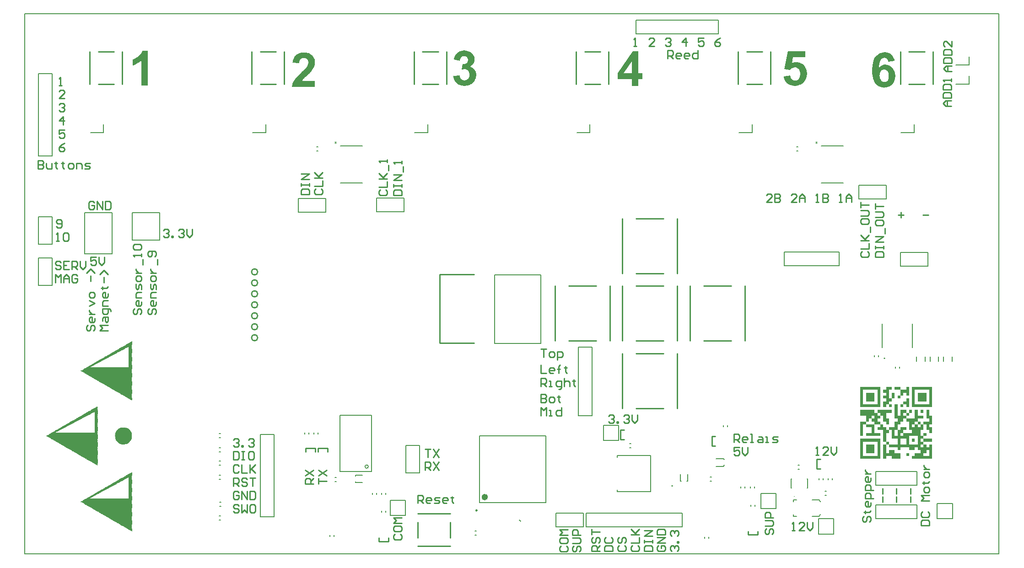
<source format=gto>
G04*
G04 #@! TF.GenerationSoftware,Altium Limited,Altium NEXUS,2.1.9 (83)*
G04*
G04 Layer_Color=65535*
%FSLAX44Y44*%
%MOMM*%
G71*
G01*
G75*
%ADD10C,0.2500*%
%ADD11C,0.6000*%
%ADD12C,0.1524*%
%ADD13C,0.2000*%
%ADD14C,0.2540*%
%ADD15C,0.1270*%
%ADD16C,0.0762*%
G36*
X198313Y393384D02*
X197865D01*
Y393832D01*
X198313D01*
Y393384D01*
D02*
G37*
G36*
X197865Y392935D02*
X198313D01*
Y392487D01*
X197865D01*
Y392039D01*
X198313D01*
Y391590D01*
X197865D01*
Y391142D01*
X198313D01*
Y390694D01*
X197865D01*
Y390245D01*
X198313D01*
Y389797D01*
X197865D01*
Y389348D01*
X198313D01*
Y388900D01*
X197865D01*
Y388451D01*
X198313D01*
Y388003D01*
X197865D01*
Y387555D01*
X198313D01*
Y387106D01*
X197865D01*
Y386658D01*
X198313D01*
Y386209D01*
X197865D01*
Y385761D01*
X198313D01*
Y385312D01*
X197865D01*
Y384864D01*
X198313D01*
Y384416D01*
X197865D01*
Y383967D01*
X198313D01*
Y383519D01*
X197865D01*
Y383070D01*
X198313D01*
Y382622D01*
X197865D01*
Y382174D01*
X198313D01*
Y381725D01*
X197865D01*
Y381277D01*
X198313D01*
Y380828D01*
X197865D01*
Y380380D01*
X198313D01*
Y379932D01*
X197865D01*
Y379483D01*
X198313D01*
Y379035D01*
X197865D01*
Y378586D01*
X198313D01*
Y378138D01*
X197865D01*
Y377690D01*
X198313D01*
Y377241D01*
X197865D01*
Y376793D01*
X198313D01*
Y376344D01*
X197865D01*
Y375896D01*
X198313D01*
Y375448D01*
X197865D01*
Y374999D01*
X198313D01*
Y374551D01*
X197865D01*
Y374102D01*
X198313D01*
Y373654D01*
X197865D01*
Y373205D01*
X198313D01*
Y372757D01*
X197865D01*
Y372309D01*
X198313D01*
Y371860D01*
X197865D01*
Y371412D01*
X198313D01*
Y370963D01*
X197865D01*
Y370515D01*
X198313D01*
Y370066D01*
X197865D01*
Y369618D01*
X198313D01*
Y369170D01*
X197865D01*
Y368721D01*
X198313D01*
Y368273D01*
X197865D01*
Y367825D01*
X198313D01*
Y367376D01*
X197865D01*
Y366928D01*
X198313D01*
Y366479D01*
X197865D01*
Y366031D01*
X198313D01*
Y365582D01*
X197865D01*
Y365134D01*
X198313D01*
Y364686D01*
X197865D01*
Y364237D01*
X198313D01*
Y363789D01*
X197865D01*
Y363340D01*
X198313D01*
Y362892D01*
X197865D01*
Y362444D01*
X198313D01*
Y361995D01*
X197865D01*
Y361547D01*
X198313D01*
Y361098D01*
X197865D01*
Y360650D01*
X198313D01*
Y360201D01*
X197865D01*
Y359753D01*
X198313D01*
Y359305D01*
X197865D01*
Y358856D01*
X198313D01*
Y358408D01*
X197865D01*
Y357959D01*
X198313D01*
Y357511D01*
X197865D01*
Y357063D01*
X198313D01*
Y356614D01*
X197865D01*
Y356166D01*
X198313D01*
Y355717D01*
X197865D01*
Y355269D01*
X198313D01*
Y354821D01*
X197865D01*
Y354372D01*
X198313D01*
Y353924D01*
X197865D01*
Y353475D01*
X198313D01*
Y353027D01*
X197865D01*
Y352579D01*
X198313D01*
Y352130D01*
X197865D01*
Y351682D01*
X198313D01*
Y351233D01*
X197865D01*
Y350785D01*
X198313D01*
Y350336D01*
X197865D01*
Y349888D01*
X198313D01*
Y349440D01*
X197865D01*
Y348991D01*
X198313D01*
Y348543D01*
X197865D01*
Y348094D01*
X198313D01*
Y347646D01*
X197865D01*
Y347197D01*
X198313D01*
Y346749D01*
X197865D01*
Y346301D01*
X198313D01*
Y345852D01*
X197865D01*
Y345404D01*
X198313D01*
Y344955D01*
X197865D01*
Y344507D01*
X198313D01*
Y344059D01*
X197865D01*
Y343610D01*
X198313D01*
Y343162D01*
X197865D01*
Y342713D01*
X198313D01*
Y342265D01*
X197865D01*
Y341817D01*
X198313D01*
Y341368D01*
X197865D01*
Y340920D01*
X198313D01*
Y340471D01*
X197865D01*
Y340023D01*
X198313D01*
Y339575D01*
X197865D01*
Y339126D01*
X198313D01*
Y338678D01*
X197865D01*
Y338229D01*
X198313D01*
Y337781D01*
X197865D01*
Y337332D01*
X198313D01*
Y336884D01*
X197865D01*
Y336436D01*
X198313D01*
Y335987D01*
X197865D01*
Y335539D01*
X198313D01*
Y335090D01*
X197865D01*
Y334642D01*
X198313D01*
Y334194D01*
X197865D01*
Y333745D01*
X198313D01*
Y333297D01*
X197865D01*
Y332848D01*
X198313D01*
Y332400D01*
X197865D01*
Y331952D01*
X198313D01*
Y331503D01*
X197865D01*
Y331055D01*
X198313D01*
Y330606D01*
X197865D01*
Y330158D01*
X198313D01*
Y329710D01*
X197865D01*
Y329261D01*
X198313D01*
Y328813D01*
X197865D01*
Y328364D01*
X198313D01*
Y327916D01*
X197865D01*
Y327467D01*
X198313D01*
Y327019D01*
X197865D01*
Y326571D01*
X198313D01*
Y326122D01*
X197865D01*
Y325674D01*
X198313D01*
Y325225D01*
X197865D01*
Y324777D01*
X198313D01*
Y324329D01*
X197865D01*
Y323880D01*
X198313D01*
Y323432D01*
X197865D01*
Y322983D01*
X198313D01*
Y322535D01*
X197865D01*
Y322086D01*
X198313D01*
Y321638D01*
X197865D01*
Y321190D01*
X198313D01*
Y320741D01*
X197865D01*
Y320293D01*
X198313D01*
Y319844D01*
X197865D01*
Y319396D01*
X198313D01*
Y318948D01*
X197865D01*
Y318499D01*
X198313D01*
Y318051D01*
X197865D01*
Y317602D01*
X198313D01*
Y317154D01*
X197865D01*
Y316706D01*
X198313D01*
Y316257D01*
X197865D01*
Y315809D01*
X198313D01*
Y315360D01*
X197865D01*
Y314912D01*
X198313D01*
Y314464D01*
X197865D01*
Y314015D01*
X198313D01*
Y313567D01*
X197865D01*
Y313118D01*
X198313D01*
Y312670D01*
X197865D01*
Y312221D01*
X198313D01*
Y311773D01*
X197865D01*
Y311325D01*
X198313D01*
Y310876D01*
X197865D01*
Y310428D01*
X198313D01*
Y309979D01*
X197865D01*
Y309531D01*
X198313D01*
Y309083D01*
X197865D01*
Y308634D01*
X198313D01*
Y308186D01*
X197865D01*
Y307737D01*
X198313D01*
Y307289D01*
X197865D01*
Y306840D01*
X198313D01*
Y306392D01*
X197865D01*
Y305944D01*
X198313D01*
Y305495D01*
X197865D01*
Y305047D01*
X198313D01*
Y304599D01*
X197865D01*
Y304150D01*
X198313D01*
Y303702D01*
X197865D01*
Y303253D01*
X198313D01*
Y302805D01*
X197865D01*
Y302356D01*
X198313D01*
Y301908D01*
X197865D01*
Y301460D01*
X198313D01*
Y301011D01*
X197865D01*
Y300563D01*
X198313D01*
Y300114D01*
X197865D01*
Y299666D01*
X198313D01*
Y299217D01*
X197865D01*
Y298769D01*
X198313D01*
Y298321D01*
X197865D01*
Y297872D01*
X198313D01*
Y297424D01*
X197865D01*
Y296975D01*
X198313D01*
Y296527D01*
X197865D01*
Y296079D01*
X198313D01*
Y295630D01*
X197865D01*
Y295182D01*
X198313D01*
Y294733D01*
X197865D01*
Y294285D01*
X198313D01*
Y293837D01*
X197865D01*
Y293388D01*
X198313D01*
Y292940D01*
X197865D01*
Y292491D01*
X198313D01*
Y292043D01*
X197865D01*
Y291595D01*
X198313D01*
Y291146D01*
X197865D01*
Y290698D01*
X198313D01*
Y290249D01*
X197865D01*
Y289801D01*
X198313D01*
Y289352D01*
X197865D01*
Y288904D01*
X198313D01*
Y288456D01*
X197865D01*
Y288007D01*
X198313D01*
Y287559D01*
X197865D01*
Y287110D01*
X198313D01*
Y286662D01*
X197865D01*
Y286214D01*
X198313D01*
Y285765D01*
X197865D01*
Y285317D01*
X198313D01*
Y284868D01*
X197865D01*
Y284420D01*
X197416D01*
Y284868D01*
X196968D01*
Y284420D01*
X196520D01*
Y284868D01*
X196071D01*
Y285317D01*
X195623D01*
Y285765D01*
X194726D01*
Y286214D01*
X193829D01*
Y286662D01*
X193381D01*
Y287110D01*
X192932D01*
Y287559D01*
X192484D01*
Y287110D01*
X192036D01*
Y287559D01*
X191587D01*
Y288007D01*
X191139D01*
Y288456D01*
X190690D01*
Y288007D01*
X190242D01*
Y288456D01*
X189794D01*
Y288904D01*
X189345D01*
Y289352D01*
X188448D01*
Y289801D01*
X187551D01*
Y290249D01*
X187103D01*
Y290698D01*
X185758D01*
Y291146D01*
X185310D01*
Y291595D01*
X184861D01*
Y292043D01*
X183516D01*
Y292491D01*
X183067D01*
Y292940D01*
X182171D01*
Y293388D01*
X181274D01*
Y293837D01*
X180825D01*
Y294285D01*
X180377D01*
Y294733D01*
X179928D01*
Y294285D01*
X179480D01*
Y294733D01*
X179032D01*
Y295182D01*
X178583D01*
Y295630D01*
X177686D01*
Y296079D01*
X176790D01*
Y296527D01*
X176341D01*
Y296975D01*
X174996D01*
Y297424D01*
X174548D01*
Y297872D01*
X174099D01*
Y298321D01*
X173651D01*
Y297872D01*
X173202D01*
Y298321D01*
X172754D01*
Y298769D01*
X172306D01*
Y299217D01*
X171409D01*
Y299666D01*
X170512D01*
Y300114D01*
X170063D01*
Y300563D01*
X168718D01*
Y301011D01*
X168270D01*
Y301460D01*
X167821D01*
Y301908D01*
X166476D01*
Y302356D01*
X166028D01*
Y302805D01*
X165131D01*
Y303253D01*
X164234D01*
Y303702D01*
X163786D01*
Y304150D01*
X163337D01*
Y304599D01*
X162889D01*
Y304150D01*
X162440D01*
Y304599D01*
X161992D01*
Y305047D01*
X161544D01*
Y305495D01*
X161095D01*
Y305047D01*
X160647D01*
Y305944D01*
X159750D01*
Y306392D01*
X158853D01*
Y306840D01*
X157956D01*
Y307289D01*
X157508D01*
Y307737D01*
X157059D01*
Y308186D01*
X156611D01*
Y307737D01*
X156163D01*
Y308186D01*
X155714D01*
Y308634D01*
X155266D01*
Y309083D01*
X153921D01*
Y309531D01*
X153472D01*
Y309979D01*
X153024D01*
Y310428D01*
X151679D01*
Y310876D01*
X151230D01*
Y311325D01*
X150782D01*
Y311773D01*
X150333D01*
Y311325D01*
X149885D01*
Y311773D01*
X149437D01*
Y312221D01*
X148988D01*
Y312670D01*
X148091D01*
Y313118D01*
X147194D01*
Y313567D01*
X146746D01*
Y314015D01*
X146298D01*
Y314464D01*
X145849D01*
Y314015D01*
X145401D01*
Y314464D01*
X144952D01*
Y314912D01*
X144504D01*
Y315360D01*
X144056D01*
Y314912D01*
X143607D01*
Y315360D01*
X143159D01*
Y315809D01*
X142710D01*
Y316257D01*
X142262D01*
Y316706D01*
X140917D01*
Y317154D01*
X140468D01*
Y317602D01*
X139123D01*
Y318051D01*
X138675D01*
Y318499D01*
X138226D01*
Y318948D01*
X136881D01*
Y319396D01*
X136433D01*
Y319844D01*
X135536D01*
Y320293D01*
X134639D01*
Y320741D01*
X134191D01*
Y321190D01*
X133742D01*
Y321638D01*
X132397D01*
Y322086D01*
X131948D01*
Y322535D01*
X131052D01*
Y322983D01*
X130155D01*
Y323432D01*
X129706D01*
Y323880D01*
X128361D01*
Y324329D01*
X127913D01*
Y324777D01*
X127464D01*
Y325225D01*
X127016D01*
Y324777D01*
X126568D01*
Y325225D01*
X126119D01*
Y325674D01*
X125671D01*
Y326122D01*
X124774D01*
Y326571D01*
X123877D01*
Y327019D01*
X123429D01*
Y327467D01*
X122083D01*
Y327916D01*
X121635D01*
Y328364D01*
X121187D01*
Y328813D01*
X119841D01*
Y329261D01*
X119393D01*
Y329710D01*
X118496D01*
Y330158D01*
X117599D01*
Y330606D01*
X117151D01*
Y331055D01*
X116702D01*
Y331503D01*
X116254D01*
Y331055D01*
X115806D01*
Y331503D01*
X115357D01*
Y331952D01*
X114909D01*
Y332400D01*
X114460D01*
Y331952D01*
X114012D01*
Y332848D01*
X113115D01*
Y333297D01*
X112667D01*
Y333745D01*
X112218D01*
Y334194D01*
X111770D01*
Y333745D01*
X111322D01*
Y334194D01*
X110873D01*
Y334642D01*
X110425D01*
Y335090D01*
X109976D01*
Y334642D01*
X109528D01*
Y335090D01*
X109080D01*
Y335539D01*
X108631D01*
Y335987D01*
X107286D01*
Y336436D01*
X106838D01*
Y336884D01*
X106389D01*
Y337332D01*
X105044D01*
Y337781D01*
X104595D01*
Y338229D01*
X104147D01*
Y338678D01*
X103250D01*
Y339575D01*
X103699D01*
Y339126D01*
X104147D01*
Y339575D01*
X104595D01*
Y340023D01*
X105044D01*
Y340471D01*
X105492D01*
Y340023D01*
X105941D01*
Y340471D01*
X106389D01*
Y340920D01*
X106838D01*
Y341368D01*
X107286D01*
Y341817D01*
X108631D01*
Y342265D01*
X109080D01*
Y342713D01*
X110425D01*
Y343162D01*
X110873D01*
Y343610D01*
X111322D01*
Y344059D01*
X112667D01*
Y344507D01*
X113115D01*
Y344955D01*
X114012D01*
Y345404D01*
X114909D01*
Y345852D01*
X115357D01*
Y346301D01*
X115806D01*
Y346749D01*
X117151D01*
Y347197D01*
X117599D01*
Y347646D01*
X118496D01*
Y348094D01*
X119393D01*
Y348543D01*
X119841D01*
Y348991D01*
X121187D01*
Y349440D01*
X121635D01*
Y349888D01*
X122083D01*
Y350336D01*
X122532D01*
Y349888D01*
X122980D01*
Y350336D01*
X123429D01*
Y350785D01*
X123877D01*
Y351233D01*
X124774D01*
Y351682D01*
X125671D01*
Y352130D01*
X126119D01*
Y352579D01*
X127464D01*
Y353027D01*
X127913D01*
Y353475D01*
X128361D01*
Y353924D01*
X129706D01*
Y354372D01*
X130155D01*
Y354821D01*
X131052D01*
Y355269D01*
X131948D01*
Y355717D01*
X132397D01*
Y356166D01*
X132845D01*
Y356614D01*
X133294D01*
Y356166D01*
X133742D01*
Y356614D01*
X134191D01*
Y357063D01*
X134639D01*
Y357511D01*
X135087D01*
Y357063D01*
X135536D01*
Y357959D01*
X136433D01*
Y358408D01*
X136881D01*
Y358856D01*
X137329D01*
Y359305D01*
X137778D01*
Y358856D01*
X138226D01*
Y359305D01*
X138675D01*
Y359753D01*
X139123D01*
Y360201D01*
X139572D01*
Y359753D01*
X140020D01*
Y360201D01*
X140468D01*
Y360650D01*
X140917D01*
Y361098D01*
X142262D01*
Y361547D01*
X142710D01*
Y361995D01*
X143159D01*
Y362444D01*
X144504D01*
Y362892D01*
X144952D01*
Y363340D01*
X145401D01*
Y363789D01*
X146746D01*
Y364237D01*
X147194D01*
Y364686D01*
X148091D01*
Y365134D01*
X148988D01*
Y365582D01*
X149437D01*
Y366031D01*
X149885D01*
Y366479D01*
X150333D01*
Y366031D01*
X150782D01*
Y366479D01*
X151230D01*
Y366928D01*
X151679D01*
Y367376D01*
X153024D01*
Y367825D01*
X153472D01*
Y368273D01*
X153921D01*
Y368721D01*
X155266D01*
Y369170D01*
X155714D01*
Y369618D01*
X157059D01*
Y370066D01*
X157508D01*
Y370515D01*
X157956D01*
Y370963D01*
X158853D01*
Y371412D01*
X159750D01*
Y371860D01*
X160647D01*
Y372309D01*
X161544D01*
Y372757D01*
X161992D01*
Y373205D01*
X162440D01*
Y373654D01*
X163786D01*
Y374102D01*
X164234D01*
Y374551D01*
X165131D01*
Y374999D01*
X166028D01*
Y375448D01*
X166476D01*
Y375896D01*
X167821D01*
Y376344D01*
X168270D01*
Y376793D01*
X168718D01*
Y377241D01*
X169167D01*
Y376793D01*
X169615D01*
Y377241D01*
X170063D01*
Y377690D01*
X170512D01*
Y378138D01*
X171409D01*
Y379035D01*
X171857D01*
Y378586D01*
X172306D01*
Y379035D01*
X172754D01*
Y379483D01*
X174099D01*
Y379932D01*
X174548D01*
Y380380D01*
X174996D01*
Y380828D01*
X176341D01*
Y381277D01*
X176790D01*
Y381725D01*
X177686D01*
Y382174D01*
X178583D01*
Y382622D01*
X179032D01*
Y383070D01*
X179480D01*
Y383519D01*
X179928D01*
Y383070D01*
X180377D01*
Y383519D01*
X180825D01*
Y383967D01*
X181274D01*
Y384416D01*
X182171D01*
Y384864D01*
X183067D01*
Y385312D01*
X183516D01*
Y385761D01*
X183964D01*
Y386209D01*
X184413D01*
Y385761D01*
X184861D01*
Y386209D01*
X185310D01*
Y386658D01*
X185758D01*
Y387106D01*
X186206D01*
Y386658D01*
X186655D01*
Y387106D01*
X187103D01*
Y387555D01*
X187551D01*
Y388003D01*
X188448D01*
Y388451D01*
X189345D01*
Y388900D01*
X189794D01*
Y389348D01*
X191139D01*
Y389797D01*
X191587D01*
Y390245D01*
X192036D01*
Y390694D01*
X193381D01*
Y391142D01*
X193829D01*
Y391590D01*
X194726D01*
Y392039D01*
X195623D01*
Y392487D01*
X196071D01*
Y392935D01*
X196520D01*
Y393384D01*
X196968D01*
Y392935D01*
X197416D01*
Y393384D01*
X197865D01*
Y392935D01*
D02*
G37*
G36*
X1636113Y308952D02*
Y308819D01*
Y308686D01*
Y308553D01*
Y308420D01*
Y308287D01*
Y308154D01*
Y308021D01*
Y307888D01*
Y307755D01*
Y307622D01*
Y307489D01*
Y307356D01*
Y307223D01*
Y307090D01*
Y306957D01*
Y306824D01*
Y306691D01*
Y306558D01*
Y306425D01*
Y306292D01*
Y306158D01*
Y306025D01*
Y305892D01*
Y305759D01*
Y305626D01*
Y305493D01*
Y305360D01*
Y305227D01*
Y305094D01*
Y304961D01*
Y304828D01*
Y304695D01*
Y304562D01*
Y304429D01*
Y304296D01*
Y304163D01*
Y304030D01*
Y303897D01*
Y303764D01*
Y303631D01*
Y303498D01*
Y303364D01*
Y303231D01*
Y303098D01*
Y302965D01*
Y302832D01*
Y302699D01*
Y302566D01*
Y302433D01*
Y302300D01*
Y302167D01*
Y302034D01*
Y301901D01*
Y301768D01*
Y301635D01*
Y301502D01*
Y301369D01*
Y301236D01*
Y301103D01*
Y300970D01*
Y300837D01*
Y300704D01*
Y300571D01*
Y300437D01*
Y300304D01*
Y300171D01*
Y300038D01*
Y299905D01*
Y299772D01*
Y299639D01*
Y299506D01*
Y299373D01*
Y299240D01*
Y299107D01*
Y298974D01*
Y298841D01*
Y298708D01*
Y298575D01*
Y298442D01*
Y298309D01*
Y298176D01*
Y298043D01*
Y297910D01*
Y297777D01*
Y297643D01*
Y297510D01*
Y297377D01*
Y297244D01*
Y297111D01*
Y296978D01*
Y296845D01*
Y296712D01*
Y296579D01*
Y296446D01*
Y296313D01*
Y296180D01*
Y296047D01*
Y295914D01*
Y295781D01*
Y295648D01*
Y295515D01*
Y295382D01*
Y295249D01*
Y295116D01*
Y294982D01*
Y294849D01*
Y294716D01*
Y294583D01*
Y294450D01*
Y294317D01*
Y294184D01*
Y294051D01*
Y293918D01*
Y293785D01*
Y293652D01*
Y293519D01*
Y293386D01*
Y293253D01*
Y293120D01*
X1630791D01*
Y293253D01*
Y293386D01*
Y293519D01*
Y293652D01*
Y293785D01*
Y293918D01*
Y294051D01*
Y294184D01*
Y294317D01*
Y294450D01*
Y294583D01*
Y294716D01*
Y294849D01*
Y294982D01*
Y295116D01*
Y295249D01*
Y295382D01*
Y295515D01*
Y295648D01*
Y295781D01*
Y295914D01*
Y296047D01*
Y296180D01*
Y296313D01*
Y296446D01*
Y296579D01*
Y296712D01*
Y296845D01*
Y296978D01*
Y297111D01*
Y297244D01*
Y297377D01*
Y297510D01*
Y297643D01*
Y297777D01*
Y297910D01*
Y298043D01*
Y298176D01*
Y298309D01*
Y298442D01*
X1625469D01*
Y298309D01*
Y298176D01*
Y298043D01*
Y297910D01*
Y297777D01*
Y297643D01*
Y297510D01*
Y297377D01*
Y297244D01*
Y297111D01*
Y296978D01*
Y296845D01*
Y296712D01*
Y296579D01*
Y296446D01*
Y296313D01*
Y296180D01*
Y296047D01*
Y295914D01*
Y295781D01*
Y295648D01*
Y295515D01*
Y295382D01*
Y295249D01*
Y295116D01*
Y294982D01*
Y294849D01*
Y294716D01*
Y294583D01*
Y294450D01*
Y294317D01*
Y294184D01*
Y294051D01*
Y293918D01*
Y293785D01*
Y293652D01*
Y293519D01*
Y293386D01*
Y293253D01*
Y293120D01*
X1620147D01*
Y293253D01*
Y293386D01*
Y293519D01*
Y293652D01*
Y293785D01*
Y293918D01*
Y294051D01*
Y294184D01*
Y294317D01*
Y294450D01*
Y294583D01*
Y294716D01*
Y294849D01*
Y294982D01*
Y295116D01*
Y295249D01*
Y295382D01*
Y295515D01*
Y295648D01*
Y295781D01*
Y295914D01*
Y296047D01*
Y296180D01*
Y296313D01*
Y296446D01*
Y296579D01*
Y296712D01*
Y296845D01*
Y296978D01*
Y297111D01*
Y297244D01*
Y297377D01*
Y297510D01*
Y297643D01*
Y297777D01*
Y297910D01*
Y298043D01*
Y298176D01*
Y298309D01*
Y298442D01*
Y298575D01*
Y298708D01*
Y298841D01*
Y298974D01*
Y299107D01*
Y299240D01*
Y299373D01*
Y299506D01*
Y299639D01*
Y299772D01*
Y299905D01*
Y300038D01*
Y300171D01*
Y300304D01*
Y300437D01*
Y300571D01*
Y300704D01*
Y300837D01*
Y300970D01*
Y301103D01*
Y301236D01*
Y301369D01*
Y301502D01*
Y301635D01*
Y301768D01*
Y301901D01*
Y302034D01*
Y302167D01*
Y302300D01*
Y302433D01*
Y302566D01*
Y302699D01*
Y302832D01*
Y302965D01*
Y303098D01*
Y303231D01*
Y303364D01*
Y303498D01*
Y303631D01*
Y303764D01*
X1609503D01*
Y303897D01*
Y304030D01*
Y304163D01*
Y304296D01*
Y304429D01*
Y304562D01*
Y304695D01*
Y304828D01*
Y304961D01*
Y305094D01*
Y305227D01*
Y305360D01*
Y305493D01*
Y305626D01*
Y305759D01*
Y305892D01*
Y306025D01*
Y306158D01*
Y306292D01*
Y306425D01*
Y306558D01*
Y306691D01*
Y306824D01*
Y306957D01*
Y307090D01*
Y307223D01*
Y307356D01*
Y307489D01*
Y307622D01*
Y307755D01*
Y307888D01*
Y308021D01*
Y308154D01*
Y308287D01*
Y308420D01*
Y308553D01*
Y308686D01*
Y308819D01*
Y308952D01*
Y309086D01*
X1620147D01*
Y308952D01*
Y308819D01*
Y308686D01*
Y308553D01*
Y308420D01*
Y308287D01*
Y308154D01*
Y308021D01*
Y307888D01*
Y307755D01*
Y307622D01*
Y307489D01*
Y307356D01*
Y307223D01*
Y307090D01*
Y306957D01*
Y306824D01*
Y306691D01*
Y306558D01*
Y306425D01*
Y306292D01*
Y306158D01*
Y306025D01*
Y305892D01*
Y305759D01*
Y305626D01*
Y305493D01*
Y305360D01*
Y305227D01*
Y305094D01*
Y304961D01*
Y304828D01*
Y304695D01*
Y304562D01*
Y304429D01*
Y304296D01*
Y304163D01*
Y304030D01*
Y303897D01*
Y303764D01*
X1630791D01*
Y303897D01*
Y304030D01*
Y304163D01*
Y304296D01*
Y304429D01*
Y304562D01*
Y304695D01*
Y304828D01*
Y304961D01*
Y305094D01*
Y305227D01*
Y305360D01*
Y305493D01*
Y305626D01*
Y305759D01*
Y305892D01*
Y306025D01*
Y306158D01*
Y306292D01*
Y306425D01*
Y306558D01*
Y306691D01*
Y306824D01*
Y306957D01*
Y307090D01*
Y307223D01*
Y307356D01*
Y307489D01*
Y307622D01*
Y307755D01*
Y307888D01*
Y308021D01*
Y308154D01*
Y308287D01*
Y308420D01*
Y308553D01*
Y308686D01*
Y308819D01*
Y308952D01*
Y309086D01*
X1636113D01*
Y308952D01*
D02*
G37*
G36*
X1620147Y292987D02*
Y292854D01*
Y292721D01*
Y292588D01*
Y292455D01*
Y292322D01*
Y292188D01*
Y292055D01*
Y291922D01*
Y291789D01*
Y291656D01*
Y291523D01*
Y291390D01*
Y291257D01*
Y291124D01*
Y290991D01*
Y290858D01*
Y290725D01*
Y290592D01*
Y290459D01*
Y290326D01*
Y290193D01*
Y290060D01*
Y289927D01*
Y289794D01*
Y289661D01*
Y289528D01*
Y289394D01*
Y289261D01*
Y289128D01*
Y288995D01*
Y288862D01*
Y288729D01*
Y288596D01*
Y288463D01*
Y288330D01*
Y288197D01*
Y288064D01*
Y287931D01*
Y287798D01*
X1614825D01*
Y287931D01*
Y288064D01*
Y288197D01*
Y288330D01*
Y288463D01*
Y288596D01*
Y288729D01*
Y288862D01*
Y288995D01*
Y289128D01*
Y289261D01*
Y289394D01*
Y289528D01*
Y289661D01*
Y289794D01*
Y289927D01*
Y290060D01*
Y290193D01*
Y290326D01*
Y290459D01*
Y290592D01*
Y290725D01*
Y290858D01*
Y290991D01*
Y291124D01*
Y291257D01*
Y291390D01*
Y291523D01*
Y291656D01*
Y291789D01*
Y291922D01*
Y292055D01*
Y292188D01*
Y292322D01*
Y292455D01*
Y292588D01*
Y292721D01*
Y292854D01*
Y292987D01*
Y293120D01*
X1620147D01*
Y292987D01*
D02*
G37*
G36*
X1609503Y298309D02*
Y298176D01*
Y298043D01*
Y297910D01*
Y297777D01*
Y297643D01*
Y297510D01*
Y297377D01*
Y297244D01*
Y297111D01*
Y296978D01*
Y296845D01*
Y296712D01*
Y296579D01*
Y296446D01*
Y296313D01*
Y296180D01*
Y296047D01*
Y295914D01*
Y295781D01*
Y295648D01*
Y295515D01*
Y295382D01*
Y295249D01*
Y295116D01*
Y294982D01*
Y294849D01*
Y294716D01*
Y294583D01*
Y294450D01*
Y294317D01*
Y294184D01*
Y294051D01*
Y293918D01*
Y293785D01*
Y293652D01*
Y293519D01*
Y293386D01*
Y293253D01*
Y293120D01*
Y292987D01*
Y292854D01*
Y292721D01*
Y292588D01*
Y292455D01*
Y292322D01*
Y292188D01*
Y292055D01*
Y291922D01*
Y291789D01*
Y291656D01*
Y291523D01*
Y291390D01*
Y291257D01*
Y291124D01*
Y290991D01*
Y290858D01*
Y290725D01*
Y290592D01*
Y290459D01*
Y290326D01*
Y290193D01*
Y290060D01*
Y289927D01*
Y289794D01*
Y289661D01*
Y289528D01*
Y289394D01*
Y289261D01*
Y289128D01*
Y288995D01*
Y288862D01*
Y288729D01*
Y288596D01*
Y288463D01*
Y288330D01*
Y288197D01*
Y288064D01*
Y287931D01*
Y287798D01*
X1604181D01*
Y287931D01*
Y288064D01*
Y288197D01*
Y288330D01*
Y288463D01*
Y288596D01*
Y288729D01*
Y288862D01*
Y288995D01*
Y289128D01*
Y289261D01*
Y289394D01*
Y289528D01*
Y289661D01*
Y289794D01*
Y289927D01*
Y290060D01*
Y290193D01*
Y290326D01*
Y290459D01*
Y290592D01*
Y290725D01*
Y290858D01*
Y290991D01*
Y291124D01*
Y291257D01*
Y291390D01*
Y291523D01*
Y291656D01*
Y291789D01*
Y291922D01*
Y292055D01*
Y292188D01*
Y292322D01*
Y292455D01*
Y292588D01*
Y292721D01*
Y292854D01*
Y292987D01*
Y293120D01*
Y293253D01*
Y293386D01*
Y293519D01*
Y293652D01*
Y293785D01*
Y293918D01*
Y294051D01*
Y294184D01*
Y294317D01*
Y294450D01*
Y294583D01*
Y294716D01*
Y294849D01*
Y294982D01*
Y295116D01*
Y295249D01*
Y295382D01*
Y295515D01*
Y295648D01*
Y295781D01*
Y295914D01*
Y296047D01*
Y296180D01*
Y296313D01*
Y296446D01*
Y296579D01*
Y296712D01*
Y296845D01*
Y296978D01*
Y297111D01*
Y297244D01*
Y297377D01*
Y297510D01*
Y297643D01*
Y297777D01*
Y297910D01*
Y298043D01*
Y298176D01*
Y298309D01*
Y298442D01*
X1609503D01*
Y298309D01*
D02*
G37*
G36*
X1678687Y308952D02*
Y308819D01*
Y308686D01*
Y308553D01*
Y308420D01*
Y308287D01*
Y308154D01*
Y308021D01*
Y307888D01*
Y307755D01*
Y307622D01*
Y307489D01*
Y307356D01*
Y307223D01*
Y307090D01*
Y306957D01*
Y306824D01*
Y306691D01*
Y306558D01*
Y306425D01*
Y306292D01*
Y306158D01*
Y306025D01*
Y305892D01*
Y305759D01*
Y305626D01*
Y305493D01*
Y305360D01*
Y305227D01*
Y305094D01*
Y304961D01*
Y304828D01*
Y304695D01*
Y304562D01*
Y304429D01*
Y304296D01*
Y304163D01*
Y304030D01*
Y303897D01*
Y303764D01*
Y303631D01*
Y303498D01*
Y303364D01*
Y303231D01*
Y303098D01*
Y302965D01*
Y302832D01*
Y302699D01*
Y302566D01*
Y302433D01*
Y302300D01*
Y302167D01*
Y302034D01*
Y301901D01*
Y301768D01*
Y301635D01*
Y301502D01*
Y301369D01*
Y301236D01*
Y301103D01*
Y300970D01*
Y300837D01*
Y300704D01*
Y300571D01*
Y300437D01*
Y300304D01*
Y300171D01*
Y300038D01*
Y299905D01*
Y299772D01*
Y299639D01*
Y299506D01*
Y299373D01*
Y299240D01*
Y299107D01*
Y298974D01*
Y298841D01*
Y298708D01*
Y298575D01*
Y298442D01*
Y298309D01*
Y298176D01*
Y298043D01*
Y297910D01*
Y297777D01*
Y297643D01*
Y297510D01*
Y297377D01*
Y297244D01*
Y297111D01*
Y296978D01*
Y296845D01*
Y296712D01*
Y296579D01*
Y296446D01*
Y296313D01*
Y296180D01*
Y296047D01*
Y295914D01*
Y295781D01*
Y295648D01*
Y295515D01*
Y295382D01*
Y295249D01*
Y295116D01*
Y294982D01*
Y294849D01*
Y294716D01*
Y294583D01*
Y294450D01*
Y294317D01*
Y294184D01*
Y294051D01*
Y293918D01*
Y293785D01*
Y293652D01*
Y293519D01*
Y293386D01*
Y293253D01*
Y293120D01*
Y292987D01*
Y292854D01*
Y292721D01*
Y292588D01*
Y292455D01*
Y292322D01*
Y292188D01*
Y292055D01*
Y291922D01*
Y291789D01*
Y291656D01*
Y291523D01*
Y291390D01*
Y291257D01*
Y291124D01*
Y290991D01*
Y290858D01*
Y290725D01*
Y290592D01*
Y290459D01*
Y290326D01*
Y290193D01*
Y290060D01*
Y289927D01*
Y289794D01*
Y289661D01*
Y289528D01*
Y289394D01*
Y289261D01*
Y289128D01*
Y288995D01*
Y288862D01*
Y288729D01*
Y288596D01*
Y288463D01*
Y288330D01*
Y288197D01*
Y288064D01*
Y287931D01*
Y287798D01*
Y287665D01*
Y287532D01*
Y287399D01*
Y287266D01*
Y287133D01*
Y287000D01*
Y286867D01*
Y286734D01*
Y286601D01*
Y286467D01*
Y286334D01*
Y286201D01*
Y286068D01*
Y285935D01*
Y285802D01*
Y285669D01*
Y285536D01*
Y285403D01*
Y285270D01*
Y285137D01*
Y285004D01*
Y284871D01*
Y284738D01*
Y284605D01*
Y284472D01*
Y284339D01*
Y284206D01*
Y284073D01*
Y283940D01*
Y283807D01*
Y283673D01*
Y283540D01*
Y283407D01*
Y283274D01*
Y283141D01*
Y283008D01*
Y282875D01*
Y282742D01*
Y282609D01*
Y282476D01*
Y282343D01*
Y282210D01*
Y282077D01*
Y281944D01*
Y281811D01*
Y281678D01*
Y281545D01*
Y281412D01*
Y281279D01*
Y281146D01*
Y281013D01*
Y280879D01*
Y280746D01*
Y280613D01*
Y280480D01*
Y280347D01*
Y280214D01*
Y280081D01*
Y279948D01*
Y279815D01*
Y279682D01*
Y279549D01*
Y279416D01*
Y279283D01*
Y279150D01*
Y279017D01*
Y278884D01*
Y278751D01*
Y278618D01*
Y278485D01*
Y278352D01*
Y278219D01*
Y278085D01*
Y277952D01*
Y277819D01*
Y277686D01*
Y277553D01*
Y277420D01*
Y277287D01*
Y277154D01*
Y277021D01*
Y276888D01*
Y276755D01*
Y276622D01*
Y276489D01*
Y276356D01*
Y276223D01*
Y276090D01*
Y275957D01*
Y275824D01*
Y275691D01*
Y275558D01*
Y275425D01*
Y275292D01*
Y275159D01*
Y275026D01*
Y274893D01*
Y274759D01*
Y274626D01*
Y274493D01*
Y274360D01*
Y274227D01*
Y274094D01*
Y273961D01*
Y273828D01*
Y273695D01*
Y273562D01*
Y273429D01*
Y273296D01*
Y273163D01*
Y273030D01*
Y272897D01*
Y272764D01*
Y272631D01*
Y272498D01*
Y272365D01*
Y272232D01*
Y272099D01*
Y271965D01*
Y271832D01*
X1641434D01*
Y271965D01*
Y272099D01*
Y272232D01*
Y272365D01*
Y272498D01*
Y272631D01*
Y272764D01*
Y272897D01*
Y273030D01*
Y273163D01*
Y273296D01*
Y273429D01*
Y273562D01*
Y273695D01*
Y273828D01*
Y273961D01*
Y274094D01*
Y274227D01*
Y274360D01*
Y274493D01*
Y274626D01*
Y274759D01*
Y274893D01*
Y275026D01*
Y275159D01*
Y275292D01*
Y275425D01*
Y275558D01*
Y275691D01*
Y275824D01*
Y275957D01*
Y276090D01*
Y276223D01*
Y276356D01*
Y276489D01*
Y276622D01*
Y276755D01*
Y276888D01*
Y277021D01*
Y277154D01*
Y277287D01*
Y277420D01*
Y277553D01*
Y277686D01*
Y277819D01*
Y277952D01*
Y278085D01*
Y278219D01*
Y278352D01*
Y278485D01*
Y278618D01*
Y278751D01*
Y278884D01*
Y279017D01*
Y279150D01*
Y279283D01*
Y279416D01*
Y279549D01*
Y279682D01*
Y279815D01*
Y279948D01*
Y280081D01*
Y280214D01*
Y280347D01*
Y280480D01*
Y280613D01*
Y280746D01*
Y280879D01*
Y281013D01*
Y281146D01*
Y281279D01*
Y281412D01*
Y281545D01*
Y281678D01*
Y281811D01*
Y281944D01*
Y282077D01*
Y282210D01*
Y282343D01*
Y282476D01*
Y282609D01*
Y282742D01*
Y282875D01*
Y283008D01*
Y283141D01*
Y283274D01*
Y283407D01*
Y283540D01*
Y283673D01*
Y283807D01*
Y283940D01*
Y284073D01*
Y284206D01*
Y284339D01*
Y284472D01*
Y284605D01*
Y284738D01*
Y284871D01*
Y285004D01*
Y285137D01*
Y285270D01*
Y285403D01*
Y285536D01*
Y285669D01*
Y285802D01*
Y285935D01*
Y286068D01*
Y286201D01*
Y286334D01*
Y286467D01*
Y286601D01*
Y286734D01*
Y286867D01*
Y287000D01*
Y287133D01*
Y287266D01*
Y287399D01*
Y287532D01*
Y287665D01*
Y287798D01*
Y287931D01*
Y288064D01*
Y288197D01*
Y288330D01*
Y288463D01*
Y288596D01*
Y288729D01*
Y288862D01*
Y288995D01*
Y289128D01*
Y289261D01*
Y289394D01*
Y289528D01*
Y289661D01*
Y289794D01*
Y289927D01*
Y290060D01*
Y290193D01*
Y290326D01*
Y290459D01*
Y290592D01*
Y290725D01*
Y290858D01*
Y290991D01*
Y291124D01*
Y291257D01*
Y291390D01*
Y291523D01*
Y291656D01*
Y291789D01*
Y291922D01*
Y292055D01*
Y292188D01*
Y292322D01*
Y292455D01*
Y292588D01*
Y292721D01*
Y292854D01*
Y292987D01*
Y293120D01*
Y293253D01*
Y293386D01*
Y293519D01*
Y293652D01*
Y293785D01*
Y293918D01*
Y294051D01*
Y294184D01*
Y294317D01*
Y294450D01*
Y294583D01*
Y294716D01*
Y294849D01*
Y294982D01*
Y295116D01*
Y295249D01*
Y295382D01*
Y295515D01*
Y295648D01*
Y295781D01*
Y295914D01*
Y296047D01*
Y296180D01*
Y296313D01*
Y296446D01*
Y296579D01*
Y296712D01*
Y296845D01*
Y296978D01*
Y297111D01*
Y297244D01*
Y297377D01*
Y297510D01*
Y297643D01*
Y297777D01*
Y297910D01*
Y298043D01*
Y298176D01*
Y298309D01*
Y298442D01*
Y298575D01*
Y298708D01*
Y298841D01*
Y298974D01*
Y299107D01*
Y299240D01*
Y299373D01*
Y299506D01*
Y299639D01*
Y299772D01*
Y299905D01*
Y300038D01*
Y300171D01*
Y300304D01*
Y300437D01*
Y300571D01*
Y300704D01*
Y300837D01*
Y300970D01*
Y301103D01*
Y301236D01*
Y301369D01*
Y301502D01*
Y301635D01*
Y301768D01*
Y301901D01*
Y302034D01*
Y302167D01*
Y302300D01*
Y302433D01*
Y302566D01*
Y302699D01*
Y302832D01*
Y302965D01*
Y303098D01*
Y303231D01*
Y303364D01*
Y303498D01*
Y303631D01*
Y303764D01*
Y303897D01*
Y304030D01*
Y304163D01*
Y304296D01*
Y304429D01*
Y304562D01*
Y304695D01*
Y304828D01*
Y304961D01*
Y305094D01*
Y305227D01*
Y305360D01*
Y305493D01*
Y305626D01*
Y305759D01*
Y305892D01*
Y306025D01*
Y306158D01*
Y306292D01*
Y306425D01*
Y306558D01*
Y306691D01*
Y306824D01*
Y306957D01*
Y307090D01*
Y307223D01*
Y307356D01*
Y307489D01*
Y307622D01*
Y307755D01*
Y307888D01*
Y308021D01*
Y308154D01*
Y308287D01*
Y308420D01*
Y308553D01*
Y308686D01*
Y308819D01*
Y308952D01*
Y309086D01*
X1678687D01*
Y308952D01*
D02*
G37*
G36*
X1636113Y287665D02*
Y287532D01*
Y287399D01*
Y287266D01*
Y287133D01*
Y287000D01*
Y286867D01*
Y286734D01*
Y286601D01*
Y286467D01*
Y286334D01*
Y286201D01*
Y286068D01*
Y285935D01*
Y285802D01*
Y285669D01*
Y285536D01*
Y285403D01*
Y285270D01*
Y285137D01*
Y285004D01*
Y284871D01*
Y284738D01*
Y284605D01*
Y284472D01*
Y284339D01*
Y284206D01*
Y284073D01*
Y283940D01*
Y283807D01*
Y283673D01*
Y283540D01*
Y283407D01*
Y283274D01*
Y283141D01*
Y283008D01*
Y282875D01*
Y282742D01*
Y282609D01*
Y282476D01*
Y282343D01*
Y282210D01*
Y282077D01*
Y281944D01*
Y281811D01*
Y281678D01*
Y281545D01*
Y281412D01*
Y281279D01*
Y281146D01*
Y281013D01*
Y280879D01*
Y280746D01*
Y280613D01*
Y280480D01*
Y280347D01*
Y280214D01*
Y280081D01*
Y279948D01*
Y279815D01*
Y279682D01*
Y279549D01*
Y279416D01*
Y279283D01*
Y279150D01*
Y279017D01*
Y278884D01*
Y278751D01*
Y278618D01*
Y278485D01*
Y278352D01*
Y278219D01*
Y278085D01*
Y277952D01*
Y277819D01*
Y277686D01*
Y277553D01*
Y277420D01*
Y277287D01*
Y277154D01*
Y277021D01*
Y276888D01*
Y276755D01*
Y276622D01*
Y276489D01*
Y276356D01*
Y276223D01*
Y276090D01*
Y275957D01*
Y275824D01*
Y275691D01*
Y275558D01*
Y275425D01*
Y275292D01*
Y275159D01*
Y275026D01*
Y274893D01*
Y274759D01*
Y274626D01*
Y274493D01*
Y274360D01*
Y274227D01*
Y274094D01*
Y273961D01*
Y273828D01*
Y273695D01*
Y273562D01*
Y273429D01*
Y273296D01*
Y273163D01*
Y273030D01*
Y272897D01*
Y272764D01*
Y272631D01*
Y272498D01*
Y272365D01*
Y272232D01*
Y272099D01*
Y271965D01*
Y271832D01*
X1630791D01*
Y271965D01*
Y272099D01*
Y272232D01*
Y272365D01*
Y272498D01*
Y272631D01*
Y272764D01*
Y272897D01*
Y273030D01*
Y273163D01*
Y273296D01*
Y273429D01*
Y273562D01*
Y273695D01*
Y273828D01*
Y273961D01*
Y274094D01*
Y274227D01*
Y274360D01*
Y274493D01*
Y274626D01*
Y274759D01*
Y274893D01*
Y275026D01*
Y275159D01*
Y275292D01*
Y275425D01*
Y275558D01*
Y275691D01*
Y275824D01*
Y275957D01*
Y276090D01*
Y276223D01*
Y276356D01*
Y276489D01*
Y276622D01*
Y276755D01*
Y276888D01*
Y277021D01*
Y277154D01*
X1625469D01*
Y277287D01*
Y277420D01*
Y277553D01*
Y277686D01*
Y277819D01*
Y277952D01*
Y278085D01*
Y278219D01*
Y278352D01*
Y278485D01*
Y278618D01*
Y278751D01*
Y278884D01*
Y279017D01*
Y279150D01*
Y279283D01*
Y279416D01*
Y279549D01*
Y279682D01*
Y279815D01*
Y279948D01*
Y280081D01*
Y280214D01*
Y280347D01*
Y280480D01*
Y280613D01*
Y280746D01*
Y280879D01*
Y281013D01*
Y281146D01*
Y281279D01*
Y281412D01*
Y281545D01*
Y281678D01*
Y281811D01*
Y281944D01*
Y282077D01*
Y282210D01*
Y282343D01*
Y282476D01*
X1630791D01*
Y282609D01*
Y282742D01*
Y282875D01*
Y283008D01*
Y283141D01*
Y283274D01*
Y283407D01*
Y283540D01*
Y283673D01*
Y283807D01*
Y283940D01*
Y284073D01*
Y284206D01*
Y284339D01*
Y284472D01*
Y284605D01*
Y284738D01*
Y284871D01*
Y285004D01*
Y285137D01*
Y285270D01*
Y285403D01*
Y285536D01*
Y285669D01*
Y285802D01*
Y285935D01*
Y286068D01*
Y286201D01*
Y286334D01*
Y286467D01*
Y286601D01*
Y286734D01*
Y286867D01*
Y287000D01*
Y287133D01*
Y287266D01*
Y287399D01*
Y287532D01*
Y287665D01*
Y287798D01*
X1636113D01*
Y287665D01*
D02*
G37*
G36*
X1625469Y277021D02*
Y276888D01*
Y276755D01*
Y276622D01*
Y276489D01*
Y276356D01*
Y276223D01*
Y276090D01*
Y275957D01*
Y275824D01*
Y275691D01*
Y275558D01*
Y275425D01*
Y275292D01*
Y275159D01*
Y275026D01*
Y274893D01*
Y274759D01*
Y274626D01*
Y274493D01*
Y274360D01*
Y274227D01*
Y274094D01*
Y273961D01*
Y273828D01*
Y273695D01*
Y273562D01*
Y273429D01*
Y273296D01*
Y273163D01*
Y273030D01*
Y272897D01*
Y272764D01*
Y272631D01*
Y272498D01*
Y272365D01*
Y272232D01*
Y272099D01*
Y271965D01*
Y271832D01*
X1620147D01*
Y271965D01*
Y272099D01*
Y272232D01*
Y272365D01*
Y272498D01*
Y272631D01*
Y272764D01*
Y272897D01*
Y273030D01*
Y273163D01*
Y273296D01*
Y273429D01*
Y273562D01*
Y273695D01*
Y273828D01*
Y273961D01*
Y274094D01*
Y274227D01*
Y274360D01*
Y274493D01*
Y274626D01*
Y274759D01*
Y274893D01*
Y275026D01*
Y275159D01*
Y275292D01*
Y275425D01*
Y275558D01*
Y275691D01*
Y275824D01*
Y275957D01*
Y276090D01*
Y276223D01*
Y276356D01*
Y276489D01*
Y276622D01*
Y276755D01*
Y276888D01*
Y277021D01*
Y277154D01*
X1625469D01*
Y277021D01*
D02*
G37*
G36*
X1604181Y308952D02*
Y308819D01*
Y308686D01*
Y308553D01*
Y308420D01*
Y308287D01*
Y308154D01*
Y308021D01*
Y307888D01*
Y307755D01*
Y307622D01*
Y307489D01*
Y307356D01*
Y307223D01*
Y307090D01*
Y306957D01*
Y306824D01*
Y306691D01*
Y306558D01*
Y306425D01*
Y306292D01*
Y306158D01*
Y306025D01*
Y305892D01*
Y305759D01*
Y305626D01*
Y305493D01*
Y305360D01*
Y305227D01*
Y305094D01*
Y304961D01*
Y304828D01*
Y304695D01*
Y304562D01*
Y304429D01*
Y304296D01*
Y304163D01*
Y304030D01*
Y303897D01*
Y303764D01*
X1598859D01*
Y303631D01*
Y303498D01*
Y303364D01*
Y303231D01*
Y303098D01*
Y302965D01*
Y302832D01*
Y302699D01*
Y302566D01*
Y302433D01*
Y302300D01*
Y302167D01*
Y302034D01*
Y301901D01*
Y301768D01*
Y301635D01*
Y301502D01*
Y301369D01*
Y301236D01*
Y301103D01*
Y300970D01*
Y300837D01*
Y300704D01*
Y300571D01*
Y300437D01*
Y300304D01*
Y300171D01*
Y300038D01*
Y299905D01*
Y299772D01*
Y299639D01*
Y299506D01*
Y299373D01*
Y299240D01*
Y299107D01*
Y298974D01*
Y298841D01*
Y298708D01*
Y298575D01*
Y298442D01*
Y298309D01*
Y298176D01*
Y298043D01*
Y297910D01*
Y297777D01*
Y297643D01*
Y297510D01*
Y297377D01*
Y297244D01*
Y297111D01*
Y296978D01*
Y296845D01*
Y296712D01*
Y296579D01*
Y296446D01*
Y296313D01*
Y296180D01*
Y296047D01*
Y295914D01*
Y295781D01*
Y295648D01*
Y295515D01*
Y295382D01*
Y295249D01*
Y295116D01*
Y294982D01*
Y294849D01*
Y294716D01*
Y294583D01*
Y294450D01*
Y294317D01*
Y294184D01*
Y294051D01*
Y293918D01*
Y293785D01*
Y293652D01*
Y293519D01*
Y293386D01*
Y293253D01*
Y293120D01*
Y292987D01*
Y292854D01*
Y292721D01*
Y292588D01*
Y292455D01*
Y292322D01*
Y292188D01*
Y292055D01*
Y291922D01*
Y291789D01*
Y291656D01*
Y291523D01*
Y291390D01*
Y291257D01*
Y291124D01*
Y290991D01*
Y290858D01*
Y290725D01*
Y290592D01*
Y290459D01*
Y290326D01*
Y290193D01*
Y290060D01*
Y289927D01*
Y289794D01*
Y289661D01*
Y289528D01*
Y289394D01*
Y289261D01*
Y289128D01*
Y288995D01*
Y288862D01*
Y288729D01*
Y288596D01*
Y288463D01*
Y288330D01*
Y288197D01*
Y288064D01*
Y287931D01*
Y287798D01*
X1604181D01*
Y287665D01*
Y287532D01*
Y287399D01*
Y287266D01*
Y287133D01*
Y287000D01*
Y286867D01*
Y286734D01*
Y286601D01*
Y286467D01*
Y286334D01*
Y286201D01*
Y286068D01*
Y285935D01*
Y285802D01*
Y285669D01*
Y285536D01*
Y285403D01*
Y285270D01*
Y285137D01*
Y285004D01*
Y284871D01*
Y284738D01*
Y284605D01*
Y284472D01*
Y284339D01*
Y284206D01*
Y284073D01*
Y283940D01*
Y283807D01*
Y283673D01*
Y283540D01*
Y283407D01*
Y283274D01*
Y283141D01*
Y283008D01*
Y282875D01*
Y282742D01*
Y282609D01*
Y282476D01*
X1598859D01*
Y282343D01*
Y282210D01*
Y282077D01*
Y281944D01*
Y281811D01*
Y281678D01*
Y281545D01*
Y281412D01*
Y281279D01*
Y281146D01*
Y281013D01*
Y280879D01*
Y280746D01*
Y280613D01*
Y280480D01*
Y280347D01*
Y280214D01*
Y280081D01*
Y279948D01*
Y279815D01*
Y279682D01*
Y279549D01*
Y279416D01*
Y279283D01*
Y279150D01*
Y279017D01*
Y278884D01*
Y278751D01*
Y278618D01*
Y278485D01*
Y278352D01*
Y278219D01*
Y278085D01*
Y277952D01*
Y277819D01*
Y277686D01*
Y277553D01*
Y277420D01*
Y277287D01*
Y277154D01*
X1604181D01*
Y277021D01*
Y276888D01*
Y276755D01*
Y276622D01*
Y276489D01*
Y276356D01*
Y276223D01*
Y276090D01*
Y275957D01*
Y275824D01*
Y275691D01*
Y275558D01*
Y275425D01*
Y275292D01*
Y275159D01*
Y275026D01*
Y274893D01*
Y274759D01*
Y274626D01*
Y274493D01*
Y274360D01*
Y274227D01*
Y274094D01*
Y273961D01*
Y273828D01*
Y273695D01*
Y273562D01*
Y273429D01*
Y273296D01*
Y273163D01*
Y273030D01*
Y272897D01*
Y272764D01*
Y272631D01*
Y272498D01*
Y272365D01*
Y272232D01*
Y272099D01*
Y271965D01*
Y271832D01*
X1598859D01*
Y271965D01*
Y272099D01*
Y272232D01*
Y272365D01*
Y272498D01*
Y272631D01*
Y272764D01*
Y272897D01*
Y273030D01*
Y273163D01*
Y273296D01*
Y273429D01*
Y273562D01*
Y273695D01*
Y273828D01*
Y273961D01*
Y274094D01*
Y274227D01*
Y274360D01*
Y274493D01*
Y274626D01*
Y274759D01*
Y274893D01*
Y275026D01*
Y275159D01*
Y275292D01*
Y275425D01*
Y275558D01*
Y275691D01*
Y275824D01*
Y275957D01*
Y276090D01*
Y276223D01*
Y276356D01*
Y276489D01*
Y276622D01*
Y276755D01*
Y276888D01*
Y277021D01*
Y277154D01*
X1593537D01*
Y277021D01*
Y276888D01*
Y276755D01*
Y276622D01*
Y276489D01*
Y276356D01*
Y276223D01*
Y276090D01*
Y275957D01*
Y275824D01*
Y275691D01*
Y275558D01*
Y275425D01*
Y275292D01*
Y275159D01*
Y275026D01*
Y274893D01*
Y274759D01*
Y274626D01*
Y274493D01*
Y274360D01*
Y274227D01*
Y274094D01*
Y273961D01*
Y273828D01*
Y273695D01*
Y273562D01*
Y273429D01*
Y273296D01*
Y273163D01*
Y273030D01*
Y272897D01*
Y272764D01*
Y272631D01*
Y272498D01*
Y272365D01*
Y272232D01*
Y272099D01*
Y271965D01*
Y271832D01*
X1588216D01*
Y271965D01*
Y272099D01*
Y272232D01*
Y272365D01*
Y272498D01*
Y272631D01*
Y272764D01*
Y272897D01*
Y273030D01*
Y273163D01*
Y273296D01*
Y273429D01*
Y273562D01*
Y273695D01*
Y273828D01*
Y273961D01*
Y274094D01*
Y274227D01*
Y274360D01*
Y274493D01*
Y274626D01*
Y274759D01*
Y274893D01*
Y275026D01*
Y275159D01*
Y275292D01*
Y275425D01*
Y275558D01*
Y275691D01*
Y275824D01*
Y275957D01*
Y276090D01*
Y276223D01*
Y276356D01*
Y276489D01*
Y276622D01*
Y276755D01*
Y276888D01*
Y277021D01*
Y277154D01*
Y277287D01*
Y277420D01*
Y277553D01*
Y277686D01*
Y277819D01*
Y277952D01*
Y278085D01*
Y278219D01*
Y278352D01*
Y278485D01*
Y278618D01*
Y278751D01*
Y278884D01*
Y279017D01*
Y279150D01*
Y279283D01*
Y279416D01*
Y279549D01*
Y279682D01*
Y279815D01*
Y279948D01*
Y280081D01*
Y280214D01*
Y280347D01*
Y280480D01*
Y280613D01*
Y280746D01*
Y280879D01*
Y281013D01*
Y281146D01*
Y281279D01*
Y281412D01*
Y281545D01*
Y281678D01*
Y281811D01*
Y281944D01*
Y282077D01*
Y282210D01*
Y282343D01*
Y282476D01*
X1593537D01*
Y282609D01*
Y282742D01*
Y282875D01*
Y283008D01*
Y283141D01*
Y283274D01*
Y283407D01*
Y283540D01*
Y283673D01*
Y283807D01*
Y283940D01*
Y284073D01*
Y284206D01*
Y284339D01*
Y284472D01*
Y284605D01*
Y284738D01*
Y284871D01*
Y285004D01*
Y285137D01*
Y285270D01*
Y285403D01*
Y285536D01*
Y285669D01*
Y285802D01*
Y285935D01*
Y286068D01*
Y286201D01*
Y286334D01*
Y286467D01*
Y286601D01*
Y286734D01*
Y286867D01*
Y287000D01*
Y287133D01*
Y287266D01*
Y287399D01*
Y287532D01*
Y287665D01*
Y287798D01*
X1588216D01*
Y287931D01*
Y288064D01*
Y288197D01*
Y288330D01*
Y288463D01*
Y288596D01*
Y288729D01*
Y288862D01*
Y288995D01*
Y289128D01*
Y289261D01*
Y289394D01*
Y289528D01*
Y289661D01*
Y289794D01*
Y289927D01*
Y290060D01*
Y290193D01*
Y290326D01*
Y290459D01*
Y290592D01*
Y290725D01*
Y290858D01*
Y290991D01*
Y291124D01*
Y291257D01*
Y291390D01*
Y291523D01*
Y291656D01*
Y291789D01*
Y291922D01*
Y292055D01*
Y292188D01*
Y292322D01*
Y292455D01*
Y292588D01*
Y292721D01*
Y292854D01*
Y292987D01*
Y293120D01*
X1593537D01*
Y293253D01*
Y293386D01*
Y293519D01*
Y293652D01*
Y293785D01*
Y293918D01*
Y294051D01*
Y294184D01*
Y294317D01*
Y294450D01*
Y294583D01*
Y294716D01*
Y294849D01*
Y294982D01*
Y295116D01*
Y295249D01*
Y295382D01*
Y295515D01*
Y295648D01*
Y295781D01*
Y295914D01*
Y296047D01*
Y296180D01*
Y296313D01*
Y296446D01*
Y296579D01*
Y296712D01*
Y296845D01*
Y296978D01*
Y297111D01*
Y297244D01*
Y297377D01*
Y297510D01*
Y297643D01*
Y297777D01*
Y297910D01*
Y298043D01*
Y298176D01*
Y298309D01*
Y298442D01*
X1588216D01*
Y298575D01*
Y298708D01*
Y298841D01*
Y298974D01*
Y299107D01*
Y299240D01*
Y299373D01*
Y299506D01*
Y299639D01*
Y299772D01*
Y299905D01*
Y300038D01*
Y300171D01*
Y300304D01*
Y300437D01*
Y300571D01*
Y300704D01*
Y300837D01*
Y300970D01*
Y301103D01*
Y301236D01*
Y301369D01*
Y301502D01*
Y301635D01*
Y301768D01*
Y301901D01*
Y302034D01*
Y302167D01*
Y302300D01*
Y302433D01*
Y302566D01*
Y302699D01*
Y302832D01*
Y302965D01*
Y303098D01*
Y303231D01*
Y303364D01*
Y303498D01*
Y303631D01*
Y303764D01*
X1593537D01*
Y303897D01*
Y304030D01*
Y304163D01*
Y304296D01*
Y304429D01*
Y304562D01*
Y304695D01*
Y304828D01*
Y304961D01*
Y305094D01*
Y305227D01*
Y305360D01*
Y305493D01*
Y305626D01*
Y305759D01*
Y305892D01*
Y306025D01*
Y306158D01*
Y306292D01*
Y306425D01*
Y306558D01*
Y306691D01*
Y306824D01*
Y306957D01*
Y307090D01*
Y307223D01*
Y307356D01*
Y307489D01*
Y307622D01*
Y307755D01*
Y307888D01*
Y308021D01*
Y308154D01*
Y308287D01*
Y308420D01*
Y308553D01*
Y308686D01*
Y308819D01*
Y308952D01*
Y309086D01*
X1604181D01*
Y308952D01*
D02*
G37*
G36*
X1582894D02*
Y308819D01*
Y308686D01*
Y308553D01*
Y308420D01*
Y308287D01*
Y308154D01*
Y308021D01*
Y307888D01*
Y307755D01*
Y307622D01*
Y307489D01*
Y307356D01*
Y307223D01*
Y307090D01*
Y306957D01*
Y306824D01*
Y306691D01*
Y306558D01*
Y306425D01*
Y306292D01*
Y306158D01*
Y306025D01*
Y305892D01*
Y305759D01*
Y305626D01*
Y305493D01*
Y305360D01*
Y305227D01*
Y305094D01*
Y304961D01*
Y304828D01*
Y304695D01*
Y304562D01*
Y304429D01*
Y304296D01*
Y304163D01*
Y304030D01*
Y303897D01*
Y303764D01*
Y303631D01*
Y303498D01*
Y303364D01*
Y303231D01*
Y303098D01*
Y302965D01*
Y302832D01*
Y302699D01*
Y302566D01*
Y302433D01*
Y302300D01*
Y302167D01*
Y302034D01*
Y301901D01*
Y301768D01*
Y301635D01*
Y301502D01*
Y301369D01*
Y301236D01*
Y301103D01*
Y300970D01*
Y300837D01*
Y300704D01*
Y300571D01*
Y300437D01*
Y300304D01*
Y300171D01*
Y300038D01*
Y299905D01*
Y299772D01*
Y299639D01*
Y299506D01*
Y299373D01*
Y299240D01*
Y299107D01*
Y298974D01*
Y298841D01*
Y298708D01*
Y298575D01*
Y298442D01*
Y298309D01*
Y298176D01*
Y298043D01*
Y297910D01*
Y297777D01*
Y297643D01*
Y297510D01*
Y297377D01*
Y297244D01*
Y297111D01*
Y296978D01*
Y296845D01*
Y296712D01*
Y296579D01*
Y296446D01*
Y296313D01*
Y296180D01*
Y296047D01*
Y295914D01*
Y295781D01*
Y295648D01*
Y295515D01*
Y295382D01*
Y295249D01*
Y295116D01*
Y294982D01*
Y294849D01*
Y294716D01*
Y294583D01*
Y294450D01*
Y294317D01*
Y294184D01*
Y294051D01*
Y293918D01*
Y293785D01*
Y293652D01*
Y293519D01*
Y293386D01*
Y293253D01*
Y293120D01*
Y292987D01*
Y292854D01*
Y292721D01*
Y292588D01*
Y292455D01*
Y292322D01*
Y292188D01*
Y292055D01*
Y291922D01*
Y291789D01*
Y291656D01*
Y291523D01*
Y291390D01*
Y291257D01*
Y291124D01*
Y290991D01*
Y290858D01*
Y290725D01*
Y290592D01*
Y290459D01*
Y290326D01*
Y290193D01*
Y290060D01*
Y289927D01*
Y289794D01*
Y289661D01*
Y289528D01*
Y289394D01*
Y289261D01*
Y289128D01*
Y288995D01*
Y288862D01*
Y288729D01*
Y288596D01*
Y288463D01*
Y288330D01*
Y288197D01*
Y288064D01*
Y287931D01*
Y287798D01*
Y287665D01*
Y287532D01*
Y287399D01*
Y287266D01*
Y287133D01*
Y287000D01*
Y286867D01*
Y286734D01*
Y286601D01*
Y286467D01*
Y286334D01*
Y286201D01*
Y286068D01*
Y285935D01*
Y285802D01*
Y285669D01*
Y285536D01*
Y285403D01*
Y285270D01*
Y285137D01*
Y285004D01*
Y284871D01*
Y284738D01*
Y284605D01*
Y284472D01*
Y284339D01*
Y284206D01*
Y284073D01*
Y283940D01*
Y283807D01*
Y283673D01*
Y283540D01*
Y283407D01*
Y283274D01*
Y283141D01*
Y283008D01*
Y282875D01*
Y282742D01*
Y282609D01*
Y282476D01*
Y282343D01*
Y282210D01*
Y282077D01*
Y281944D01*
Y281811D01*
Y281678D01*
Y281545D01*
Y281412D01*
Y281279D01*
Y281146D01*
Y281013D01*
Y280879D01*
Y280746D01*
Y280613D01*
Y280480D01*
Y280347D01*
Y280214D01*
Y280081D01*
Y279948D01*
Y279815D01*
Y279682D01*
Y279549D01*
Y279416D01*
Y279283D01*
Y279150D01*
Y279017D01*
Y278884D01*
Y278751D01*
Y278618D01*
Y278485D01*
Y278352D01*
Y278219D01*
Y278085D01*
Y277952D01*
Y277819D01*
Y277686D01*
Y277553D01*
Y277420D01*
Y277287D01*
Y277154D01*
Y277021D01*
Y276888D01*
Y276755D01*
Y276622D01*
Y276489D01*
Y276356D01*
Y276223D01*
Y276090D01*
Y275957D01*
Y275824D01*
Y275691D01*
Y275558D01*
Y275425D01*
Y275292D01*
Y275159D01*
Y275026D01*
Y274893D01*
Y274759D01*
Y274626D01*
Y274493D01*
Y274360D01*
Y274227D01*
Y274094D01*
Y273961D01*
Y273828D01*
Y273695D01*
Y273562D01*
Y273429D01*
Y273296D01*
Y273163D01*
Y273030D01*
Y272897D01*
Y272764D01*
Y272631D01*
Y272498D01*
Y272365D01*
Y272232D01*
Y272099D01*
Y271965D01*
Y271832D01*
X1545641D01*
Y271965D01*
Y272099D01*
Y272232D01*
Y272365D01*
Y272498D01*
Y272631D01*
Y272764D01*
Y272897D01*
Y273030D01*
Y273163D01*
Y273296D01*
Y273429D01*
Y273562D01*
Y273695D01*
Y273828D01*
Y273961D01*
Y274094D01*
Y274227D01*
Y274360D01*
Y274493D01*
Y274626D01*
Y274759D01*
Y274893D01*
Y275026D01*
Y275159D01*
Y275292D01*
Y275425D01*
Y275558D01*
Y275691D01*
Y275824D01*
Y275957D01*
Y276090D01*
Y276223D01*
Y276356D01*
Y276489D01*
Y276622D01*
Y276755D01*
Y276888D01*
Y277021D01*
Y277154D01*
Y277287D01*
Y277420D01*
Y277553D01*
Y277686D01*
Y277819D01*
Y277952D01*
Y278085D01*
Y278219D01*
Y278352D01*
Y278485D01*
Y278618D01*
Y278751D01*
Y278884D01*
Y279017D01*
Y279150D01*
Y279283D01*
Y279416D01*
Y279549D01*
Y279682D01*
Y279815D01*
Y279948D01*
Y280081D01*
Y280214D01*
Y280347D01*
Y280480D01*
Y280613D01*
Y280746D01*
Y280879D01*
Y281013D01*
Y281146D01*
Y281279D01*
Y281412D01*
Y281545D01*
Y281678D01*
Y281811D01*
Y281944D01*
Y282077D01*
Y282210D01*
Y282343D01*
Y282476D01*
Y282609D01*
Y282742D01*
Y282875D01*
Y283008D01*
Y283141D01*
Y283274D01*
Y283407D01*
Y283540D01*
Y283673D01*
Y283807D01*
Y283940D01*
Y284073D01*
Y284206D01*
Y284339D01*
Y284472D01*
Y284605D01*
Y284738D01*
Y284871D01*
Y285004D01*
Y285137D01*
Y285270D01*
Y285403D01*
Y285536D01*
Y285669D01*
Y285802D01*
Y285935D01*
Y286068D01*
Y286201D01*
Y286334D01*
Y286467D01*
Y286601D01*
Y286734D01*
Y286867D01*
Y287000D01*
Y287133D01*
Y287266D01*
Y287399D01*
Y287532D01*
Y287665D01*
Y287798D01*
Y287931D01*
Y288064D01*
Y288197D01*
Y288330D01*
Y288463D01*
Y288596D01*
Y288729D01*
Y288862D01*
Y288995D01*
Y289128D01*
Y289261D01*
Y289394D01*
Y289528D01*
Y289661D01*
Y289794D01*
Y289927D01*
Y290060D01*
Y290193D01*
Y290326D01*
Y290459D01*
Y290592D01*
Y290725D01*
Y290858D01*
Y290991D01*
Y291124D01*
Y291257D01*
Y291390D01*
Y291523D01*
Y291656D01*
Y291789D01*
Y291922D01*
Y292055D01*
Y292188D01*
Y292322D01*
Y292455D01*
Y292588D01*
Y292721D01*
Y292854D01*
Y292987D01*
Y293120D01*
Y293253D01*
Y293386D01*
Y293519D01*
Y293652D01*
Y293785D01*
Y293918D01*
Y294051D01*
Y294184D01*
Y294317D01*
Y294450D01*
Y294583D01*
Y294716D01*
Y294849D01*
Y294982D01*
Y295116D01*
Y295249D01*
Y295382D01*
Y295515D01*
Y295648D01*
Y295781D01*
Y295914D01*
Y296047D01*
Y296180D01*
Y296313D01*
Y296446D01*
Y296579D01*
Y296712D01*
Y296845D01*
Y296978D01*
Y297111D01*
Y297244D01*
Y297377D01*
Y297510D01*
Y297643D01*
Y297777D01*
Y297910D01*
Y298043D01*
Y298176D01*
Y298309D01*
Y298442D01*
Y298575D01*
Y298708D01*
Y298841D01*
Y298974D01*
Y299107D01*
Y299240D01*
Y299373D01*
Y299506D01*
Y299639D01*
Y299772D01*
Y299905D01*
Y300038D01*
Y300171D01*
Y300304D01*
Y300437D01*
Y300571D01*
Y300704D01*
Y300837D01*
Y300970D01*
Y301103D01*
Y301236D01*
Y301369D01*
Y301502D01*
Y301635D01*
Y301768D01*
Y301901D01*
Y302034D01*
Y302167D01*
Y302300D01*
Y302433D01*
Y302566D01*
Y302699D01*
Y302832D01*
Y302965D01*
Y303098D01*
Y303231D01*
Y303364D01*
Y303498D01*
Y303631D01*
Y303764D01*
Y303897D01*
Y304030D01*
Y304163D01*
Y304296D01*
Y304429D01*
Y304562D01*
Y304695D01*
Y304828D01*
Y304961D01*
Y305094D01*
Y305227D01*
Y305360D01*
Y305493D01*
Y305626D01*
Y305759D01*
Y305892D01*
Y306025D01*
Y306158D01*
Y306292D01*
Y306425D01*
Y306558D01*
Y306691D01*
Y306824D01*
Y306957D01*
Y307090D01*
Y307223D01*
Y307356D01*
Y307489D01*
Y307622D01*
Y307755D01*
Y307888D01*
Y308021D01*
Y308154D01*
Y308287D01*
Y308420D01*
Y308553D01*
Y308686D01*
Y308819D01*
Y308952D01*
Y309086D01*
X1582894D01*
Y308952D01*
D02*
G37*
G36*
X134639Y273210D02*
X135087D01*
Y272761D01*
X134639D01*
Y272313D01*
X135087D01*
Y271864D01*
X134639D01*
Y271416D01*
X135087D01*
Y270071D01*
X134639D01*
Y269622D01*
X135087D01*
Y269174D01*
X134639D01*
Y268725D01*
X135087D01*
Y268277D01*
X134639D01*
Y267829D01*
X135087D01*
Y266483D01*
X134639D01*
Y266035D01*
X135087D01*
Y265587D01*
X134639D01*
Y265138D01*
X135087D01*
Y264690D01*
X134639D01*
Y264241D01*
X135087D01*
Y262896D01*
X134639D01*
Y262448D01*
X135087D01*
Y261999D01*
X134639D01*
Y261551D01*
X135087D01*
Y261103D01*
X134639D01*
Y260654D01*
X135087D01*
Y259309D01*
X134639D01*
Y258860D01*
X135087D01*
Y258412D01*
X134639D01*
Y257964D01*
X135087D01*
Y257515D01*
X134639D01*
Y257067D01*
X135087D01*
Y255722D01*
X134639D01*
Y255273D01*
X135087D01*
Y254825D01*
X134639D01*
Y254376D01*
X135087D01*
Y253928D01*
X134639D01*
Y253480D01*
X135087D01*
Y252134D01*
X134639D01*
Y251686D01*
X135087D01*
Y251238D01*
X134639D01*
Y250789D01*
X135087D01*
Y250341D01*
X134639D01*
Y249892D01*
X135087D01*
Y248547D01*
X134639D01*
Y248099D01*
X135087D01*
Y247650D01*
X134639D01*
Y247202D01*
X135087D01*
Y246753D01*
X134639D01*
Y246305D01*
X135087D01*
Y244960D01*
X134639D01*
Y244511D01*
X135087D01*
Y244063D01*
X134639D01*
Y243615D01*
X135087D01*
Y243166D01*
X134639D01*
Y242718D01*
X135087D01*
Y241373D01*
X134639D01*
Y240924D01*
X135087D01*
Y240476D01*
X134639D01*
Y240027D01*
X135087D01*
Y239579D01*
X134639D01*
Y239130D01*
X135087D01*
Y237785D01*
X134639D01*
Y237337D01*
X135087D01*
Y236888D01*
X134639D01*
Y236440D01*
X135087D01*
Y235991D01*
X134639D01*
Y235543D01*
X135087D01*
Y234198D01*
X134639D01*
Y233750D01*
X135087D01*
Y233301D01*
X134639D01*
Y232853D01*
X135087D01*
Y232404D01*
X134639D01*
Y231956D01*
X135087D01*
Y230611D01*
X134639D01*
Y230162D01*
X135087D01*
Y229714D01*
X134639D01*
Y229265D01*
X135087D01*
Y228817D01*
X134639D01*
Y228368D01*
X135087D01*
Y227023D01*
X134639D01*
Y226575D01*
X135087D01*
Y226126D01*
X134639D01*
Y225678D01*
X135087D01*
Y225230D01*
X134639D01*
Y224781D01*
X135087D01*
Y223436D01*
X134639D01*
Y222988D01*
X135087D01*
Y222539D01*
X134639D01*
Y222091D01*
X135087D01*
Y221642D01*
X134639D01*
Y221194D01*
X135087D01*
Y219849D01*
X134639D01*
Y219400D01*
X135087D01*
Y218952D01*
X134639D01*
Y218503D01*
X135087D01*
Y218055D01*
X134639D01*
Y217607D01*
X135087D01*
Y216261D01*
X134639D01*
Y215813D01*
X135087D01*
Y215365D01*
X134639D01*
Y214916D01*
X135087D01*
Y214468D01*
X134639D01*
Y214019D01*
X135087D01*
Y212674D01*
X134639D01*
Y212226D01*
X135087D01*
Y211777D01*
X134639D01*
Y211329D01*
X135087D01*
Y210881D01*
X134639D01*
Y210432D01*
X135087D01*
Y209087D01*
X134639D01*
Y208638D01*
X135087D01*
Y208190D01*
X134639D01*
Y207742D01*
X135087D01*
Y207293D01*
X134639D01*
Y206845D01*
X135087D01*
Y205500D01*
X134639D01*
Y205051D01*
X135087D01*
Y204603D01*
X134639D01*
Y204154D01*
X135087D01*
Y203706D01*
X134639D01*
Y203258D01*
X135087D01*
Y201912D01*
X134639D01*
Y201464D01*
X135087D01*
Y201015D01*
X134639D01*
Y200567D01*
X135087D01*
Y200119D01*
X134639D01*
Y199670D01*
X135087D01*
Y198325D01*
X134639D01*
Y197877D01*
X135087D01*
Y197428D01*
X134639D01*
Y196980D01*
X135087D01*
Y196531D01*
X134639D01*
Y196083D01*
X135087D01*
Y194738D01*
X134639D01*
Y194289D01*
X135087D01*
Y193841D01*
X134639D01*
Y193393D01*
X135087D01*
Y192944D01*
X134639D01*
Y192496D01*
X135087D01*
Y191150D01*
X134639D01*
Y190702D01*
X135087D01*
Y190254D01*
X134639D01*
Y189805D01*
X135087D01*
Y189357D01*
X134639D01*
Y188908D01*
X135087D01*
Y187563D01*
X134639D01*
Y187115D01*
X135087D01*
Y186666D01*
X134639D01*
Y186218D01*
X135087D01*
Y185770D01*
X134639D01*
Y185321D01*
X135087D01*
Y183976D01*
X134639D01*
Y183527D01*
X135087D01*
Y183079D01*
X134639D01*
Y182631D01*
X135087D01*
Y182182D01*
X134639D01*
Y181734D01*
X135087D01*
Y180389D01*
X134639D01*
Y179940D01*
X135087D01*
Y179492D01*
X134639D01*
Y179043D01*
X135087D01*
Y178595D01*
X134639D01*
Y178146D01*
X135087D01*
Y176801D01*
X134639D01*
Y176353D01*
X135087D01*
Y175904D01*
X134639D01*
Y175456D01*
X135087D01*
Y175008D01*
X134639D01*
Y174559D01*
X135087D01*
Y173214D01*
X134639D01*
Y172766D01*
X135087D01*
Y172317D01*
X134639D01*
Y171869D01*
X135087D01*
Y171420D01*
X134639D01*
Y170972D01*
X135087D01*
Y169627D01*
X134639D01*
Y169178D01*
X135087D01*
Y168730D01*
X134639D01*
Y168281D01*
X135087D01*
Y167833D01*
X134639D01*
Y167385D01*
X135087D01*
Y166039D01*
X134639D01*
Y165591D01*
X135087D01*
Y165142D01*
X134639D01*
Y164694D01*
X135087D01*
Y164246D01*
X134639D01*
Y163797D01*
X133742D01*
Y164246D01*
X132845D01*
Y164694D01*
X132397D01*
Y165142D01*
X131948D01*
Y165591D01*
X131500D01*
Y165142D01*
X131052D01*
Y165591D01*
X130603D01*
Y166039D01*
X130155D01*
Y166488D01*
X129706D01*
Y166039D01*
X129258D01*
Y166488D01*
X128810D01*
Y166936D01*
X128361D01*
Y167385D01*
X127913D01*
Y167833D01*
X126568D01*
Y168281D01*
X126119D01*
Y168730D01*
X124774D01*
Y169178D01*
X124326D01*
Y169627D01*
X123877D01*
Y170075D01*
X122532D01*
Y170523D01*
X122083D01*
Y170972D01*
X121187D01*
Y171420D01*
X120290D01*
Y171869D01*
X119841D01*
Y172317D01*
X119393D01*
Y172766D01*
X118048D01*
Y173214D01*
X117599D01*
Y173662D01*
X116702D01*
Y174111D01*
X115806D01*
Y174559D01*
X115357D01*
Y175008D01*
X114012D01*
Y175456D01*
X113564D01*
Y175904D01*
X113115D01*
Y176353D01*
X112667D01*
Y175904D01*
X112218D01*
Y176353D01*
X111770D01*
Y176801D01*
X111322D01*
Y177250D01*
X110425D01*
Y177698D01*
X109528D01*
Y178146D01*
X109080D01*
Y178595D01*
X107734D01*
Y179043D01*
X107286D01*
Y179492D01*
X106838D01*
Y179940D01*
X105492D01*
Y180389D01*
X105044D01*
Y180837D01*
X104147D01*
Y181285D01*
X103250D01*
Y181734D01*
X102802D01*
Y182182D01*
X102353D01*
Y182631D01*
X101905D01*
Y182182D01*
X101456D01*
Y182631D01*
X101008D01*
Y183079D01*
X100560D01*
Y183527D01*
X100111D01*
Y183079D01*
X99663D01*
Y183976D01*
X98766D01*
Y184424D01*
X98318D01*
Y184873D01*
X96972D01*
Y185321D01*
X96524D01*
Y185770D01*
X96076D01*
Y186218D01*
X95627D01*
Y185770D01*
X95179D01*
Y186218D01*
X94730D01*
Y186666D01*
X94282D01*
Y187115D01*
X92937D01*
Y187563D01*
X92488D01*
Y188011D01*
X92040D01*
Y188460D01*
X90695D01*
Y188908D01*
X90246D01*
Y189357D01*
X89798D01*
Y189805D01*
X88453D01*
Y190254D01*
X88004D01*
Y190702D01*
X87107D01*
Y191150D01*
X86210D01*
Y191599D01*
X85762D01*
Y192047D01*
X85314D01*
Y192496D01*
X84865D01*
Y192047D01*
X84417D01*
Y192496D01*
X83968D01*
Y192944D01*
X83520D01*
Y193393D01*
X83072D01*
Y192944D01*
X82623D01*
Y193393D01*
X82175D01*
Y193841D01*
X81726D01*
Y194289D01*
X81278D01*
Y194738D01*
X79933D01*
Y195186D01*
X79484D01*
Y195634D01*
X78139D01*
Y196083D01*
X77691D01*
Y196531D01*
X77242D01*
Y196980D01*
X75897D01*
Y197428D01*
X75449D01*
Y197877D01*
X74552D01*
Y198325D01*
X73655D01*
Y198773D01*
X73207D01*
Y199222D01*
X72758D01*
Y199670D01*
X71413D01*
Y200119D01*
X70965D01*
Y200567D01*
X70068D01*
Y201015D01*
X69171D01*
Y201464D01*
X68723D01*
Y201912D01*
X68274D01*
Y202361D01*
X67826D01*
Y201912D01*
X67377D01*
Y202361D01*
X66929D01*
Y202809D01*
X66480D01*
Y203258D01*
X66032D01*
Y202809D01*
X65584D01*
Y203258D01*
X65135D01*
Y203706D01*
X64687D01*
Y204154D01*
X63790D01*
Y204603D01*
X62893D01*
Y205051D01*
X62445D01*
Y205500D01*
X61996D01*
Y205948D01*
X61548D01*
Y205500D01*
X61100D01*
Y205948D01*
X60651D01*
Y206396D01*
X60203D01*
Y206845D01*
X58857D01*
Y207293D01*
X58409D01*
Y207742D01*
X57512D01*
Y208190D01*
X56615D01*
Y208638D01*
X56167D01*
Y209087D01*
X55719D01*
Y209535D01*
X55270D01*
Y209087D01*
X54822D01*
Y209535D01*
X54373D01*
Y209984D01*
X53925D01*
Y210432D01*
X53477D01*
Y209984D01*
X53028D01*
Y210881D01*
X52131D01*
Y211329D01*
X51683D01*
Y211777D01*
X51234D01*
Y212226D01*
X50786D01*
Y211777D01*
X50338D01*
Y212226D01*
X49889D01*
Y212674D01*
X49441D01*
Y213123D01*
X48992D01*
Y212674D01*
X48544D01*
Y213123D01*
X48096D01*
Y213571D01*
X47647D01*
Y214019D01*
X46750D01*
Y214468D01*
X45854D01*
Y214916D01*
X45405D01*
Y215365D01*
X44060D01*
Y215813D01*
X43611D01*
Y216261D01*
X43163D01*
Y216710D01*
X41818D01*
Y217158D01*
X41369D01*
Y217607D01*
X40473D01*
Y218055D01*
X39576D01*
Y218952D01*
X40473D01*
Y219400D01*
X40921D01*
Y219849D01*
X42266D01*
Y220297D01*
X42715D01*
Y220746D01*
X44060D01*
Y221194D01*
X44508D01*
Y221642D01*
X44957D01*
Y222091D01*
X45854D01*
Y222539D01*
X46750D01*
Y222988D01*
X47647D01*
Y223436D01*
X48544D01*
Y223884D01*
X48992D01*
Y224333D01*
X49441D01*
Y224781D01*
X50786D01*
Y225230D01*
X51234D01*
Y225678D01*
X52131D01*
Y226126D01*
X53028D01*
Y226575D01*
X53477D01*
Y227023D01*
X54822D01*
Y227472D01*
X55270D01*
Y227920D01*
X55719D01*
Y228368D01*
X56167D01*
Y227920D01*
X56615D01*
Y228817D01*
X57512D01*
Y229265D01*
X58409D01*
Y229714D01*
X59306D01*
Y230162D01*
X59754D01*
Y230611D01*
X61100D01*
Y231059D01*
X61548D01*
Y231507D01*
X61996D01*
Y231956D01*
X63342D01*
Y232404D01*
X63790D01*
Y232853D01*
X64687D01*
Y233301D01*
X65584D01*
Y233750D01*
X66032D01*
Y234198D01*
X66480D01*
Y234646D01*
X66929D01*
Y234198D01*
X67377D01*
Y234646D01*
X67826D01*
Y235095D01*
X68274D01*
Y235543D01*
X69171D01*
Y235991D01*
X70068D01*
Y236440D01*
X70516D01*
Y236888D01*
X70965D01*
Y237337D01*
X71413D01*
Y236888D01*
X71861D01*
Y237337D01*
X72310D01*
Y237785D01*
X72758D01*
Y238234D01*
X73207D01*
Y237785D01*
X73655D01*
Y238234D01*
X74103D01*
Y238682D01*
X74552D01*
Y239130D01*
X75449D01*
Y239579D01*
X76346D01*
Y240027D01*
X76794D01*
Y240476D01*
X78139D01*
Y240924D01*
X78587D01*
Y241373D01*
X79036D01*
Y241821D01*
X80381D01*
Y242269D01*
X80830D01*
Y242718D01*
X81726D01*
Y243166D01*
X82623D01*
Y243615D01*
X83072D01*
Y244063D01*
X83520D01*
Y244511D01*
X83968D01*
Y244063D01*
X84417D01*
Y244511D01*
X84865D01*
Y244960D01*
X85314D01*
Y245408D01*
X86659D01*
Y245857D01*
X87107D01*
Y246305D01*
X87556D01*
Y246753D01*
X88901D01*
Y247202D01*
X89349D01*
Y247650D01*
X89798D01*
Y248099D01*
X90246D01*
Y247650D01*
X90695D01*
Y248099D01*
X91143D01*
Y248547D01*
X91592D01*
Y248995D01*
X92488D01*
Y249444D01*
X93385D01*
Y249892D01*
X94282D01*
Y250341D01*
X95179D01*
Y250789D01*
X95627D01*
Y251238D01*
X96076D01*
Y251686D01*
X97421D01*
Y252134D01*
X97869D01*
Y252583D01*
X98766D01*
Y253031D01*
X99663D01*
Y253480D01*
X100111D01*
Y253928D01*
X100560D01*
Y254376D01*
X101008D01*
Y253928D01*
X101456D01*
Y254376D01*
X101905D01*
Y254825D01*
X102353D01*
Y255273D01*
X102802D01*
Y254825D01*
X103250D01*
Y255273D01*
X103699D01*
Y255722D01*
X104147D01*
Y256170D01*
X105044D01*
Y256618D01*
X105941D01*
Y257067D01*
X106389D01*
Y257515D01*
X106838D01*
Y257964D01*
X107286D01*
Y257515D01*
X107734D01*
Y257964D01*
X108183D01*
Y258412D01*
X108631D01*
Y258860D01*
X109976D01*
Y259309D01*
X110425D01*
Y259757D01*
X111322D01*
Y260206D01*
X112218D01*
Y260654D01*
X112667D01*
Y261103D01*
X113115D01*
Y261551D01*
X113564D01*
Y261103D01*
X114012D01*
Y261551D01*
X114460D01*
Y261999D01*
X114909D01*
Y262448D01*
X115806D01*
Y262896D01*
X116702D01*
Y263345D01*
X117151D01*
Y263793D01*
X117599D01*
Y264241D01*
X118048D01*
Y263793D01*
X118496D01*
Y264241D01*
X118945D01*
Y264690D01*
X119393D01*
Y265138D01*
X119841D01*
Y264690D01*
X120290D01*
Y265138D01*
X120738D01*
Y265587D01*
X121187D01*
Y266035D01*
X122083D01*
Y266483D01*
X122980D01*
Y266932D01*
X123429D01*
Y267380D01*
X124774D01*
Y267829D01*
X125222D01*
Y268277D01*
X125671D01*
Y268725D01*
X127016D01*
Y269174D01*
X127464D01*
Y269622D01*
X128361D01*
Y270071D01*
X129258D01*
Y270519D01*
X129706D01*
Y270968D01*
X130155D01*
Y271416D01*
X130603D01*
Y270968D01*
X131052D01*
Y271416D01*
X131500D01*
Y271864D01*
X131948D01*
Y272313D01*
X132845D01*
Y272761D01*
X133742D01*
Y273210D01*
X134191D01*
Y273658D01*
X134639D01*
Y273210D01*
D02*
G37*
G36*
X1662722Y266378D02*
Y266244D01*
Y266111D01*
Y265978D01*
Y265845D01*
Y265712D01*
Y265579D01*
Y265446D01*
Y265313D01*
Y265180D01*
Y265047D01*
Y264914D01*
Y264781D01*
Y264648D01*
Y264515D01*
Y264382D01*
Y264249D01*
Y264116D01*
Y263983D01*
Y263850D01*
Y263717D01*
Y263584D01*
Y263450D01*
Y263317D01*
Y263184D01*
Y263051D01*
Y262918D01*
Y262785D01*
Y262652D01*
Y262519D01*
Y262386D01*
Y262253D01*
Y262120D01*
Y261987D01*
Y261854D01*
Y261721D01*
Y261588D01*
Y261455D01*
Y261322D01*
Y261189D01*
X1657400D01*
Y261322D01*
Y261455D01*
Y261588D01*
Y261721D01*
Y261854D01*
Y261987D01*
Y262120D01*
Y262253D01*
Y262386D01*
Y262519D01*
Y262652D01*
Y262785D01*
Y262918D01*
Y263051D01*
Y263184D01*
Y263317D01*
Y263450D01*
Y263584D01*
Y263717D01*
Y263850D01*
Y263983D01*
Y264116D01*
Y264249D01*
Y264382D01*
Y264515D01*
Y264648D01*
Y264781D01*
Y264914D01*
Y265047D01*
Y265180D01*
Y265313D01*
Y265446D01*
Y265579D01*
Y265712D01*
Y265845D01*
Y265978D01*
Y266111D01*
Y266244D01*
Y266378D01*
Y266511D01*
X1662722D01*
Y266378D01*
D02*
G37*
G36*
X1641434D02*
Y266244D01*
Y266111D01*
Y265978D01*
Y265845D01*
Y265712D01*
Y265579D01*
Y265446D01*
Y265313D01*
Y265180D01*
Y265047D01*
Y264914D01*
Y264781D01*
Y264648D01*
Y264515D01*
Y264382D01*
Y264249D01*
Y264116D01*
Y263983D01*
Y263850D01*
Y263717D01*
Y263584D01*
Y263450D01*
Y263317D01*
Y263184D01*
Y263051D01*
Y262918D01*
Y262785D01*
Y262652D01*
Y262519D01*
Y262386D01*
Y262253D01*
Y262120D01*
Y261987D01*
Y261854D01*
Y261721D01*
Y261588D01*
Y261455D01*
Y261322D01*
Y261189D01*
X1636113D01*
Y261322D01*
Y261455D01*
Y261588D01*
Y261721D01*
Y261854D01*
Y261987D01*
Y262120D01*
Y262253D01*
Y262386D01*
Y262519D01*
Y262652D01*
Y262785D01*
Y262918D01*
Y263051D01*
Y263184D01*
Y263317D01*
Y263450D01*
Y263584D01*
Y263717D01*
Y263850D01*
Y263983D01*
Y264116D01*
Y264249D01*
Y264382D01*
Y264515D01*
Y264648D01*
Y264781D01*
Y264914D01*
Y265047D01*
Y265180D01*
Y265313D01*
Y265446D01*
Y265579D01*
Y265712D01*
Y265845D01*
Y265978D01*
Y266111D01*
Y266244D01*
Y266378D01*
Y266511D01*
X1641434D01*
Y266378D01*
D02*
G37*
G36*
X1604181D02*
Y266244D01*
Y266111D01*
Y265978D01*
Y265845D01*
Y265712D01*
Y265579D01*
Y265446D01*
Y265313D01*
Y265180D01*
Y265047D01*
Y264914D01*
Y264781D01*
Y264648D01*
Y264515D01*
Y264382D01*
Y264249D01*
Y264116D01*
Y263983D01*
Y263850D01*
Y263717D01*
Y263584D01*
Y263450D01*
Y263317D01*
Y263184D01*
Y263051D01*
Y262918D01*
Y262785D01*
Y262652D01*
Y262519D01*
Y262386D01*
Y262253D01*
Y262120D01*
Y261987D01*
Y261854D01*
Y261721D01*
Y261588D01*
Y261455D01*
Y261322D01*
Y261189D01*
X1593537D01*
Y261056D01*
Y260923D01*
Y260790D01*
Y260657D01*
Y260523D01*
Y260390D01*
Y260257D01*
Y260124D01*
Y259991D01*
Y259858D01*
Y259725D01*
Y259592D01*
Y259459D01*
Y259326D01*
Y259193D01*
Y259060D01*
Y258927D01*
Y258794D01*
Y258661D01*
Y258528D01*
Y258395D01*
Y258262D01*
Y258129D01*
Y257995D01*
Y257862D01*
Y257729D01*
Y257596D01*
Y257463D01*
Y257330D01*
Y257197D01*
Y257064D01*
Y256931D01*
Y256798D01*
Y256665D01*
Y256532D01*
Y256399D01*
Y256266D01*
Y256133D01*
Y256000D01*
Y255867D01*
Y255734D01*
Y255601D01*
Y255468D01*
Y255335D01*
Y255201D01*
Y255068D01*
Y254935D01*
Y254802D01*
Y254669D01*
Y254536D01*
Y254403D01*
Y254270D01*
Y254137D01*
Y254004D01*
Y253871D01*
Y253738D01*
Y253605D01*
Y253472D01*
Y253339D01*
Y253206D01*
Y253073D01*
Y252940D01*
Y252807D01*
Y252674D01*
Y252541D01*
Y252407D01*
Y252274D01*
Y252141D01*
Y252008D01*
Y251875D01*
Y251742D01*
Y251609D01*
Y251476D01*
Y251343D01*
Y251210D01*
Y251077D01*
Y250944D01*
Y250811D01*
Y250678D01*
Y250545D01*
X1598859D01*
Y250412D01*
Y250279D01*
Y250146D01*
Y250013D01*
Y249880D01*
Y249747D01*
Y249614D01*
Y249480D01*
Y249347D01*
Y249214D01*
Y249081D01*
Y248948D01*
Y248815D01*
Y248682D01*
Y248549D01*
Y248416D01*
Y248283D01*
Y248150D01*
Y248017D01*
Y247884D01*
Y247751D01*
Y247618D01*
Y247485D01*
Y247352D01*
Y247219D01*
Y247086D01*
Y246953D01*
Y246820D01*
Y246686D01*
Y246553D01*
Y246420D01*
Y246287D01*
Y246154D01*
Y246021D01*
Y245888D01*
Y245755D01*
Y245622D01*
Y245489D01*
Y245356D01*
Y245223D01*
Y245090D01*
Y244957D01*
Y244824D01*
Y244691D01*
Y244558D01*
Y244425D01*
Y244292D01*
Y244159D01*
Y244026D01*
Y243892D01*
Y243759D01*
Y243626D01*
Y243493D01*
Y243360D01*
Y243227D01*
Y243094D01*
Y242961D01*
Y242828D01*
Y242695D01*
Y242562D01*
Y242429D01*
Y242296D01*
Y242163D01*
Y242030D01*
Y241897D01*
Y241764D01*
Y241631D01*
Y241498D01*
Y241365D01*
Y241232D01*
Y241099D01*
Y240965D01*
Y240833D01*
Y240699D01*
Y240566D01*
Y240433D01*
Y240300D01*
Y240167D01*
Y240034D01*
Y239901D01*
X1593537D01*
Y240034D01*
Y240167D01*
Y240300D01*
Y240433D01*
Y240566D01*
Y240699D01*
Y240833D01*
Y240965D01*
Y241099D01*
Y241232D01*
Y241365D01*
Y241498D01*
Y241631D01*
Y241764D01*
Y241897D01*
Y242030D01*
Y242163D01*
Y242296D01*
Y242429D01*
Y242562D01*
Y242695D01*
Y242828D01*
Y242961D01*
Y243094D01*
Y243227D01*
Y243360D01*
Y243493D01*
Y243626D01*
Y243759D01*
Y243892D01*
Y244026D01*
Y244159D01*
Y244292D01*
Y244425D01*
Y244558D01*
Y244691D01*
Y244824D01*
Y244957D01*
Y245090D01*
Y245223D01*
X1588216D01*
Y245356D01*
Y245489D01*
Y245622D01*
Y245755D01*
Y245888D01*
Y246021D01*
Y246154D01*
Y246287D01*
Y246420D01*
Y246553D01*
Y246686D01*
Y246820D01*
Y246953D01*
Y247086D01*
Y247219D01*
Y247352D01*
Y247485D01*
Y247618D01*
Y247751D01*
Y247884D01*
Y248017D01*
Y248150D01*
Y248283D01*
Y248416D01*
Y248549D01*
Y248682D01*
Y248815D01*
Y248948D01*
Y249081D01*
Y249214D01*
Y249347D01*
Y249480D01*
Y249614D01*
Y249747D01*
Y249880D01*
Y250013D01*
Y250146D01*
Y250279D01*
Y250412D01*
Y250545D01*
Y250678D01*
Y250811D01*
Y250944D01*
Y251077D01*
Y251210D01*
Y251343D01*
Y251476D01*
Y251609D01*
Y251742D01*
Y251875D01*
Y252008D01*
Y252141D01*
Y252274D01*
Y252407D01*
Y252541D01*
Y252674D01*
Y252807D01*
Y252940D01*
Y253073D01*
Y253206D01*
Y253339D01*
Y253472D01*
Y253605D01*
Y253738D01*
Y253871D01*
Y254004D01*
Y254137D01*
Y254270D01*
Y254403D01*
Y254536D01*
Y254669D01*
Y254802D01*
Y254935D01*
Y255068D01*
Y255201D01*
Y255335D01*
Y255468D01*
Y255601D01*
Y255734D01*
Y255867D01*
X1582894D01*
Y256000D01*
Y256133D01*
Y256266D01*
Y256399D01*
Y256532D01*
Y256665D01*
Y256798D01*
Y256931D01*
Y257064D01*
Y257197D01*
Y257330D01*
Y257463D01*
Y257596D01*
Y257729D01*
Y257862D01*
Y257995D01*
Y258129D01*
Y258262D01*
Y258395D01*
Y258528D01*
Y258661D01*
Y258794D01*
Y258927D01*
Y259060D01*
Y259193D01*
Y259326D01*
Y259459D01*
Y259592D01*
Y259725D01*
Y259858D01*
Y259991D01*
Y260124D01*
Y260257D01*
Y260390D01*
Y260523D01*
Y260657D01*
Y260790D01*
Y260923D01*
Y261056D01*
Y261189D01*
X1577572D01*
Y261322D01*
Y261455D01*
Y261588D01*
Y261721D01*
Y261854D01*
Y261987D01*
Y262120D01*
Y262253D01*
Y262386D01*
Y262519D01*
Y262652D01*
Y262785D01*
Y262918D01*
Y263051D01*
Y263184D01*
Y263317D01*
Y263450D01*
Y263584D01*
Y263717D01*
Y263850D01*
Y263983D01*
Y264116D01*
Y264249D01*
Y264382D01*
Y264515D01*
Y264648D01*
Y264781D01*
Y264914D01*
Y265047D01*
Y265180D01*
Y265313D01*
Y265446D01*
Y265579D01*
Y265712D01*
Y265845D01*
Y265978D01*
Y266111D01*
Y266244D01*
Y266378D01*
Y266511D01*
X1604181D01*
Y266378D01*
D02*
G37*
G36*
X184413Y234198D02*
X185758D01*
Y233750D01*
X187103D01*
Y233301D01*
X187551D01*
Y233750D01*
X188000D01*
Y233301D01*
X188448D01*
Y232853D01*
X189794D01*
Y232404D01*
X190242D01*
Y231956D01*
X190690D01*
Y231507D01*
X191139D01*
Y231956D01*
X191587D01*
Y231507D01*
X192036D01*
Y231059D01*
X192484D01*
Y230611D01*
X192932D01*
Y230162D01*
X193381D01*
Y229714D01*
X193829D01*
Y229265D01*
X194278D01*
Y228817D01*
X194726D01*
Y228368D01*
X195175D01*
Y227023D01*
X195623D01*
Y226575D01*
X196071D01*
Y226126D01*
X196520D01*
Y225678D01*
X196968D01*
Y224333D01*
X197416D01*
Y223884D01*
X196968D01*
Y223436D01*
X197416D01*
Y222988D01*
X197865D01*
Y220746D01*
X198313D01*
Y220297D01*
X197865D01*
Y219849D01*
X198313D01*
Y219400D01*
X197865D01*
Y218952D01*
X198313D01*
Y218503D01*
X197865D01*
Y218055D01*
X198313D01*
Y217607D01*
X197865D01*
Y217158D01*
X198313D01*
Y216710D01*
X197865D01*
Y214468D01*
X197416D01*
Y213123D01*
X196968D01*
Y211777D01*
X196520D01*
Y211329D01*
X196071D01*
Y209984D01*
X195623D01*
Y209535D01*
X195175D01*
Y209087D01*
X194726D01*
Y208638D01*
X194278D01*
Y207293D01*
X193829D01*
Y207742D01*
X193381D01*
Y206396D01*
X192932D01*
Y206845D01*
X192484D01*
Y205948D01*
X191587D01*
Y205500D01*
X191139D01*
Y205051D01*
X190690D01*
Y204603D01*
X189345D01*
Y204154D01*
X188897D01*
Y203706D01*
X187551D01*
Y203258D01*
X186206D01*
Y202809D01*
X185758D01*
Y203258D01*
X185310D01*
Y202809D01*
X183964D01*
Y202361D01*
X183516D01*
Y202809D01*
X183067D01*
Y202361D01*
X182619D01*
Y202809D01*
X182171D01*
Y202361D01*
X181722D01*
Y202809D01*
X178583D01*
Y203258D01*
X177238D01*
Y203706D01*
X175893D01*
Y204154D01*
X174996D01*
Y204603D01*
X174099D01*
Y205051D01*
X173651D01*
Y205500D01*
X173202D01*
Y205948D01*
X172306D01*
Y206396D01*
X171409D01*
Y207293D01*
X170512D01*
Y208190D01*
X169615D01*
Y209535D01*
X169167D01*
Y209984D01*
X168718D01*
Y210432D01*
X168270D01*
Y211777D01*
X167821D01*
Y213123D01*
X167373D01*
Y213571D01*
X166925D01*
Y214019D01*
X167373D01*
Y214468D01*
X166925D01*
Y215813D01*
X166476D01*
Y216261D01*
X166925D01*
Y216710D01*
X166476D01*
Y217158D01*
X166925D01*
Y217607D01*
X166476D01*
Y219849D01*
X166925D01*
Y220297D01*
X166476D01*
Y220746D01*
X166925D01*
Y221194D01*
X166476D01*
Y221642D01*
X166925D01*
Y222988D01*
X167373D01*
Y224333D01*
X167821D01*
Y225678D01*
X168270D01*
Y226126D01*
X168718D01*
Y227472D01*
X169167D01*
Y227920D01*
X169615D01*
Y228368D01*
X170063D01*
Y228817D01*
X170512D01*
Y229265D01*
X170960D01*
Y229714D01*
X171409D01*
Y230162D01*
X171857D01*
Y230611D01*
X172306D01*
Y231059D01*
X172754D01*
Y231507D01*
X173202D01*
Y231956D01*
X174548D01*
Y232404D01*
X174996D01*
Y232853D01*
X175893D01*
Y233301D01*
X176790D01*
Y233750D01*
X177238D01*
Y233301D01*
X177686D01*
Y233750D01*
X178583D01*
Y234198D01*
X180377D01*
Y234646D01*
X180825D01*
Y234198D01*
X181274D01*
Y234646D01*
X181722D01*
Y234198D01*
X182171D01*
Y234646D01*
X182619D01*
Y234198D01*
X183067D01*
Y234646D01*
X183516D01*
Y234198D01*
X183964D01*
Y234646D01*
X184413D01*
Y234198D01*
D02*
G37*
G36*
X1673365Y266378D02*
Y266244D01*
Y266111D01*
Y265978D01*
Y265845D01*
Y265712D01*
Y265579D01*
Y265446D01*
Y265313D01*
Y265180D01*
Y265047D01*
Y264914D01*
Y264781D01*
Y264648D01*
Y264515D01*
Y264382D01*
Y264249D01*
Y264116D01*
Y263983D01*
Y263850D01*
Y263717D01*
Y263584D01*
Y263450D01*
Y263317D01*
Y263184D01*
Y263051D01*
Y262918D01*
Y262785D01*
Y262652D01*
Y262519D01*
Y262386D01*
Y262253D01*
Y262120D01*
Y261987D01*
Y261854D01*
Y261721D01*
Y261588D01*
Y261455D01*
Y261322D01*
Y261189D01*
Y261056D01*
Y260923D01*
Y260790D01*
Y260657D01*
Y260523D01*
Y260390D01*
Y260257D01*
Y260124D01*
Y259991D01*
Y259858D01*
Y259725D01*
Y259592D01*
Y259459D01*
Y259326D01*
Y259193D01*
Y259060D01*
Y258927D01*
Y258794D01*
Y258661D01*
Y258528D01*
Y258395D01*
Y258262D01*
Y258129D01*
Y257995D01*
Y257862D01*
Y257729D01*
Y257596D01*
Y257463D01*
Y257330D01*
Y257197D01*
Y257064D01*
Y256931D01*
Y256798D01*
Y256665D01*
Y256532D01*
Y256399D01*
Y256266D01*
Y256133D01*
Y256000D01*
Y255867D01*
X1678687D01*
Y255734D01*
Y255601D01*
Y255468D01*
Y255335D01*
Y255201D01*
Y255068D01*
Y254935D01*
Y254802D01*
Y254669D01*
Y254536D01*
Y254403D01*
Y254270D01*
Y254137D01*
Y254004D01*
Y253871D01*
Y253738D01*
Y253605D01*
Y253472D01*
Y253339D01*
Y253206D01*
Y253073D01*
Y252940D01*
Y252807D01*
Y252674D01*
Y252541D01*
Y252407D01*
Y252274D01*
Y252141D01*
Y252008D01*
Y251875D01*
Y251742D01*
Y251609D01*
Y251476D01*
Y251343D01*
Y251210D01*
Y251077D01*
Y250944D01*
Y250811D01*
Y250678D01*
Y250545D01*
Y250412D01*
Y250279D01*
Y250146D01*
Y250013D01*
Y249880D01*
Y249747D01*
Y249614D01*
Y249480D01*
Y249347D01*
Y249214D01*
Y249081D01*
Y248948D01*
Y248815D01*
Y248682D01*
Y248549D01*
Y248416D01*
Y248283D01*
Y248150D01*
Y248017D01*
Y247884D01*
Y247751D01*
Y247618D01*
Y247485D01*
Y247352D01*
Y247219D01*
Y247086D01*
Y246953D01*
Y246820D01*
Y246686D01*
Y246553D01*
Y246420D01*
Y246287D01*
Y246154D01*
Y246021D01*
Y245888D01*
Y245755D01*
Y245622D01*
Y245489D01*
Y245356D01*
Y245223D01*
Y245090D01*
Y244957D01*
Y244824D01*
Y244691D01*
Y244558D01*
Y244425D01*
Y244292D01*
Y244159D01*
Y244026D01*
Y243892D01*
Y243759D01*
Y243626D01*
Y243493D01*
Y243360D01*
Y243227D01*
Y243094D01*
Y242961D01*
Y242828D01*
Y242695D01*
Y242562D01*
Y242429D01*
Y242296D01*
Y242163D01*
Y242030D01*
Y241897D01*
Y241764D01*
Y241631D01*
Y241498D01*
Y241365D01*
Y241232D01*
Y241099D01*
Y240965D01*
Y240833D01*
Y240699D01*
Y240566D01*
Y240433D01*
Y240300D01*
Y240167D01*
Y240034D01*
Y239901D01*
X1673365D01*
Y239768D01*
Y239635D01*
Y239502D01*
Y239369D01*
Y239236D01*
Y239103D01*
Y238970D01*
Y238837D01*
Y238704D01*
Y238571D01*
Y238438D01*
Y238305D01*
Y238172D01*
Y238039D01*
Y237905D01*
Y237772D01*
Y237639D01*
Y237506D01*
Y237373D01*
Y237240D01*
Y237107D01*
Y236974D01*
Y236841D01*
Y236708D01*
Y236575D01*
Y236442D01*
Y236309D01*
Y236176D01*
Y236043D01*
Y235910D01*
Y235777D01*
Y235644D01*
Y235511D01*
Y235378D01*
Y235245D01*
Y235112D01*
Y234978D01*
Y234845D01*
Y234712D01*
Y234579D01*
X1678687D01*
Y234446D01*
Y234313D01*
Y234180D01*
Y234047D01*
Y233914D01*
Y233781D01*
Y233648D01*
Y233515D01*
Y233382D01*
Y233249D01*
Y233116D01*
Y232983D01*
Y232850D01*
Y232717D01*
Y232584D01*
Y232451D01*
Y232318D01*
Y232184D01*
Y232051D01*
Y231918D01*
Y231785D01*
Y231652D01*
Y231519D01*
Y231386D01*
Y231253D01*
Y231120D01*
Y230987D01*
Y230854D01*
Y230721D01*
Y230588D01*
Y230455D01*
Y230322D01*
Y230189D01*
Y230056D01*
Y229923D01*
Y229790D01*
Y229657D01*
Y229524D01*
Y229390D01*
Y229257D01*
Y229124D01*
Y228991D01*
Y228858D01*
Y228725D01*
Y228592D01*
Y228459D01*
Y228326D01*
Y228193D01*
Y228060D01*
Y227927D01*
Y227794D01*
Y227661D01*
Y227528D01*
Y227395D01*
Y227262D01*
Y227129D01*
Y226996D01*
Y226863D01*
Y226730D01*
Y226597D01*
Y226463D01*
Y226330D01*
Y226197D01*
Y226064D01*
Y225931D01*
Y225798D01*
Y225665D01*
Y225532D01*
Y225399D01*
Y225266D01*
Y225133D01*
Y225000D01*
Y224867D01*
Y224734D01*
Y224601D01*
Y224468D01*
Y224335D01*
Y224202D01*
Y224069D01*
Y223936D01*
X1673365D01*
Y224069D01*
Y224202D01*
Y224335D01*
Y224468D01*
Y224601D01*
Y224734D01*
Y224867D01*
Y225000D01*
Y225133D01*
Y225266D01*
Y225399D01*
Y225532D01*
Y225665D01*
Y225798D01*
Y225931D01*
Y226064D01*
Y226197D01*
Y226330D01*
Y226463D01*
Y226597D01*
Y226730D01*
Y226863D01*
Y226996D01*
Y227129D01*
Y227262D01*
Y227395D01*
Y227528D01*
Y227661D01*
Y227794D01*
Y227927D01*
Y228060D01*
Y228193D01*
Y228326D01*
Y228459D01*
Y228592D01*
Y228725D01*
Y228858D01*
Y228991D01*
Y229124D01*
Y229257D01*
X1668044D01*
Y229390D01*
Y229524D01*
Y229657D01*
Y229790D01*
Y229923D01*
Y230056D01*
Y230189D01*
Y230322D01*
Y230455D01*
Y230588D01*
Y230721D01*
Y230854D01*
Y230987D01*
Y231120D01*
Y231253D01*
Y231386D01*
Y231519D01*
Y231652D01*
Y231785D01*
Y231918D01*
Y232051D01*
Y232184D01*
Y232318D01*
Y232451D01*
Y232584D01*
Y232717D01*
Y232850D01*
Y232983D01*
Y233116D01*
Y233249D01*
Y233382D01*
Y233515D01*
Y233648D01*
Y233781D01*
Y233914D01*
Y234047D01*
Y234180D01*
Y234313D01*
Y234446D01*
Y234579D01*
Y234712D01*
Y234845D01*
Y234978D01*
Y235112D01*
Y235245D01*
Y235378D01*
Y235511D01*
Y235644D01*
Y235777D01*
Y235910D01*
Y236043D01*
Y236176D01*
Y236309D01*
Y236442D01*
Y236575D01*
Y236708D01*
Y236841D01*
Y236974D01*
Y237107D01*
Y237240D01*
Y237373D01*
Y237506D01*
Y237639D01*
Y237772D01*
Y237905D01*
Y238039D01*
Y238172D01*
Y238305D01*
Y238438D01*
Y238571D01*
Y238704D01*
Y238837D01*
Y238970D01*
Y239103D01*
Y239236D01*
Y239369D01*
Y239502D01*
Y239635D01*
Y239768D01*
Y239901D01*
X1662722D01*
Y240034D01*
Y240167D01*
Y240300D01*
Y240433D01*
Y240566D01*
Y240699D01*
Y240833D01*
Y240965D01*
Y241099D01*
Y241232D01*
Y241365D01*
Y241498D01*
Y241631D01*
Y241764D01*
Y241897D01*
Y242030D01*
Y242163D01*
Y242296D01*
Y242429D01*
Y242562D01*
Y242695D01*
Y242828D01*
Y242961D01*
Y243094D01*
Y243227D01*
Y243360D01*
Y243493D01*
Y243626D01*
Y243759D01*
Y243892D01*
Y244026D01*
Y244159D01*
Y244292D01*
Y244425D01*
Y244558D01*
Y244691D01*
Y244824D01*
Y244957D01*
Y245090D01*
Y245223D01*
X1673365D01*
Y245356D01*
Y245489D01*
Y245622D01*
Y245755D01*
Y245888D01*
Y246021D01*
Y246154D01*
Y246287D01*
Y246420D01*
Y246553D01*
Y246686D01*
Y246820D01*
Y246953D01*
Y247086D01*
Y247219D01*
Y247352D01*
Y247485D01*
Y247618D01*
Y247751D01*
Y247884D01*
Y248017D01*
Y248150D01*
Y248283D01*
Y248416D01*
Y248549D01*
Y248682D01*
Y248815D01*
Y248948D01*
Y249081D01*
Y249214D01*
Y249347D01*
Y249480D01*
Y249614D01*
Y249747D01*
Y249880D01*
Y250013D01*
Y250146D01*
Y250279D01*
Y250412D01*
Y250545D01*
X1668044D01*
Y250678D01*
Y250811D01*
Y250944D01*
Y251077D01*
Y251210D01*
Y251343D01*
Y251476D01*
Y251609D01*
Y251742D01*
Y251875D01*
Y252008D01*
Y252141D01*
Y252274D01*
Y252407D01*
Y252541D01*
Y252674D01*
Y252807D01*
Y252940D01*
Y253073D01*
Y253206D01*
Y253339D01*
Y253472D01*
Y253605D01*
Y253738D01*
Y253871D01*
Y254004D01*
Y254137D01*
Y254270D01*
Y254403D01*
Y254536D01*
Y254669D01*
Y254802D01*
Y254935D01*
Y255068D01*
Y255201D01*
Y255335D01*
Y255468D01*
Y255601D01*
Y255734D01*
Y255867D01*
Y256000D01*
Y256133D01*
Y256266D01*
Y256399D01*
Y256532D01*
Y256665D01*
Y256798D01*
Y256931D01*
Y257064D01*
Y257197D01*
Y257330D01*
Y257463D01*
Y257596D01*
Y257729D01*
Y257862D01*
Y257995D01*
Y258129D01*
Y258262D01*
Y258395D01*
Y258528D01*
Y258661D01*
Y258794D01*
Y258927D01*
Y259060D01*
Y259193D01*
Y259326D01*
Y259459D01*
Y259592D01*
Y259725D01*
Y259858D01*
Y259991D01*
Y260124D01*
Y260257D01*
Y260390D01*
Y260523D01*
Y260657D01*
Y260790D01*
Y260923D01*
Y261056D01*
Y261189D01*
Y261322D01*
Y261455D01*
Y261588D01*
Y261721D01*
Y261854D01*
Y261987D01*
Y262120D01*
Y262253D01*
Y262386D01*
Y262519D01*
Y262652D01*
Y262785D01*
Y262918D01*
Y263051D01*
Y263184D01*
Y263317D01*
Y263450D01*
Y263584D01*
Y263717D01*
Y263850D01*
Y263983D01*
Y264116D01*
Y264249D01*
Y264382D01*
Y264515D01*
Y264648D01*
Y264781D01*
Y264914D01*
Y265047D01*
Y265180D01*
Y265313D01*
Y265446D01*
Y265579D01*
Y265712D01*
Y265845D01*
Y265978D01*
Y266111D01*
Y266244D01*
Y266378D01*
Y266511D01*
X1673365D01*
Y266378D01*
D02*
G37*
G36*
X1668044Y223803D02*
Y223669D01*
Y223536D01*
Y223403D01*
Y223270D01*
Y223137D01*
Y223004D01*
Y222871D01*
Y222738D01*
Y222605D01*
Y222472D01*
Y222339D01*
Y222206D01*
Y222073D01*
Y221940D01*
Y221807D01*
Y221674D01*
Y221541D01*
Y221408D01*
Y221275D01*
Y221142D01*
Y221008D01*
Y220875D01*
Y220742D01*
Y220609D01*
Y220476D01*
Y220343D01*
Y220210D01*
Y220077D01*
Y219944D01*
Y219811D01*
Y219678D01*
Y219545D01*
Y219412D01*
Y219279D01*
Y219146D01*
Y219013D01*
Y218880D01*
Y218747D01*
Y218614D01*
X1662722D01*
Y218747D01*
Y218880D01*
Y219013D01*
Y219146D01*
Y219279D01*
Y219412D01*
Y219545D01*
Y219678D01*
Y219811D01*
Y219944D01*
Y220077D01*
Y220210D01*
Y220343D01*
Y220476D01*
Y220609D01*
Y220742D01*
Y220875D01*
Y221008D01*
Y221142D01*
Y221275D01*
Y221408D01*
Y221541D01*
Y221674D01*
Y221807D01*
Y221940D01*
Y222073D01*
Y222206D01*
Y222339D01*
Y222472D01*
Y222605D01*
Y222738D01*
Y222871D01*
Y223004D01*
Y223137D01*
Y223270D01*
Y223403D01*
Y223536D01*
Y223669D01*
Y223803D01*
Y223936D01*
X1668044D01*
Y223803D01*
D02*
G37*
G36*
X1556284Y245090D02*
Y244957D01*
Y244824D01*
Y244691D01*
Y244558D01*
Y244425D01*
Y244292D01*
Y244159D01*
Y244026D01*
Y243892D01*
Y243759D01*
Y243626D01*
Y243493D01*
Y243360D01*
Y243227D01*
Y243094D01*
Y242961D01*
Y242828D01*
Y242695D01*
Y242562D01*
Y242429D01*
Y242296D01*
Y242163D01*
Y242030D01*
Y241897D01*
Y241764D01*
Y241631D01*
Y241498D01*
Y241365D01*
Y241232D01*
Y241099D01*
Y240965D01*
Y240833D01*
Y240699D01*
Y240566D01*
Y240433D01*
Y240300D01*
Y240167D01*
Y240034D01*
Y239901D01*
X1572250D01*
Y239768D01*
Y239635D01*
Y239502D01*
Y239369D01*
Y239236D01*
Y239103D01*
Y238970D01*
Y238837D01*
Y238704D01*
Y238571D01*
Y238438D01*
Y238305D01*
Y238172D01*
Y238039D01*
Y237905D01*
Y237772D01*
Y237639D01*
Y237506D01*
Y237373D01*
Y237240D01*
Y237107D01*
Y236974D01*
Y236841D01*
Y236708D01*
Y236575D01*
Y236442D01*
Y236309D01*
Y236176D01*
Y236043D01*
Y235910D01*
Y235777D01*
Y235644D01*
Y235511D01*
Y235378D01*
Y235245D01*
Y235112D01*
Y234978D01*
Y234845D01*
Y234712D01*
Y234579D01*
Y234446D01*
Y234313D01*
Y234180D01*
Y234047D01*
Y233914D01*
Y233781D01*
Y233648D01*
Y233515D01*
Y233382D01*
Y233249D01*
Y233116D01*
Y232983D01*
Y232850D01*
Y232717D01*
Y232584D01*
Y232451D01*
Y232318D01*
Y232184D01*
Y232051D01*
Y231918D01*
Y231785D01*
Y231652D01*
Y231519D01*
Y231386D01*
Y231253D01*
Y231120D01*
Y230987D01*
Y230854D01*
Y230721D01*
Y230588D01*
Y230455D01*
Y230322D01*
Y230189D01*
Y230056D01*
Y229923D01*
Y229790D01*
Y229657D01*
Y229524D01*
Y229390D01*
Y229257D01*
Y229124D01*
Y228991D01*
Y228858D01*
Y228725D01*
Y228592D01*
Y228459D01*
Y228326D01*
Y228193D01*
Y228060D01*
Y227927D01*
Y227794D01*
Y227661D01*
Y227528D01*
Y227395D01*
Y227262D01*
Y227129D01*
Y226996D01*
Y226863D01*
Y226730D01*
Y226597D01*
Y226463D01*
Y226330D01*
Y226197D01*
Y226064D01*
Y225931D01*
Y225798D01*
Y225665D01*
Y225532D01*
Y225399D01*
Y225266D01*
Y225133D01*
Y225000D01*
Y224867D01*
Y224734D01*
Y224601D01*
Y224468D01*
Y224335D01*
Y224202D01*
Y224069D01*
Y223936D01*
X1582894D01*
Y223803D01*
Y223669D01*
Y223536D01*
Y223403D01*
Y223270D01*
Y223137D01*
Y223004D01*
Y222871D01*
Y222738D01*
Y222605D01*
Y222472D01*
Y222339D01*
Y222206D01*
Y222073D01*
Y221940D01*
Y221807D01*
Y221674D01*
Y221541D01*
Y221408D01*
Y221275D01*
Y221142D01*
Y221008D01*
Y220875D01*
Y220742D01*
Y220609D01*
Y220476D01*
Y220343D01*
Y220210D01*
Y220077D01*
Y219944D01*
Y219811D01*
Y219678D01*
Y219545D01*
Y219412D01*
Y219279D01*
Y219146D01*
Y219013D01*
Y218880D01*
Y218747D01*
Y218614D01*
X1556284D01*
Y218747D01*
Y218880D01*
Y219013D01*
Y219146D01*
Y219279D01*
Y219412D01*
Y219545D01*
Y219678D01*
Y219811D01*
Y219944D01*
Y220077D01*
Y220210D01*
Y220343D01*
Y220476D01*
Y220609D01*
Y220742D01*
Y220875D01*
Y221008D01*
Y221142D01*
Y221275D01*
Y221408D01*
Y221541D01*
Y221674D01*
Y221807D01*
Y221940D01*
Y222073D01*
Y222206D01*
Y222339D01*
Y222472D01*
Y222605D01*
Y222738D01*
Y222871D01*
Y223004D01*
Y223137D01*
Y223270D01*
Y223403D01*
Y223536D01*
Y223669D01*
Y223803D01*
Y223936D01*
X1566928D01*
Y224069D01*
Y224202D01*
Y224335D01*
Y224468D01*
Y224601D01*
Y224734D01*
Y224867D01*
Y225000D01*
Y225133D01*
Y225266D01*
Y225399D01*
Y225532D01*
Y225665D01*
Y225798D01*
Y225931D01*
Y226064D01*
Y226197D01*
Y226330D01*
Y226463D01*
Y226597D01*
Y226730D01*
Y226863D01*
Y226996D01*
Y227129D01*
Y227262D01*
Y227395D01*
Y227528D01*
Y227661D01*
Y227794D01*
Y227927D01*
Y228060D01*
Y228193D01*
Y228326D01*
Y228459D01*
Y228592D01*
Y228725D01*
Y228858D01*
Y228991D01*
Y229124D01*
Y229257D01*
Y229390D01*
Y229524D01*
Y229657D01*
Y229790D01*
Y229923D01*
Y230056D01*
Y230189D01*
Y230322D01*
Y230455D01*
Y230588D01*
Y230721D01*
Y230854D01*
Y230987D01*
Y231120D01*
Y231253D01*
Y231386D01*
Y231519D01*
Y231652D01*
Y231785D01*
Y231918D01*
Y232051D01*
Y232184D01*
Y232318D01*
Y232451D01*
Y232584D01*
Y232717D01*
Y232850D01*
Y232983D01*
Y233116D01*
Y233249D01*
Y233382D01*
Y233515D01*
Y233648D01*
Y233781D01*
Y233914D01*
Y234047D01*
Y234180D01*
Y234313D01*
Y234446D01*
Y234579D01*
X1556284D01*
Y234712D01*
Y234845D01*
Y234978D01*
Y235112D01*
Y235245D01*
Y235378D01*
Y235511D01*
Y235644D01*
Y235777D01*
Y235910D01*
Y236043D01*
Y236176D01*
Y236309D01*
Y236442D01*
Y236575D01*
Y236708D01*
Y236841D01*
Y236974D01*
Y237107D01*
Y237240D01*
Y237373D01*
Y237506D01*
Y237639D01*
Y237772D01*
Y237905D01*
Y238039D01*
Y238172D01*
Y238305D01*
Y238438D01*
Y238571D01*
Y238704D01*
Y238837D01*
Y238970D01*
Y239103D01*
Y239236D01*
Y239369D01*
Y239502D01*
Y239635D01*
Y239768D01*
Y239901D01*
X1550963D01*
Y239768D01*
Y239635D01*
Y239502D01*
Y239369D01*
Y239236D01*
Y239103D01*
Y238970D01*
Y238837D01*
Y238704D01*
Y238571D01*
Y238438D01*
Y238305D01*
Y238172D01*
Y238039D01*
Y237905D01*
Y237772D01*
Y237639D01*
Y237506D01*
Y237373D01*
Y237240D01*
Y237107D01*
Y236974D01*
Y236841D01*
Y236708D01*
Y236575D01*
Y236442D01*
Y236309D01*
Y236176D01*
Y236043D01*
Y235910D01*
Y235777D01*
Y235644D01*
Y235511D01*
Y235378D01*
Y235245D01*
Y235112D01*
Y234978D01*
Y234845D01*
Y234712D01*
Y234579D01*
Y234446D01*
Y234313D01*
Y234180D01*
Y234047D01*
Y233914D01*
Y233781D01*
Y233648D01*
Y233515D01*
Y233382D01*
Y233249D01*
Y233116D01*
Y232983D01*
Y232850D01*
Y232717D01*
Y232584D01*
Y232451D01*
Y232318D01*
Y232184D01*
Y232051D01*
Y231918D01*
Y231785D01*
Y231652D01*
Y231519D01*
Y231386D01*
Y231253D01*
Y231120D01*
Y230987D01*
Y230854D01*
Y230721D01*
Y230588D01*
Y230455D01*
Y230322D01*
Y230189D01*
Y230056D01*
Y229923D01*
Y229790D01*
Y229657D01*
Y229524D01*
Y229390D01*
Y229257D01*
Y229124D01*
Y228991D01*
Y228858D01*
Y228725D01*
Y228592D01*
Y228459D01*
Y228326D01*
Y228193D01*
Y228060D01*
Y227927D01*
Y227794D01*
Y227661D01*
Y227528D01*
Y227395D01*
Y227262D01*
Y227129D01*
Y226996D01*
Y226863D01*
Y226730D01*
Y226597D01*
Y226463D01*
Y226330D01*
Y226197D01*
Y226064D01*
Y225931D01*
Y225798D01*
Y225665D01*
Y225532D01*
Y225399D01*
Y225266D01*
Y225133D01*
Y225000D01*
Y224867D01*
Y224734D01*
Y224601D01*
Y224468D01*
Y224335D01*
Y224202D01*
Y224069D01*
Y223936D01*
Y223803D01*
Y223669D01*
Y223536D01*
Y223403D01*
Y223270D01*
Y223137D01*
Y223004D01*
Y222871D01*
Y222738D01*
Y222605D01*
Y222472D01*
Y222339D01*
Y222206D01*
Y222073D01*
Y221940D01*
Y221807D01*
Y221674D01*
Y221541D01*
Y221408D01*
Y221275D01*
Y221142D01*
Y221008D01*
Y220875D01*
Y220742D01*
Y220609D01*
Y220476D01*
Y220343D01*
Y220210D01*
Y220077D01*
Y219944D01*
Y219811D01*
Y219678D01*
Y219545D01*
Y219412D01*
Y219279D01*
Y219146D01*
Y219013D01*
Y218880D01*
Y218747D01*
Y218614D01*
X1545641D01*
Y218747D01*
Y218880D01*
Y219013D01*
Y219146D01*
Y219279D01*
Y219412D01*
Y219545D01*
Y219678D01*
Y219811D01*
Y219944D01*
Y220077D01*
Y220210D01*
Y220343D01*
Y220476D01*
Y220609D01*
Y220742D01*
Y220875D01*
Y221008D01*
Y221142D01*
Y221275D01*
Y221408D01*
Y221541D01*
Y221674D01*
Y221807D01*
Y221940D01*
Y222073D01*
Y222206D01*
Y222339D01*
Y222472D01*
Y222605D01*
Y222738D01*
Y222871D01*
Y223004D01*
Y223137D01*
Y223270D01*
Y223403D01*
Y223536D01*
Y223669D01*
Y223803D01*
Y223936D01*
Y224069D01*
Y224202D01*
Y224335D01*
Y224468D01*
Y224601D01*
Y224734D01*
Y224867D01*
Y225000D01*
Y225133D01*
Y225266D01*
Y225399D01*
Y225532D01*
Y225665D01*
Y225798D01*
Y225931D01*
Y226064D01*
Y226197D01*
Y226330D01*
Y226463D01*
Y226597D01*
Y226730D01*
Y226863D01*
Y226996D01*
Y227129D01*
Y227262D01*
Y227395D01*
Y227528D01*
Y227661D01*
Y227794D01*
Y227927D01*
Y228060D01*
Y228193D01*
Y228326D01*
Y228459D01*
Y228592D01*
Y228725D01*
Y228858D01*
Y228991D01*
Y229124D01*
Y229257D01*
Y229390D01*
Y229524D01*
Y229657D01*
Y229790D01*
Y229923D01*
Y230056D01*
Y230189D01*
Y230322D01*
Y230455D01*
Y230588D01*
Y230721D01*
Y230854D01*
Y230987D01*
Y231120D01*
Y231253D01*
Y231386D01*
Y231519D01*
Y231652D01*
Y231785D01*
Y231918D01*
Y232051D01*
Y232184D01*
Y232318D01*
Y232451D01*
Y232584D01*
Y232717D01*
Y232850D01*
Y232983D01*
Y233116D01*
Y233249D01*
Y233382D01*
Y233515D01*
Y233648D01*
Y233781D01*
Y233914D01*
Y234047D01*
Y234180D01*
Y234313D01*
Y234446D01*
Y234579D01*
Y234712D01*
Y234845D01*
Y234978D01*
Y235112D01*
Y235245D01*
Y235378D01*
Y235511D01*
Y235644D01*
Y235777D01*
Y235910D01*
Y236043D01*
Y236176D01*
Y236309D01*
Y236442D01*
Y236575D01*
Y236708D01*
Y236841D01*
Y236974D01*
Y237107D01*
Y237240D01*
Y237373D01*
Y237506D01*
Y237639D01*
Y237772D01*
Y237905D01*
Y238039D01*
Y238172D01*
Y238305D01*
Y238438D01*
Y238571D01*
Y238704D01*
Y238837D01*
Y238970D01*
Y239103D01*
Y239236D01*
Y239369D01*
Y239502D01*
Y239635D01*
Y239768D01*
Y239901D01*
Y240034D01*
Y240167D01*
Y240300D01*
Y240433D01*
Y240566D01*
Y240699D01*
Y240833D01*
Y240965D01*
Y241099D01*
Y241232D01*
Y241365D01*
Y241498D01*
Y241631D01*
Y241764D01*
Y241897D01*
Y242030D01*
Y242163D01*
Y242296D01*
Y242429D01*
Y242562D01*
Y242695D01*
Y242828D01*
Y242961D01*
Y243094D01*
Y243227D01*
Y243360D01*
Y243493D01*
Y243626D01*
Y243759D01*
Y243892D01*
Y244026D01*
Y244159D01*
Y244292D01*
Y244425D01*
Y244558D01*
Y244691D01*
Y244824D01*
Y244957D01*
Y245090D01*
Y245223D01*
X1556284D01*
Y245090D01*
D02*
G37*
G36*
X1614825Y277021D02*
Y276888D01*
Y276755D01*
Y276622D01*
Y276489D01*
Y276356D01*
Y276223D01*
Y276090D01*
Y275957D01*
Y275824D01*
Y275691D01*
Y275558D01*
Y275425D01*
Y275292D01*
Y275159D01*
Y275026D01*
Y274893D01*
Y274759D01*
Y274626D01*
Y274493D01*
Y274360D01*
Y274227D01*
Y274094D01*
Y273961D01*
Y273828D01*
Y273695D01*
Y273562D01*
Y273429D01*
Y273296D01*
Y273163D01*
Y273030D01*
Y272897D01*
Y272764D01*
Y272631D01*
Y272498D01*
Y272365D01*
Y272232D01*
Y272099D01*
Y271965D01*
Y271832D01*
Y271699D01*
Y271566D01*
Y271433D01*
Y271300D01*
Y271167D01*
Y271034D01*
Y270901D01*
Y270768D01*
Y270635D01*
Y270502D01*
Y270369D01*
Y270236D01*
Y270103D01*
Y269970D01*
Y269837D01*
Y269704D01*
Y269571D01*
Y269438D01*
Y269305D01*
Y269171D01*
Y269038D01*
Y268905D01*
Y268772D01*
Y268639D01*
Y268506D01*
Y268373D01*
Y268240D01*
Y268107D01*
Y267974D01*
Y267841D01*
Y267708D01*
Y267575D01*
Y267442D01*
Y267309D01*
Y267176D01*
Y267043D01*
Y266910D01*
Y266777D01*
Y266644D01*
Y266511D01*
Y266378D01*
Y266244D01*
Y266111D01*
Y265978D01*
Y265845D01*
Y265712D01*
Y265579D01*
Y265446D01*
Y265313D01*
Y265180D01*
Y265047D01*
Y264914D01*
Y264781D01*
Y264648D01*
Y264515D01*
Y264382D01*
Y264249D01*
Y264116D01*
Y263983D01*
Y263850D01*
Y263717D01*
Y263584D01*
Y263450D01*
Y263317D01*
Y263184D01*
Y263051D01*
Y262918D01*
Y262785D01*
Y262652D01*
Y262519D01*
Y262386D01*
Y262253D01*
Y262120D01*
Y261987D01*
Y261854D01*
Y261721D01*
Y261588D01*
Y261455D01*
Y261322D01*
Y261189D01*
Y261056D01*
Y260923D01*
Y260790D01*
Y260657D01*
Y260523D01*
Y260390D01*
Y260257D01*
Y260124D01*
Y259991D01*
Y259858D01*
Y259725D01*
Y259592D01*
Y259459D01*
Y259326D01*
Y259193D01*
Y259060D01*
Y258927D01*
Y258794D01*
Y258661D01*
Y258528D01*
Y258395D01*
Y258262D01*
Y258129D01*
Y257995D01*
Y257862D01*
Y257729D01*
Y257596D01*
Y257463D01*
Y257330D01*
Y257197D01*
Y257064D01*
Y256931D01*
Y256798D01*
Y256665D01*
Y256532D01*
Y256399D01*
Y256266D01*
Y256133D01*
Y256000D01*
Y255867D01*
X1620147D01*
Y256000D01*
Y256133D01*
Y256266D01*
Y256399D01*
Y256532D01*
Y256665D01*
Y256798D01*
Y256931D01*
Y257064D01*
Y257197D01*
Y257330D01*
Y257463D01*
Y257596D01*
Y257729D01*
Y257862D01*
Y257995D01*
Y258129D01*
Y258262D01*
Y258395D01*
Y258528D01*
Y258661D01*
Y258794D01*
Y258927D01*
Y259060D01*
Y259193D01*
Y259326D01*
Y259459D01*
Y259592D01*
Y259725D01*
Y259858D01*
Y259991D01*
Y260124D01*
Y260257D01*
Y260390D01*
Y260523D01*
Y260657D01*
Y260790D01*
Y260923D01*
Y261056D01*
Y261189D01*
Y261322D01*
Y261455D01*
Y261588D01*
Y261721D01*
Y261854D01*
Y261987D01*
Y262120D01*
Y262253D01*
Y262386D01*
Y262519D01*
Y262652D01*
Y262785D01*
Y262918D01*
Y263051D01*
Y263184D01*
Y263317D01*
Y263450D01*
Y263584D01*
Y263717D01*
Y263850D01*
Y263983D01*
Y264116D01*
Y264249D01*
Y264382D01*
Y264515D01*
Y264648D01*
Y264781D01*
Y264914D01*
Y265047D01*
Y265180D01*
Y265313D01*
Y265446D01*
Y265579D01*
Y265712D01*
Y265845D01*
Y265978D01*
Y266111D01*
Y266244D01*
Y266378D01*
Y266511D01*
X1630791D01*
Y266378D01*
Y266244D01*
Y266111D01*
Y265978D01*
Y265845D01*
Y265712D01*
Y265579D01*
Y265446D01*
Y265313D01*
Y265180D01*
Y265047D01*
Y264914D01*
Y264781D01*
Y264648D01*
Y264515D01*
Y264382D01*
Y264249D01*
Y264116D01*
Y263983D01*
Y263850D01*
Y263717D01*
Y263584D01*
Y263450D01*
Y263317D01*
Y263184D01*
Y263051D01*
Y262918D01*
Y262785D01*
Y262652D01*
Y262519D01*
Y262386D01*
Y262253D01*
Y262120D01*
Y261987D01*
Y261854D01*
Y261721D01*
Y261588D01*
Y261455D01*
Y261322D01*
Y261189D01*
X1636113D01*
Y261056D01*
Y260923D01*
Y260790D01*
Y260657D01*
Y260523D01*
Y260390D01*
Y260257D01*
Y260124D01*
Y259991D01*
Y259858D01*
Y259725D01*
Y259592D01*
Y259459D01*
Y259326D01*
Y259193D01*
Y259060D01*
Y258927D01*
Y258794D01*
Y258661D01*
Y258528D01*
Y258395D01*
Y258262D01*
Y258129D01*
Y257995D01*
Y257862D01*
Y257729D01*
Y257596D01*
Y257463D01*
Y257330D01*
Y257197D01*
Y257064D01*
Y256931D01*
Y256798D01*
Y256665D01*
Y256532D01*
Y256399D01*
Y256266D01*
Y256133D01*
Y256000D01*
Y255867D01*
X1630791D01*
Y256000D01*
Y256133D01*
Y256266D01*
Y256399D01*
Y256532D01*
Y256665D01*
Y256798D01*
Y256931D01*
Y257064D01*
Y257197D01*
Y257330D01*
Y257463D01*
Y257596D01*
Y257729D01*
Y257862D01*
Y257995D01*
Y258129D01*
Y258262D01*
Y258395D01*
Y258528D01*
Y258661D01*
Y258794D01*
Y258927D01*
Y259060D01*
Y259193D01*
Y259326D01*
Y259459D01*
Y259592D01*
Y259725D01*
Y259858D01*
Y259991D01*
Y260124D01*
Y260257D01*
Y260390D01*
Y260523D01*
Y260657D01*
Y260790D01*
Y260923D01*
Y261056D01*
Y261189D01*
X1625469D01*
Y261056D01*
Y260923D01*
Y260790D01*
Y260657D01*
Y260523D01*
Y260390D01*
Y260257D01*
Y260124D01*
Y259991D01*
Y259858D01*
Y259725D01*
Y259592D01*
Y259459D01*
Y259326D01*
Y259193D01*
Y259060D01*
Y258927D01*
Y258794D01*
Y258661D01*
Y258528D01*
Y258395D01*
Y258262D01*
Y258129D01*
Y257995D01*
Y257862D01*
Y257729D01*
Y257596D01*
Y257463D01*
Y257330D01*
Y257197D01*
Y257064D01*
Y256931D01*
Y256798D01*
Y256665D01*
Y256532D01*
Y256399D01*
Y256266D01*
Y256133D01*
Y256000D01*
Y255867D01*
X1630791D01*
Y255734D01*
Y255601D01*
Y255468D01*
Y255335D01*
Y255201D01*
Y255068D01*
Y254935D01*
Y254802D01*
Y254669D01*
Y254536D01*
Y254403D01*
Y254270D01*
Y254137D01*
Y254004D01*
Y253871D01*
Y253738D01*
Y253605D01*
Y253472D01*
Y253339D01*
Y253206D01*
Y253073D01*
Y252940D01*
Y252807D01*
Y252674D01*
Y252541D01*
Y252407D01*
Y252274D01*
Y252141D01*
Y252008D01*
Y251875D01*
Y251742D01*
Y251609D01*
Y251476D01*
Y251343D01*
Y251210D01*
Y251077D01*
Y250944D01*
Y250811D01*
Y250678D01*
Y250545D01*
X1646756D01*
Y250678D01*
Y250811D01*
Y250944D01*
Y251077D01*
Y251210D01*
Y251343D01*
Y251476D01*
Y251609D01*
Y251742D01*
Y251875D01*
Y252008D01*
Y252141D01*
Y252274D01*
Y252407D01*
Y252541D01*
Y252674D01*
Y252807D01*
Y252940D01*
Y253073D01*
Y253206D01*
Y253339D01*
Y253472D01*
Y253605D01*
Y253738D01*
Y253871D01*
Y254004D01*
Y254137D01*
Y254270D01*
Y254403D01*
Y254536D01*
Y254669D01*
Y254802D01*
Y254935D01*
Y255068D01*
Y255201D01*
Y255335D01*
Y255468D01*
Y255601D01*
Y255734D01*
Y255867D01*
Y256000D01*
Y256133D01*
Y256266D01*
Y256399D01*
Y256532D01*
Y256665D01*
Y256798D01*
Y256931D01*
Y257064D01*
Y257197D01*
Y257330D01*
Y257463D01*
Y257596D01*
Y257729D01*
Y257862D01*
Y257995D01*
Y258129D01*
Y258262D01*
Y258395D01*
Y258528D01*
Y258661D01*
Y258794D01*
Y258927D01*
Y259060D01*
Y259193D01*
Y259326D01*
Y259459D01*
Y259592D01*
Y259725D01*
Y259858D01*
Y259991D01*
Y260124D01*
Y260257D01*
Y260390D01*
Y260523D01*
Y260657D01*
Y260790D01*
Y260923D01*
Y261056D01*
Y261189D01*
Y261322D01*
Y261455D01*
Y261588D01*
Y261721D01*
Y261854D01*
Y261987D01*
Y262120D01*
Y262253D01*
Y262386D01*
Y262519D01*
Y262652D01*
Y262785D01*
Y262918D01*
Y263051D01*
Y263184D01*
Y263317D01*
Y263450D01*
Y263584D01*
Y263717D01*
Y263850D01*
Y263983D01*
Y264116D01*
Y264249D01*
Y264382D01*
Y264515D01*
Y264648D01*
Y264781D01*
Y264914D01*
Y265047D01*
Y265180D01*
Y265313D01*
Y265446D01*
Y265579D01*
Y265712D01*
Y265845D01*
Y265978D01*
Y266111D01*
Y266244D01*
Y266378D01*
Y266511D01*
X1652078D01*
Y266378D01*
Y266244D01*
Y266111D01*
Y265978D01*
Y265845D01*
Y265712D01*
Y265579D01*
Y265446D01*
Y265313D01*
Y265180D01*
Y265047D01*
Y264914D01*
Y264781D01*
Y264648D01*
Y264515D01*
Y264382D01*
Y264249D01*
Y264116D01*
Y263983D01*
Y263850D01*
Y263717D01*
Y263584D01*
Y263450D01*
Y263317D01*
Y263184D01*
Y263051D01*
Y262918D01*
Y262785D01*
Y262652D01*
Y262519D01*
Y262386D01*
Y262253D01*
Y262120D01*
Y261987D01*
Y261854D01*
Y261721D01*
Y261588D01*
Y261455D01*
Y261322D01*
Y261189D01*
Y261056D01*
Y260923D01*
Y260790D01*
Y260657D01*
Y260523D01*
Y260390D01*
Y260257D01*
Y260124D01*
Y259991D01*
Y259858D01*
Y259725D01*
Y259592D01*
Y259459D01*
Y259326D01*
Y259193D01*
Y259060D01*
Y258927D01*
Y258794D01*
Y258661D01*
Y258528D01*
Y258395D01*
Y258262D01*
Y258129D01*
Y257995D01*
Y257862D01*
Y257729D01*
Y257596D01*
Y257463D01*
Y257330D01*
Y257197D01*
Y257064D01*
Y256931D01*
Y256798D01*
Y256665D01*
Y256532D01*
Y256399D01*
Y256266D01*
Y256133D01*
Y256000D01*
Y255867D01*
X1662722D01*
Y255734D01*
Y255601D01*
Y255468D01*
Y255335D01*
Y255201D01*
Y255068D01*
Y254935D01*
Y254802D01*
Y254669D01*
Y254536D01*
Y254403D01*
Y254270D01*
Y254137D01*
Y254004D01*
Y253871D01*
Y253738D01*
Y253605D01*
Y253472D01*
Y253339D01*
Y253206D01*
Y253073D01*
Y252940D01*
Y252807D01*
Y252674D01*
Y252541D01*
Y252407D01*
Y252274D01*
Y252141D01*
Y252008D01*
Y251875D01*
Y251742D01*
Y251609D01*
Y251476D01*
Y251343D01*
Y251210D01*
Y251077D01*
Y250944D01*
Y250811D01*
Y250678D01*
Y250545D01*
X1652078D01*
Y250412D01*
Y250279D01*
Y250146D01*
Y250013D01*
Y249880D01*
Y249747D01*
Y249614D01*
Y249480D01*
Y249347D01*
Y249214D01*
Y249081D01*
Y248948D01*
Y248815D01*
Y248682D01*
Y248549D01*
Y248416D01*
Y248283D01*
Y248150D01*
Y248017D01*
Y247884D01*
Y247751D01*
Y247618D01*
Y247485D01*
Y247352D01*
Y247219D01*
Y247086D01*
Y246953D01*
Y246820D01*
Y246686D01*
Y246553D01*
Y246420D01*
Y246287D01*
Y246154D01*
Y246021D01*
Y245888D01*
Y245755D01*
Y245622D01*
Y245489D01*
Y245356D01*
Y245223D01*
X1657400D01*
Y245090D01*
Y244957D01*
Y244824D01*
Y244691D01*
Y244558D01*
Y244425D01*
Y244292D01*
Y244159D01*
Y244026D01*
Y243892D01*
Y243759D01*
Y243626D01*
Y243493D01*
Y243360D01*
Y243227D01*
Y243094D01*
Y242961D01*
Y242828D01*
Y242695D01*
Y242562D01*
Y242429D01*
Y242296D01*
Y242163D01*
Y242030D01*
Y241897D01*
Y241764D01*
Y241631D01*
Y241498D01*
Y241365D01*
Y241232D01*
Y241099D01*
Y240965D01*
Y240833D01*
Y240699D01*
Y240566D01*
Y240433D01*
Y240300D01*
Y240167D01*
Y240034D01*
Y239901D01*
X1662722D01*
Y239768D01*
Y239635D01*
Y239502D01*
Y239369D01*
Y239236D01*
Y239103D01*
Y238970D01*
Y238837D01*
Y238704D01*
Y238571D01*
Y238438D01*
Y238305D01*
Y238172D01*
Y238039D01*
Y237905D01*
Y237772D01*
Y237639D01*
Y237506D01*
Y237373D01*
Y237240D01*
Y237107D01*
Y236974D01*
Y236841D01*
Y236708D01*
Y236575D01*
Y236442D01*
Y236309D01*
Y236176D01*
Y236043D01*
Y235910D01*
Y235777D01*
Y235644D01*
Y235511D01*
Y235378D01*
Y235245D01*
Y235112D01*
Y234978D01*
Y234845D01*
Y234712D01*
Y234579D01*
Y234446D01*
Y234313D01*
Y234180D01*
Y234047D01*
Y233914D01*
Y233781D01*
Y233648D01*
Y233515D01*
Y233382D01*
Y233249D01*
Y233116D01*
Y232983D01*
Y232850D01*
Y232717D01*
Y232584D01*
Y232451D01*
Y232318D01*
Y232184D01*
Y232051D01*
Y231918D01*
Y231785D01*
Y231652D01*
Y231519D01*
Y231386D01*
Y231253D01*
Y231120D01*
Y230987D01*
Y230854D01*
Y230721D01*
Y230588D01*
Y230455D01*
Y230322D01*
Y230189D01*
Y230056D01*
Y229923D01*
Y229790D01*
Y229657D01*
Y229524D01*
Y229390D01*
Y229257D01*
X1657400D01*
Y229124D01*
Y228991D01*
Y228858D01*
Y228725D01*
Y228592D01*
Y228459D01*
Y228326D01*
Y228193D01*
Y228060D01*
Y227927D01*
Y227794D01*
Y227661D01*
Y227528D01*
Y227395D01*
Y227262D01*
Y227129D01*
Y226996D01*
Y226863D01*
Y226730D01*
Y226597D01*
Y226463D01*
Y226330D01*
Y226197D01*
Y226064D01*
Y225931D01*
Y225798D01*
Y225665D01*
Y225532D01*
Y225399D01*
Y225266D01*
Y225133D01*
Y225000D01*
Y224867D01*
Y224734D01*
Y224601D01*
Y224468D01*
Y224335D01*
Y224202D01*
Y224069D01*
Y223936D01*
Y223803D01*
Y223669D01*
Y223536D01*
Y223403D01*
Y223270D01*
Y223137D01*
Y223004D01*
Y222871D01*
Y222738D01*
Y222605D01*
Y222472D01*
Y222339D01*
Y222206D01*
Y222073D01*
Y221940D01*
Y221807D01*
Y221674D01*
Y221541D01*
Y221408D01*
Y221275D01*
Y221142D01*
Y221008D01*
Y220875D01*
Y220742D01*
Y220609D01*
Y220476D01*
Y220343D01*
Y220210D01*
Y220077D01*
Y219944D01*
Y219811D01*
Y219678D01*
Y219545D01*
Y219412D01*
Y219279D01*
Y219146D01*
Y219013D01*
Y218880D01*
Y218747D01*
Y218614D01*
X1662722D01*
Y218481D01*
Y218348D01*
Y218214D01*
Y218081D01*
Y217948D01*
Y217815D01*
Y217682D01*
Y217549D01*
Y217416D01*
Y217283D01*
Y217150D01*
Y217017D01*
Y216884D01*
Y216751D01*
Y216618D01*
Y216485D01*
Y216352D01*
Y216219D01*
Y216086D01*
Y215953D01*
Y215820D01*
Y215687D01*
Y215554D01*
Y215420D01*
Y215287D01*
Y215154D01*
Y215021D01*
Y214888D01*
Y214755D01*
Y214622D01*
Y214489D01*
Y214356D01*
Y214223D01*
Y214090D01*
Y213957D01*
Y213824D01*
Y213691D01*
Y213558D01*
Y213425D01*
Y213292D01*
X1678687D01*
Y213159D01*
Y213026D01*
Y212893D01*
Y212760D01*
Y212626D01*
Y212493D01*
Y212360D01*
Y212227D01*
Y212094D01*
Y211961D01*
Y211828D01*
Y211695D01*
Y211562D01*
Y211429D01*
Y211296D01*
Y211163D01*
Y211030D01*
Y210897D01*
Y210764D01*
Y210631D01*
Y210498D01*
Y210365D01*
Y210232D01*
Y210099D01*
Y209966D01*
Y209833D01*
Y209699D01*
Y209566D01*
Y209433D01*
Y209300D01*
Y209167D01*
Y209034D01*
Y208901D01*
Y208768D01*
Y208635D01*
Y208502D01*
Y208369D01*
Y208236D01*
Y208103D01*
Y207970D01*
X1662722D01*
Y208103D01*
Y208236D01*
Y208369D01*
Y208502D01*
Y208635D01*
Y208768D01*
Y208901D01*
Y209034D01*
Y209167D01*
Y209300D01*
Y209433D01*
Y209566D01*
Y209699D01*
Y209833D01*
Y209966D01*
Y210099D01*
Y210232D01*
Y210365D01*
Y210498D01*
Y210631D01*
Y210764D01*
Y210897D01*
Y211030D01*
Y211163D01*
Y211296D01*
Y211429D01*
Y211562D01*
Y211695D01*
Y211828D01*
Y211961D01*
Y212094D01*
Y212227D01*
Y212360D01*
Y212493D01*
Y212626D01*
Y212760D01*
Y212893D01*
Y213026D01*
Y213159D01*
Y213292D01*
X1657400D01*
Y213159D01*
Y213026D01*
Y212893D01*
Y212760D01*
Y212626D01*
Y212493D01*
Y212360D01*
Y212227D01*
Y212094D01*
Y211961D01*
Y211828D01*
Y211695D01*
Y211562D01*
Y211429D01*
Y211296D01*
Y211163D01*
Y211030D01*
Y210897D01*
Y210764D01*
Y210631D01*
Y210498D01*
Y210365D01*
Y210232D01*
Y210099D01*
Y209966D01*
Y209833D01*
Y209699D01*
Y209566D01*
Y209433D01*
Y209300D01*
Y209167D01*
Y209034D01*
Y208901D01*
Y208768D01*
Y208635D01*
Y208502D01*
Y208369D01*
Y208236D01*
Y208103D01*
Y207970D01*
X1662722D01*
Y207837D01*
Y207704D01*
Y207571D01*
Y207438D01*
Y207305D01*
Y207172D01*
Y207039D01*
Y206906D01*
Y206772D01*
Y206639D01*
Y206506D01*
Y206373D01*
Y206240D01*
Y206107D01*
Y205974D01*
Y205841D01*
Y205708D01*
Y205575D01*
Y205442D01*
Y205309D01*
Y205176D01*
Y205043D01*
Y204910D01*
Y204777D01*
Y204644D01*
Y204511D01*
Y204378D01*
Y204245D01*
Y204112D01*
Y203979D01*
Y203846D01*
Y203712D01*
Y203579D01*
Y203446D01*
Y203313D01*
Y203180D01*
Y203047D01*
Y202914D01*
Y202781D01*
Y202648D01*
X1668044D01*
Y202515D01*
Y202382D01*
Y202249D01*
Y202116D01*
Y201983D01*
Y201850D01*
Y201717D01*
Y201584D01*
Y201451D01*
Y201318D01*
Y201185D01*
Y201052D01*
Y200918D01*
Y200785D01*
Y200652D01*
Y200519D01*
Y200386D01*
Y200253D01*
Y200120D01*
Y199987D01*
Y199854D01*
Y199721D01*
Y199588D01*
Y199455D01*
Y199322D01*
Y199189D01*
Y199056D01*
Y198923D01*
Y198790D01*
Y198657D01*
Y198524D01*
Y198391D01*
Y198258D01*
Y198124D01*
Y197991D01*
Y197858D01*
Y197725D01*
Y197592D01*
Y197459D01*
Y197326D01*
X1673365D01*
Y197459D01*
Y197592D01*
Y197725D01*
Y197858D01*
Y197991D01*
Y198124D01*
Y198258D01*
Y198391D01*
Y198524D01*
Y198657D01*
Y198790D01*
Y198923D01*
Y199056D01*
Y199189D01*
Y199322D01*
Y199455D01*
Y199588D01*
Y199721D01*
Y199854D01*
Y199987D01*
Y200120D01*
Y200253D01*
Y200386D01*
Y200519D01*
Y200652D01*
Y200785D01*
Y200918D01*
Y201052D01*
Y201185D01*
Y201318D01*
Y201451D01*
Y201584D01*
Y201717D01*
Y201850D01*
Y201983D01*
Y202116D01*
Y202249D01*
Y202382D01*
Y202515D01*
Y202648D01*
X1678687D01*
Y202515D01*
Y202382D01*
Y202249D01*
Y202116D01*
Y201983D01*
Y201850D01*
Y201717D01*
Y201584D01*
Y201451D01*
Y201318D01*
Y201185D01*
Y201052D01*
Y200918D01*
Y200785D01*
Y200652D01*
Y200519D01*
Y200386D01*
Y200253D01*
Y200120D01*
Y199987D01*
Y199854D01*
Y199721D01*
Y199588D01*
Y199455D01*
Y199322D01*
Y199189D01*
Y199056D01*
Y198923D01*
Y198790D01*
Y198657D01*
Y198524D01*
Y198391D01*
Y198258D01*
Y198124D01*
Y197991D01*
Y197858D01*
Y197725D01*
Y197592D01*
Y197459D01*
Y197326D01*
Y197193D01*
Y197060D01*
Y196927D01*
Y196794D01*
Y196661D01*
Y196528D01*
Y196395D01*
Y196262D01*
Y196129D01*
Y195996D01*
Y195863D01*
Y195730D01*
Y195597D01*
Y195464D01*
Y195331D01*
Y195197D01*
Y195064D01*
Y194931D01*
Y194798D01*
Y194665D01*
Y194532D01*
Y194399D01*
Y194266D01*
Y194133D01*
Y194000D01*
Y193867D01*
Y193734D01*
Y193601D01*
Y193468D01*
Y193335D01*
Y193202D01*
Y193069D01*
Y192936D01*
Y192803D01*
Y192670D01*
Y192537D01*
Y192403D01*
Y192270D01*
Y192137D01*
Y192004D01*
Y191871D01*
Y191738D01*
Y191605D01*
Y191472D01*
Y191339D01*
Y191206D01*
Y191073D01*
Y190940D01*
Y190807D01*
Y190674D01*
Y190541D01*
Y190408D01*
Y190275D01*
Y190142D01*
Y190009D01*
Y189876D01*
Y189743D01*
Y189610D01*
Y189476D01*
Y189343D01*
Y189210D01*
Y189077D01*
Y188944D01*
Y188811D01*
Y188678D01*
Y188545D01*
Y188412D01*
Y188279D01*
Y188146D01*
Y188013D01*
Y187880D01*
Y187747D01*
Y187614D01*
Y187481D01*
Y187348D01*
Y187215D01*
Y187082D01*
Y186949D01*
Y186815D01*
Y186682D01*
Y186549D01*
Y186416D01*
Y186283D01*
Y186150D01*
Y186017D01*
Y185884D01*
Y185751D01*
Y185618D01*
Y185485D01*
Y185352D01*
Y185219D01*
Y185086D01*
Y184953D01*
Y184820D01*
Y184687D01*
Y184554D01*
Y184421D01*
Y184288D01*
Y184154D01*
Y184021D01*
Y183888D01*
Y183755D01*
Y183622D01*
Y183489D01*
Y183356D01*
Y183223D01*
Y183090D01*
Y182957D01*
Y182824D01*
Y182691D01*
Y182558D01*
Y182425D01*
Y182292D01*
Y182159D01*
Y182026D01*
Y181893D01*
Y181760D01*
Y181627D01*
Y181494D01*
Y181361D01*
Y181227D01*
Y181094D01*
Y180961D01*
Y180828D01*
Y180695D01*
Y180562D01*
Y180429D01*
Y180296D01*
Y180163D01*
Y180030D01*
Y179897D01*
Y179764D01*
Y179631D01*
Y179498D01*
Y179365D01*
Y179232D01*
Y179099D01*
Y178966D01*
Y178833D01*
Y178700D01*
Y178567D01*
Y178433D01*
Y178300D01*
Y178167D01*
Y178034D01*
Y177901D01*
Y177768D01*
Y177635D01*
Y177502D01*
Y177369D01*
Y177236D01*
Y177103D01*
Y176970D01*
Y176837D01*
Y176704D01*
Y176571D01*
Y176438D01*
Y176305D01*
Y176172D01*
Y176039D01*
X1641434D01*
Y176172D01*
Y176305D01*
Y176438D01*
Y176571D01*
Y176704D01*
Y176837D01*
Y176970D01*
Y177103D01*
Y177236D01*
Y177369D01*
Y177502D01*
Y177635D01*
Y177768D01*
Y177901D01*
Y178034D01*
Y178167D01*
Y178300D01*
Y178433D01*
Y178567D01*
Y178700D01*
Y178833D01*
Y178966D01*
Y179099D01*
Y179232D01*
Y179365D01*
Y179498D01*
Y179631D01*
Y179764D01*
Y179897D01*
Y180030D01*
Y180163D01*
Y180296D01*
Y180429D01*
Y180562D01*
Y180695D01*
Y180828D01*
Y180961D01*
Y181094D01*
Y181227D01*
Y181361D01*
X1646756D01*
Y181494D01*
Y181627D01*
Y181760D01*
Y181893D01*
Y182026D01*
Y182159D01*
Y182292D01*
Y182425D01*
Y182558D01*
Y182691D01*
Y182824D01*
Y182957D01*
Y183090D01*
Y183223D01*
Y183356D01*
Y183489D01*
Y183622D01*
Y183755D01*
Y183888D01*
Y184021D01*
Y184154D01*
Y184288D01*
Y184421D01*
Y184554D01*
Y184687D01*
Y184820D01*
Y184953D01*
Y185086D01*
Y185219D01*
Y185352D01*
Y185485D01*
Y185618D01*
Y185751D01*
Y185884D01*
Y186017D01*
Y186150D01*
Y186283D01*
Y186416D01*
Y186549D01*
Y186682D01*
X1657400D01*
Y186815D01*
Y186949D01*
Y187082D01*
Y187215D01*
Y187348D01*
Y187481D01*
Y187614D01*
Y187747D01*
Y187880D01*
Y188013D01*
Y188146D01*
Y188279D01*
Y188412D01*
Y188545D01*
Y188678D01*
Y188811D01*
Y188944D01*
Y189077D01*
Y189210D01*
Y189343D01*
Y189476D01*
Y189610D01*
Y189743D01*
Y189876D01*
Y190009D01*
Y190142D01*
Y190275D01*
Y190408D01*
Y190541D01*
Y190674D01*
Y190807D01*
Y190940D01*
Y191073D01*
Y191206D01*
Y191339D01*
Y191472D01*
Y191605D01*
Y191738D01*
Y191871D01*
Y192004D01*
X1652078D01*
Y192137D01*
Y192270D01*
Y192403D01*
Y192537D01*
Y192670D01*
Y192803D01*
Y192936D01*
Y193069D01*
Y193202D01*
Y193335D01*
Y193468D01*
Y193601D01*
Y193734D01*
Y193867D01*
Y194000D01*
Y194133D01*
Y194266D01*
Y194399D01*
Y194532D01*
Y194665D01*
Y194798D01*
Y194931D01*
Y195064D01*
Y195197D01*
Y195331D01*
Y195464D01*
Y195597D01*
Y195730D01*
Y195863D01*
Y195996D01*
Y196129D01*
Y196262D01*
Y196395D01*
Y196528D01*
Y196661D01*
Y196794D01*
Y196927D01*
Y197060D01*
Y197193D01*
Y197326D01*
X1646756D01*
Y197193D01*
Y197060D01*
Y196927D01*
Y196794D01*
Y196661D01*
Y196528D01*
Y196395D01*
Y196262D01*
Y196129D01*
Y195996D01*
Y195863D01*
Y195730D01*
Y195597D01*
Y195464D01*
Y195331D01*
Y195197D01*
Y195064D01*
Y194931D01*
Y194798D01*
Y194665D01*
Y194532D01*
Y194399D01*
Y194266D01*
Y194133D01*
Y194000D01*
Y193867D01*
Y193734D01*
Y193601D01*
Y193468D01*
Y193335D01*
Y193202D01*
Y193069D01*
Y192936D01*
Y192803D01*
Y192670D01*
Y192537D01*
Y192403D01*
Y192270D01*
Y192137D01*
Y192004D01*
X1636113D01*
Y192137D01*
Y192270D01*
Y192403D01*
Y192537D01*
Y192670D01*
Y192803D01*
Y192936D01*
Y193069D01*
Y193202D01*
Y193335D01*
Y193468D01*
Y193601D01*
Y193734D01*
Y193867D01*
Y194000D01*
Y194133D01*
Y194266D01*
Y194399D01*
Y194532D01*
Y194665D01*
Y194798D01*
Y194931D01*
Y195064D01*
Y195197D01*
Y195331D01*
Y195464D01*
Y195597D01*
Y195730D01*
Y195863D01*
Y195996D01*
Y196129D01*
Y196262D01*
Y196395D01*
Y196528D01*
Y196661D01*
Y196794D01*
Y196927D01*
Y197060D01*
Y197193D01*
Y197326D01*
X1620147D01*
Y197193D01*
Y197060D01*
Y196927D01*
Y196794D01*
Y196661D01*
Y196528D01*
Y196395D01*
Y196262D01*
Y196129D01*
Y195996D01*
Y195863D01*
Y195730D01*
Y195597D01*
Y195464D01*
Y195331D01*
Y195197D01*
Y195064D01*
Y194931D01*
Y194798D01*
Y194665D01*
Y194532D01*
Y194399D01*
Y194266D01*
Y194133D01*
Y194000D01*
Y193867D01*
Y193734D01*
Y193601D01*
Y193468D01*
Y193335D01*
Y193202D01*
Y193069D01*
Y192936D01*
Y192803D01*
Y192670D01*
Y192537D01*
Y192403D01*
Y192270D01*
Y192137D01*
Y192004D01*
X1614825D01*
Y192137D01*
Y192270D01*
Y192403D01*
Y192537D01*
Y192670D01*
Y192803D01*
Y192936D01*
Y193069D01*
Y193202D01*
Y193335D01*
Y193468D01*
Y193601D01*
Y193734D01*
Y193867D01*
Y194000D01*
Y194133D01*
Y194266D01*
Y194399D01*
Y194532D01*
Y194665D01*
Y194798D01*
Y194931D01*
Y195064D01*
Y195197D01*
Y195331D01*
Y195464D01*
Y195597D01*
Y195730D01*
Y195863D01*
Y195996D01*
Y196129D01*
Y196262D01*
Y196395D01*
Y196528D01*
Y196661D01*
Y196794D01*
Y196927D01*
Y197060D01*
Y197193D01*
Y197326D01*
X1598859D01*
Y197459D01*
Y197592D01*
Y197725D01*
Y197858D01*
Y197991D01*
Y198124D01*
Y198258D01*
Y198391D01*
Y198524D01*
Y198657D01*
Y198790D01*
Y198923D01*
Y199056D01*
Y199189D01*
Y199322D01*
Y199455D01*
Y199588D01*
Y199721D01*
Y199854D01*
Y199987D01*
Y200120D01*
Y200253D01*
Y200386D01*
Y200519D01*
Y200652D01*
Y200785D01*
Y200918D01*
Y201052D01*
Y201185D01*
Y201318D01*
Y201451D01*
Y201584D01*
Y201717D01*
Y201850D01*
Y201983D01*
Y202116D01*
Y202249D01*
Y202382D01*
Y202515D01*
Y202648D01*
X1593537D01*
Y202781D01*
Y202914D01*
Y203047D01*
Y203180D01*
Y203313D01*
Y203446D01*
Y203579D01*
Y203712D01*
Y203846D01*
Y203979D01*
Y204112D01*
Y204245D01*
Y204378D01*
Y204511D01*
Y204644D01*
Y204777D01*
Y204910D01*
Y205043D01*
Y205176D01*
Y205309D01*
Y205442D01*
Y205575D01*
Y205708D01*
Y205841D01*
Y205974D01*
Y206107D01*
Y206240D01*
Y206373D01*
Y206506D01*
Y206639D01*
Y206772D01*
Y206906D01*
Y207039D01*
Y207172D01*
Y207305D01*
Y207438D01*
Y207571D01*
Y207704D01*
Y207837D01*
Y207970D01*
X1588216D01*
Y208103D01*
Y208236D01*
Y208369D01*
Y208502D01*
Y208635D01*
Y208768D01*
Y208901D01*
Y209034D01*
Y209167D01*
Y209300D01*
Y209433D01*
Y209566D01*
Y209699D01*
Y209833D01*
Y209966D01*
Y210099D01*
Y210232D01*
Y210365D01*
Y210498D01*
Y210631D01*
Y210764D01*
Y210897D01*
Y211030D01*
Y211163D01*
Y211296D01*
Y211429D01*
Y211562D01*
Y211695D01*
Y211828D01*
Y211961D01*
Y212094D01*
Y212227D01*
Y212360D01*
Y212493D01*
Y212626D01*
Y212760D01*
Y212893D01*
Y213026D01*
Y213159D01*
Y213292D01*
Y213425D01*
Y213558D01*
Y213691D01*
Y213824D01*
Y213957D01*
Y214090D01*
Y214223D01*
Y214356D01*
Y214489D01*
Y214622D01*
Y214755D01*
Y214888D01*
Y215021D01*
Y215154D01*
Y215287D01*
Y215420D01*
Y215554D01*
Y215687D01*
Y215820D01*
Y215953D01*
Y216086D01*
Y216219D01*
Y216352D01*
Y216485D01*
Y216618D01*
Y216751D01*
Y216884D01*
Y217017D01*
Y217150D01*
Y217283D01*
Y217416D01*
Y217549D01*
Y217682D01*
Y217815D01*
Y217948D01*
Y218081D01*
Y218214D01*
Y218348D01*
Y218481D01*
Y218614D01*
Y218747D01*
Y218880D01*
Y219013D01*
Y219146D01*
Y219279D01*
Y219412D01*
Y219545D01*
Y219678D01*
Y219811D01*
Y219944D01*
Y220077D01*
Y220210D01*
Y220343D01*
Y220476D01*
Y220609D01*
Y220742D01*
Y220875D01*
Y221008D01*
Y221142D01*
Y221275D01*
Y221408D01*
Y221541D01*
Y221674D01*
Y221807D01*
Y221940D01*
Y222073D01*
Y222206D01*
Y222339D01*
Y222472D01*
Y222605D01*
Y222738D01*
Y222871D01*
Y223004D01*
Y223137D01*
Y223270D01*
Y223403D01*
Y223536D01*
Y223669D01*
Y223803D01*
Y223936D01*
Y224069D01*
Y224202D01*
Y224335D01*
Y224468D01*
Y224601D01*
Y224734D01*
Y224867D01*
Y225000D01*
Y225133D01*
Y225266D01*
Y225399D01*
Y225532D01*
Y225665D01*
Y225798D01*
Y225931D01*
Y226064D01*
Y226197D01*
Y226330D01*
Y226463D01*
Y226597D01*
Y226730D01*
Y226863D01*
Y226996D01*
Y227129D01*
Y227262D01*
Y227395D01*
Y227528D01*
Y227661D01*
Y227794D01*
Y227927D01*
Y228060D01*
Y228193D01*
Y228326D01*
Y228459D01*
Y228592D01*
Y228725D01*
Y228858D01*
Y228991D01*
Y229124D01*
Y229257D01*
X1577572D01*
Y229390D01*
Y229524D01*
Y229657D01*
Y229790D01*
Y229923D01*
Y230056D01*
Y230189D01*
Y230322D01*
Y230455D01*
Y230588D01*
Y230721D01*
Y230854D01*
Y230987D01*
Y231120D01*
Y231253D01*
Y231386D01*
Y231519D01*
Y231652D01*
Y231785D01*
Y231918D01*
Y232051D01*
Y232184D01*
Y232318D01*
Y232451D01*
Y232584D01*
Y232717D01*
Y232850D01*
Y232983D01*
Y233116D01*
Y233249D01*
Y233382D01*
Y233515D01*
Y233648D01*
Y233781D01*
Y233914D01*
Y234047D01*
Y234180D01*
Y234313D01*
Y234446D01*
Y234579D01*
X1582894D01*
Y234712D01*
Y234845D01*
Y234978D01*
Y235112D01*
Y235245D01*
Y235378D01*
Y235511D01*
Y235644D01*
Y235777D01*
Y235910D01*
Y236043D01*
Y236176D01*
Y236309D01*
Y236442D01*
Y236575D01*
Y236708D01*
Y236841D01*
Y236974D01*
Y237107D01*
Y237240D01*
Y237373D01*
Y237506D01*
Y237639D01*
Y237772D01*
Y237905D01*
Y238039D01*
Y238172D01*
Y238305D01*
Y238438D01*
Y238571D01*
Y238704D01*
Y238837D01*
Y238970D01*
Y239103D01*
Y239236D01*
Y239369D01*
Y239502D01*
Y239635D01*
Y239768D01*
Y239901D01*
X1572250D01*
Y240034D01*
Y240167D01*
Y240300D01*
Y240433D01*
Y240566D01*
Y240699D01*
Y240833D01*
Y240965D01*
Y241099D01*
Y241232D01*
Y241365D01*
Y241498D01*
Y241631D01*
Y241764D01*
Y241897D01*
Y242030D01*
Y242163D01*
Y242296D01*
Y242429D01*
Y242562D01*
Y242695D01*
Y242828D01*
Y242961D01*
Y243094D01*
Y243227D01*
Y243360D01*
Y243493D01*
Y243626D01*
Y243759D01*
Y243892D01*
Y244026D01*
Y244159D01*
Y244292D01*
Y244425D01*
Y244558D01*
Y244691D01*
Y244824D01*
Y244957D01*
Y245090D01*
Y245223D01*
X1566928D01*
Y245356D01*
Y245489D01*
Y245622D01*
Y245755D01*
Y245888D01*
Y246021D01*
Y246154D01*
Y246287D01*
Y246420D01*
Y246553D01*
Y246686D01*
Y246820D01*
Y246953D01*
Y247086D01*
Y247219D01*
Y247352D01*
Y247485D01*
Y247618D01*
Y247751D01*
Y247884D01*
Y248017D01*
Y248150D01*
Y248283D01*
Y248416D01*
Y248549D01*
Y248682D01*
Y248815D01*
Y248948D01*
Y249081D01*
Y249214D01*
Y249347D01*
Y249480D01*
Y249614D01*
Y249747D01*
Y249880D01*
Y250013D01*
Y250146D01*
Y250279D01*
Y250412D01*
Y250545D01*
X1561606D01*
Y250412D01*
Y250279D01*
Y250146D01*
Y250013D01*
Y249880D01*
Y249747D01*
Y249614D01*
Y249480D01*
Y249347D01*
Y249214D01*
Y249081D01*
Y248948D01*
Y248815D01*
Y248682D01*
Y248549D01*
Y248416D01*
Y248283D01*
Y248150D01*
Y248017D01*
Y247884D01*
Y247751D01*
Y247618D01*
Y247485D01*
Y247352D01*
Y247219D01*
Y247086D01*
Y246953D01*
Y246820D01*
Y246686D01*
Y246553D01*
Y246420D01*
Y246287D01*
Y246154D01*
Y246021D01*
Y245888D01*
Y245755D01*
Y245622D01*
Y245489D01*
Y245356D01*
Y245223D01*
X1556284D01*
Y245356D01*
Y245489D01*
Y245622D01*
Y245755D01*
Y245888D01*
Y246021D01*
Y246154D01*
Y246287D01*
Y246420D01*
Y246553D01*
Y246686D01*
Y246820D01*
Y246953D01*
Y247086D01*
Y247219D01*
Y247352D01*
Y247485D01*
Y247618D01*
Y247751D01*
Y247884D01*
Y248017D01*
Y248150D01*
Y248283D01*
Y248416D01*
Y248549D01*
Y248682D01*
Y248815D01*
Y248948D01*
Y249081D01*
Y249214D01*
Y249347D01*
Y249480D01*
Y249614D01*
Y249747D01*
Y249880D01*
Y250013D01*
Y250146D01*
Y250279D01*
Y250412D01*
Y250545D01*
Y250678D01*
Y250811D01*
Y250944D01*
Y251077D01*
Y251210D01*
Y251343D01*
Y251476D01*
Y251609D01*
Y251742D01*
Y251875D01*
Y252008D01*
Y252141D01*
Y252274D01*
Y252407D01*
Y252541D01*
Y252674D01*
Y252807D01*
Y252940D01*
Y253073D01*
Y253206D01*
Y253339D01*
Y253472D01*
Y253605D01*
Y253738D01*
Y253871D01*
Y254004D01*
Y254137D01*
Y254270D01*
Y254403D01*
Y254536D01*
Y254669D01*
Y254802D01*
Y254935D01*
Y255068D01*
Y255201D01*
Y255335D01*
Y255468D01*
Y255601D01*
Y255734D01*
Y255867D01*
X1545641D01*
Y256000D01*
Y256133D01*
Y256266D01*
Y256399D01*
Y256532D01*
Y256665D01*
Y256798D01*
Y256931D01*
Y257064D01*
Y257197D01*
Y257330D01*
Y257463D01*
Y257596D01*
Y257729D01*
Y257862D01*
Y257995D01*
Y258129D01*
Y258262D01*
Y258395D01*
Y258528D01*
Y258661D01*
Y258794D01*
Y258927D01*
Y259060D01*
Y259193D01*
Y259326D01*
Y259459D01*
Y259592D01*
Y259725D01*
Y259858D01*
Y259991D01*
Y260124D01*
Y260257D01*
Y260390D01*
Y260523D01*
Y260657D01*
Y260790D01*
Y260923D01*
Y261056D01*
Y261189D01*
Y261322D01*
Y261455D01*
Y261588D01*
Y261721D01*
Y261854D01*
Y261987D01*
Y262120D01*
Y262253D01*
Y262386D01*
Y262519D01*
Y262652D01*
Y262785D01*
Y262918D01*
Y263051D01*
Y263184D01*
Y263317D01*
Y263450D01*
Y263584D01*
Y263717D01*
Y263850D01*
Y263983D01*
Y264116D01*
Y264249D01*
Y264382D01*
Y264515D01*
Y264648D01*
Y264781D01*
Y264914D01*
Y265047D01*
Y265180D01*
Y265313D01*
Y265446D01*
Y265579D01*
Y265712D01*
Y265845D01*
Y265978D01*
Y266111D01*
Y266244D01*
Y266378D01*
Y266511D01*
X1572250D01*
Y266378D01*
Y266244D01*
Y266111D01*
Y265978D01*
Y265845D01*
Y265712D01*
Y265579D01*
Y265446D01*
Y265313D01*
Y265180D01*
Y265047D01*
Y264914D01*
Y264781D01*
Y264648D01*
Y264515D01*
Y264382D01*
Y264249D01*
Y264116D01*
Y263983D01*
Y263850D01*
Y263717D01*
Y263584D01*
Y263450D01*
Y263317D01*
Y263184D01*
Y263051D01*
Y262918D01*
Y262785D01*
Y262652D01*
Y262519D01*
Y262386D01*
Y262253D01*
Y262120D01*
Y261987D01*
Y261854D01*
Y261721D01*
Y261588D01*
Y261455D01*
Y261322D01*
Y261189D01*
X1577572D01*
Y261056D01*
Y260923D01*
Y260790D01*
Y260657D01*
Y260523D01*
Y260390D01*
Y260257D01*
Y260124D01*
Y259991D01*
Y259858D01*
Y259725D01*
Y259592D01*
Y259459D01*
Y259326D01*
Y259193D01*
Y259060D01*
Y258927D01*
Y258794D01*
Y258661D01*
Y258528D01*
Y258395D01*
Y258262D01*
Y258129D01*
Y257995D01*
Y257862D01*
Y257729D01*
Y257596D01*
Y257463D01*
Y257330D01*
Y257197D01*
Y257064D01*
Y256931D01*
Y256798D01*
Y256665D01*
Y256532D01*
Y256399D01*
Y256266D01*
Y256133D01*
Y256000D01*
Y255867D01*
X1582894D01*
Y255734D01*
Y255601D01*
Y255468D01*
Y255335D01*
Y255201D01*
Y255068D01*
Y254935D01*
Y254802D01*
Y254669D01*
Y254536D01*
Y254403D01*
Y254270D01*
Y254137D01*
Y254004D01*
Y253871D01*
Y253738D01*
Y253605D01*
Y253472D01*
Y253339D01*
Y253206D01*
Y253073D01*
Y252940D01*
Y252807D01*
Y252674D01*
Y252541D01*
Y252407D01*
Y252274D01*
Y252141D01*
Y252008D01*
Y251875D01*
Y251742D01*
Y251609D01*
Y251476D01*
Y251343D01*
Y251210D01*
Y251077D01*
Y250944D01*
Y250811D01*
Y250678D01*
Y250545D01*
X1577572D01*
Y250412D01*
Y250279D01*
Y250146D01*
Y250013D01*
Y249880D01*
Y249747D01*
Y249614D01*
Y249480D01*
Y249347D01*
Y249214D01*
Y249081D01*
Y248948D01*
Y248815D01*
Y248682D01*
Y248549D01*
Y248416D01*
Y248283D01*
Y248150D01*
Y248017D01*
Y247884D01*
Y247751D01*
Y247618D01*
Y247485D01*
Y247352D01*
Y247219D01*
Y247086D01*
Y246953D01*
Y246820D01*
Y246686D01*
Y246553D01*
Y246420D01*
Y246287D01*
Y246154D01*
Y246021D01*
Y245888D01*
Y245755D01*
Y245622D01*
Y245489D01*
Y245356D01*
Y245223D01*
X1582894D01*
Y245090D01*
Y244957D01*
Y244824D01*
Y244691D01*
Y244558D01*
Y244425D01*
Y244292D01*
Y244159D01*
Y244026D01*
Y243892D01*
Y243759D01*
Y243626D01*
Y243493D01*
Y243360D01*
Y243227D01*
Y243094D01*
Y242961D01*
Y242828D01*
Y242695D01*
Y242562D01*
Y242429D01*
Y242296D01*
Y242163D01*
Y242030D01*
Y241897D01*
Y241764D01*
Y241631D01*
Y241498D01*
Y241365D01*
Y241232D01*
Y241099D01*
Y240965D01*
Y240833D01*
Y240699D01*
Y240566D01*
Y240433D01*
Y240300D01*
Y240167D01*
Y240034D01*
Y239901D01*
X1588216D01*
Y239768D01*
Y239635D01*
Y239502D01*
Y239369D01*
Y239236D01*
Y239103D01*
Y238970D01*
Y238837D01*
Y238704D01*
Y238571D01*
Y238438D01*
Y238305D01*
Y238172D01*
Y238039D01*
Y237905D01*
Y237772D01*
Y237639D01*
Y237506D01*
Y237373D01*
Y237240D01*
Y237107D01*
Y236974D01*
Y236841D01*
Y236708D01*
Y236575D01*
Y236442D01*
Y236309D01*
Y236176D01*
Y236043D01*
Y235910D01*
Y235777D01*
Y235644D01*
Y235511D01*
Y235378D01*
Y235245D01*
Y235112D01*
Y234978D01*
Y234845D01*
Y234712D01*
Y234579D01*
X1593537D01*
Y234446D01*
Y234313D01*
Y234180D01*
Y234047D01*
Y233914D01*
Y233781D01*
Y233648D01*
Y233515D01*
Y233382D01*
Y233249D01*
Y233116D01*
Y232983D01*
Y232850D01*
Y232717D01*
Y232584D01*
Y232451D01*
Y232318D01*
Y232184D01*
Y232051D01*
Y231918D01*
Y231785D01*
Y231652D01*
Y231519D01*
Y231386D01*
Y231253D01*
Y231120D01*
Y230987D01*
Y230854D01*
Y230721D01*
Y230588D01*
Y230455D01*
Y230322D01*
Y230189D01*
Y230056D01*
Y229923D01*
Y229790D01*
Y229657D01*
Y229524D01*
Y229390D01*
Y229257D01*
X1598859D01*
Y229124D01*
Y228991D01*
Y228858D01*
Y228725D01*
Y228592D01*
Y228459D01*
Y228326D01*
Y228193D01*
Y228060D01*
Y227927D01*
Y227794D01*
Y227661D01*
Y227528D01*
Y227395D01*
Y227262D01*
Y227129D01*
Y226996D01*
Y226863D01*
Y226730D01*
Y226597D01*
Y226463D01*
Y226330D01*
Y226197D01*
Y226064D01*
Y225931D01*
Y225798D01*
Y225665D01*
Y225532D01*
Y225399D01*
Y225266D01*
Y225133D01*
Y225000D01*
Y224867D01*
Y224734D01*
Y224601D01*
Y224468D01*
Y224335D01*
Y224202D01*
Y224069D01*
Y223936D01*
X1593537D01*
Y223803D01*
Y223669D01*
Y223536D01*
Y223403D01*
Y223270D01*
Y223137D01*
Y223004D01*
Y222871D01*
Y222738D01*
Y222605D01*
Y222472D01*
Y222339D01*
Y222206D01*
Y222073D01*
Y221940D01*
Y221807D01*
Y221674D01*
Y221541D01*
Y221408D01*
Y221275D01*
Y221142D01*
Y221008D01*
Y220875D01*
Y220742D01*
Y220609D01*
Y220476D01*
Y220343D01*
Y220210D01*
Y220077D01*
Y219944D01*
Y219811D01*
Y219678D01*
Y219545D01*
Y219412D01*
Y219279D01*
Y219146D01*
Y219013D01*
Y218880D01*
Y218747D01*
Y218614D01*
Y218481D01*
Y218348D01*
Y218214D01*
Y218081D01*
Y217948D01*
Y217815D01*
Y217682D01*
Y217549D01*
Y217416D01*
Y217283D01*
Y217150D01*
Y217017D01*
Y216884D01*
Y216751D01*
Y216618D01*
Y216485D01*
Y216352D01*
Y216219D01*
Y216086D01*
Y215953D01*
Y215820D01*
Y215687D01*
Y215554D01*
Y215420D01*
Y215287D01*
Y215154D01*
Y215021D01*
Y214888D01*
Y214755D01*
Y214622D01*
Y214489D01*
Y214356D01*
Y214223D01*
Y214090D01*
Y213957D01*
Y213824D01*
Y213691D01*
Y213558D01*
Y213425D01*
Y213292D01*
Y213159D01*
Y213026D01*
Y212893D01*
Y212760D01*
Y212626D01*
Y212493D01*
Y212360D01*
Y212227D01*
Y212094D01*
Y211961D01*
Y211828D01*
Y211695D01*
Y211562D01*
Y211429D01*
Y211296D01*
Y211163D01*
Y211030D01*
Y210897D01*
Y210764D01*
Y210631D01*
Y210498D01*
Y210365D01*
Y210232D01*
Y210099D01*
Y209966D01*
Y209833D01*
Y209699D01*
Y209566D01*
Y209433D01*
Y209300D01*
Y209167D01*
Y209034D01*
Y208901D01*
Y208768D01*
Y208635D01*
Y208502D01*
Y208369D01*
Y208236D01*
Y208103D01*
Y207970D01*
X1598859D01*
Y207837D01*
Y207704D01*
Y207571D01*
Y207438D01*
Y207305D01*
Y207172D01*
Y207039D01*
Y206906D01*
Y206772D01*
Y206639D01*
Y206506D01*
Y206373D01*
Y206240D01*
Y206107D01*
Y205974D01*
Y205841D01*
Y205708D01*
Y205575D01*
Y205442D01*
Y205309D01*
Y205176D01*
Y205043D01*
Y204910D01*
Y204777D01*
Y204644D01*
Y204511D01*
Y204378D01*
Y204245D01*
Y204112D01*
Y203979D01*
Y203846D01*
Y203712D01*
Y203579D01*
Y203446D01*
Y203313D01*
Y203180D01*
Y203047D01*
Y202914D01*
Y202781D01*
Y202648D01*
X1614825D01*
Y202781D01*
Y202914D01*
Y203047D01*
Y203180D01*
Y203313D01*
Y203446D01*
Y203579D01*
Y203712D01*
Y203846D01*
Y203979D01*
Y204112D01*
Y204245D01*
Y204378D01*
Y204511D01*
Y204644D01*
Y204777D01*
Y204910D01*
Y205043D01*
Y205176D01*
Y205309D01*
Y205442D01*
Y205575D01*
Y205708D01*
Y205841D01*
Y205974D01*
Y206107D01*
Y206240D01*
Y206373D01*
Y206506D01*
Y206639D01*
Y206772D01*
Y206906D01*
Y207039D01*
Y207172D01*
Y207305D01*
Y207438D01*
Y207571D01*
Y207704D01*
Y207837D01*
Y207970D01*
Y208103D01*
Y208236D01*
Y208369D01*
Y208502D01*
Y208635D01*
Y208768D01*
Y208901D01*
Y209034D01*
Y209167D01*
Y209300D01*
Y209433D01*
Y209566D01*
Y209699D01*
Y209833D01*
Y209966D01*
Y210099D01*
Y210232D01*
Y210365D01*
Y210498D01*
Y210631D01*
Y210764D01*
Y210897D01*
Y211030D01*
Y211163D01*
Y211296D01*
Y211429D01*
Y211562D01*
Y211695D01*
Y211828D01*
Y211961D01*
Y212094D01*
Y212227D01*
Y212360D01*
Y212493D01*
Y212626D01*
Y212760D01*
Y212893D01*
Y213026D01*
Y213159D01*
Y213292D01*
X1604181D01*
Y213425D01*
Y213558D01*
Y213691D01*
Y213824D01*
Y213957D01*
Y214090D01*
Y214223D01*
Y214356D01*
Y214489D01*
Y214622D01*
Y214755D01*
Y214888D01*
Y215021D01*
Y215154D01*
Y215287D01*
Y215420D01*
Y215554D01*
Y215687D01*
Y215820D01*
Y215953D01*
Y216086D01*
Y216219D01*
Y216352D01*
Y216485D01*
Y216618D01*
Y216751D01*
Y216884D01*
Y217017D01*
Y217150D01*
Y217283D01*
Y217416D01*
Y217549D01*
Y217682D01*
Y217815D01*
Y217948D01*
Y218081D01*
Y218214D01*
Y218348D01*
Y218481D01*
Y218614D01*
Y218747D01*
Y218880D01*
Y219013D01*
Y219146D01*
Y219279D01*
Y219412D01*
Y219545D01*
Y219678D01*
Y219811D01*
Y219944D01*
Y220077D01*
Y220210D01*
Y220343D01*
Y220476D01*
Y220609D01*
Y220742D01*
Y220875D01*
Y221008D01*
Y221142D01*
Y221275D01*
Y221408D01*
Y221541D01*
Y221674D01*
Y221807D01*
Y221940D01*
Y222073D01*
Y222206D01*
Y222339D01*
Y222472D01*
Y222605D01*
Y222738D01*
Y222871D01*
Y223004D01*
Y223137D01*
Y223270D01*
Y223403D01*
Y223536D01*
Y223669D01*
Y223803D01*
Y223936D01*
Y224069D01*
Y224202D01*
Y224335D01*
Y224468D01*
Y224601D01*
Y224734D01*
Y224867D01*
Y225000D01*
Y225133D01*
Y225266D01*
Y225399D01*
Y225532D01*
Y225665D01*
Y225798D01*
Y225931D01*
Y226064D01*
Y226197D01*
Y226330D01*
Y226463D01*
Y226597D01*
Y226730D01*
Y226863D01*
Y226996D01*
Y227129D01*
Y227262D01*
Y227395D01*
Y227528D01*
Y227661D01*
Y227794D01*
Y227927D01*
Y228060D01*
Y228193D01*
Y228326D01*
Y228459D01*
Y228592D01*
Y228725D01*
Y228858D01*
Y228991D01*
Y229124D01*
Y229257D01*
X1598859D01*
Y229390D01*
Y229524D01*
Y229657D01*
Y229790D01*
Y229923D01*
Y230056D01*
Y230189D01*
Y230322D01*
Y230455D01*
Y230588D01*
Y230721D01*
Y230854D01*
Y230987D01*
Y231120D01*
Y231253D01*
Y231386D01*
Y231519D01*
Y231652D01*
Y231785D01*
Y231918D01*
Y232051D01*
Y232184D01*
Y232318D01*
Y232451D01*
Y232584D01*
Y232717D01*
Y232850D01*
Y232983D01*
Y233116D01*
Y233249D01*
Y233382D01*
Y233515D01*
Y233648D01*
Y233781D01*
Y233914D01*
Y234047D01*
Y234180D01*
Y234313D01*
Y234446D01*
Y234579D01*
X1609503D01*
Y234712D01*
Y234845D01*
Y234978D01*
Y235112D01*
Y235245D01*
Y235378D01*
Y235511D01*
Y235644D01*
Y235777D01*
Y235910D01*
Y236043D01*
Y236176D01*
Y236309D01*
Y236442D01*
Y236575D01*
Y236708D01*
Y236841D01*
Y236974D01*
Y237107D01*
Y237240D01*
Y237373D01*
Y237506D01*
Y237639D01*
Y237772D01*
Y237905D01*
Y238039D01*
Y238172D01*
Y238305D01*
Y238438D01*
Y238571D01*
Y238704D01*
Y238837D01*
Y238970D01*
Y239103D01*
Y239236D01*
Y239369D01*
Y239502D01*
Y239635D01*
Y239768D01*
Y239901D01*
Y240034D01*
Y240167D01*
Y240300D01*
Y240433D01*
Y240566D01*
Y240699D01*
Y240833D01*
Y240965D01*
Y241099D01*
Y241232D01*
Y241365D01*
Y241498D01*
Y241631D01*
Y241764D01*
Y241897D01*
Y242030D01*
Y242163D01*
Y242296D01*
Y242429D01*
Y242562D01*
Y242695D01*
Y242828D01*
Y242961D01*
Y243094D01*
Y243227D01*
Y243360D01*
Y243493D01*
Y243626D01*
Y243759D01*
Y243892D01*
Y244026D01*
Y244159D01*
Y244292D01*
Y244425D01*
Y244558D01*
Y244691D01*
Y244824D01*
Y244957D01*
Y245090D01*
Y245223D01*
X1614825D01*
Y245356D01*
Y245489D01*
Y245622D01*
Y245755D01*
Y245888D01*
Y246021D01*
Y246154D01*
Y246287D01*
Y246420D01*
Y246553D01*
Y246686D01*
Y246820D01*
Y246953D01*
Y247086D01*
Y247219D01*
Y247352D01*
Y247485D01*
Y247618D01*
Y247751D01*
Y247884D01*
Y248017D01*
Y248150D01*
Y248283D01*
Y248416D01*
Y248549D01*
Y248682D01*
Y248815D01*
Y248948D01*
Y249081D01*
Y249214D01*
Y249347D01*
Y249480D01*
Y249614D01*
Y249747D01*
Y249880D01*
Y250013D01*
Y250146D01*
Y250279D01*
Y250412D01*
Y250545D01*
X1609503D01*
Y250678D01*
Y250811D01*
Y250944D01*
Y251077D01*
Y251210D01*
Y251343D01*
Y251476D01*
Y251609D01*
Y251742D01*
Y251875D01*
Y252008D01*
Y252141D01*
Y252274D01*
Y252407D01*
Y252541D01*
Y252674D01*
Y252807D01*
Y252940D01*
Y253073D01*
Y253206D01*
Y253339D01*
Y253472D01*
Y253605D01*
Y253738D01*
Y253871D01*
Y254004D01*
Y254137D01*
Y254270D01*
Y254403D01*
Y254536D01*
Y254669D01*
Y254802D01*
Y254935D01*
Y255068D01*
Y255201D01*
Y255335D01*
Y255468D01*
Y255601D01*
Y255734D01*
Y255867D01*
Y256000D01*
Y256133D01*
Y256266D01*
Y256399D01*
Y256532D01*
Y256665D01*
Y256798D01*
Y256931D01*
Y257064D01*
Y257197D01*
Y257330D01*
Y257463D01*
Y257596D01*
Y257729D01*
Y257862D01*
Y257995D01*
Y258129D01*
Y258262D01*
Y258395D01*
Y258528D01*
Y258661D01*
Y258794D01*
Y258927D01*
Y259060D01*
Y259193D01*
Y259326D01*
Y259459D01*
Y259592D01*
Y259725D01*
Y259858D01*
Y259991D01*
Y260124D01*
Y260257D01*
Y260390D01*
Y260523D01*
Y260657D01*
Y260790D01*
Y260923D01*
Y261056D01*
Y261189D01*
Y261322D01*
Y261455D01*
Y261588D01*
Y261721D01*
Y261854D01*
Y261987D01*
Y262120D01*
Y262253D01*
Y262386D01*
Y262519D01*
Y262652D01*
Y262785D01*
Y262918D01*
Y263051D01*
Y263184D01*
Y263317D01*
Y263450D01*
Y263584D01*
Y263717D01*
Y263850D01*
Y263983D01*
Y264116D01*
Y264249D01*
Y264382D01*
Y264515D01*
Y264648D01*
Y264781D01*
Y264914D01*
Y265047D01*
Y265180D01*
Y265313D01*
Y265446D01*
Y265579D01*
Y265712D01*
Y265845D01*
Y265978D01*
Y266111D01*
Y266244D01*
Y266378D01*
Y266511D01*
Y266644D01*
Y266777D01*
Y266910D01*
Y267043D01*
Y267176D01*
Y267309D01*
Y267442D01*
Y267575D01*
Y267708D01*
Y267841D01*
Y267974D01*
Y268107D01*
Y268240D01*
Y268373D01*
Y268506D01*
Y268639D01*
Y268772D01*
Y268905D01*
Y269038D01*
Y269171D01*
Y269305D01*
Y269438D01*
Y269571D01*
Y269704D01*
Y269837D01*
Y269970D01*
Y270103D01*
Y270236D01*
Y270369D01*
Y270502D01*
Y270635D01*
Y270768D01*
Y270901D01*
Y271034D01*
Y271167D01*
Y271300D01*
Y271433D01*
Y271566D01*
Y271699D01*
Y271832D01*
Y271965D01*
Y272099D01*
Y272232D01*
Y272365D01*
Y272498D01*
Y272631D01*
Y272764D01*
Y272897D01*
Y273030D01*
Y273163D01*
Y273296D01*
Y273429D01*
Y273562D01*
Y273695D01*
Y273828D01*
Y273961D01*
Y274094D01*
Y274227D01*
Y274360D01*
Y274493D01*
Y274626D01*
Y274759D01*
Y274893D01*
Y275026D01*
Y275159D01*
Y275292D01*
Y275425D01*
Y275558D01*
Y275691D01*
Y275824D01*
Y275957D01*
Y276090D01*
Y276223D01*
Y276356D01*
Y276489D01*
Y276622D01*
Y276755D01*
Y276888D01*
Y277021D01*
Y277154D01*
X1614825D01*
Y277021D01*
D02*
G37*
G36*
X1636113Y186549D02*
Y186416D01*
Y186283D01*
Y186150D01*
Y186017D01*
Y185884D01*
Y185751D01*
Y185618D01*
Y185485D01*
Y185352D01*
Y185219D01*
Y185086D01*
Y184953D01*
Y184820D01*
Y184687D01*
Y184554D01*
Y184421D01*
Y184288D01*
Y184154D01*
Y184021D01*
Y183888D01*
Y183755D01*
Y183622D01*
Y183489D01*
Y183356D01*
Y183223D01*
Y183090D01*
Y182957D01*
Y182824D01*
Y182691D01*
Y182558D01*
Y182425D01*
Y182292D01*
Y182159D01*
Y182026D01*
Y181893D01*
Y181760D01*
Y181627D01*
Y181494D01*
Y181361D01*
X1630791D01*
Y181494D01*
Y181627D01*
Y181760D01*
Y181893D01*
Y182026D01*
Y182159D01*
Y182292D01*
Y182425D01*
Y182558D01*
Y182691D01*
Y182824D01*
Y182957D01*
Y183090D01*
Y183223D01*
Y183356D01*
Y183489D01*
Y183622D01*
Y183755D01*
Y183888D01*
Y184021D01*
Y184154D01*
Y184288D01*
Y184421D01*
Y184554D01*
Y184687D01*
Y184820D01*
Y184953D01*
Y185086D01*
Y185219D01*
Y185352D01*
Y185485D01*
Y185618D01*
Y185751D01*
Y185884D01*
Y186017D01*
Y186150D01*
Y186283D01*
Y186416D01*
Y186549D01*
Y186682D01*
X1636113D01*
Y186549D01*
D02*
G37*
G36*
X1593537Y202515D02*
Y202382D01*
Y202249D01*
Y202116D01*
Y201983D01*
Y201850D01*
Y201717D01*
Y201584D01*
Y201451D01*
Y201318D01*
Y201185D01*
Y201052D01*
Y200918D01*
Y200785D01*
Y200652D01*
Y200519D01*
Y200386D01*
Y200253D01*
Y200120D01*
Y199987D01*
Y199854D01*
Y199721D01*
Y199588D01*
Y199455D01*
Y199322D01*
Y199189D01*
Y199056D01*
Y198923D01*
Y198790D01*
Y198657D01*
Y198524D01*
Y198391D01*
Y198258D01*
Y198124D01*
Y197991D01*
Y197858D01*
Y197725D01*
Y197592D01*
Y197459D01*
Y197326D01*
Y197193D01*
Y197060D01*
Y196927D01*
Y196794D01*
Y196661D01*
Y196528D01*
Y196395D01*
Y196262D01*
Y196129D01*
Y195996D01*
Y195863D01*
Y195730D01*
Y195597D01*
Y195464D01*
Y195331D01*
Y195197D01*
Y195064D01*
Y194931D01*
Y194798D01*
Y194665D01*
Y194532D01*
Y194399D01*
Y194266D01*
Y194133D01*
Y194000D01*
Y193867D01*
Y193734D01*
Y193601D01*
Y193468D01*
Y193335D01*
Y193202D01*
Y193069D01*
Y192936D01*
Y192803D01*
Y192670D01*
Y192537D01*
Y192403D01*
Y192270D01*
Y192137D01*
Y192004D01*
Y191871D01*
Y191738D01*
Y191605D01*
Y191472D01*
Y191339D01*
Y191206D01*
Y191073D01*
Y190940D01*
Y190807D01*
Y190674D01*
Y190541D01*
Y190408D01*
Y190275D01*
Y190142D01*
Y190009D01*
Y189876D01*
Y189743D01*
Y189610D01*
Y189476D01*
Y189343D01*
Y189210D01*
Y189077D01*
Y188944D01*
Y188811D01*
Y188678D01*
Y188545D01*
Y188412D01*
Y188279D01*
Y188146D01*
Y188013D01*
Y187880D01*
Y187747D01*
Y187614D01*
Y187481D01*
Y187348D01*
Y187215D01*
Y187082D01*
Y186949D01*
Y186815D01*
Y186682D01*
X1598859D01*
Y186815D01*
Y186949D01*
Y187082D01*
Y187215D01*
Y187348D01*
Y187481D01*
Y187614D01*
Y187747D01*
Y187880D01*
Y188013D01*
Y188146D01*
Y188279D01*
Y188412D01*
Y188545D01*
Y188678D01*
Y188811D01*
Y188944D01*
Y189077D01*
Y189210D01*
Y189343D01*
Y189476D01*
Y189610D01*
Y189743D01*
Y189876D01*
Y190009D01*
Y190142D01*
Y190275D01*
Y190408D01*
Y190541D01*
Y190674D01*
Y190807D01*
Y190940D01*
Y191073D01*
Y191206D01*
Y191339D01*
Y191472D01*
Y191605D01*
Y191738D01*
Y191871D01*
Y192004D01*
X1609503D01*
Y191871D01*
Y191738D01*
Y191605D01*
Y191472D01*
Y191339D01*
Y191206D01*
Y191073D01*
Y190940D01*
Y190807D01*
Y190674D01*
Y190541D01*
Y190408D01*
Y190275D01*
Y190142D01*
Y190009D01*
Y189876D01*
Y189743D01*
Y189610D01*
Y189476D01*
Y189343D01*
Y189210D01*
Y189077D01*
Y188944D01*
Y188811D01*
Y188678D01*
Y188545D01*
Y188412D01*
Y188279D01*
Y188146D01*
Y188013D01*
Y187880D01*
Y187747D01*
Y187614D01*
Y187481D01*
Y187348D01*
Y187215D01*
Y187082D01*
Y186949D01*
Y186815D01*
Y186682D01*
X1620147D01*
Y186549D01*
Y186416D01*
Y186283D01*
Y186150D01*
Y186017D01*
Y185884D01*
Y185751D01*
Y185618D01*
Y185485D01*
Y185352D01*
Y185219D01*
Y185086D01*
Y184953D01*
Y184820D01*
Y184687D01*
Y184554D01*
Y184421D01*
Y184288D01*
Y184154D01*
Y184021D01*
Y183888D01*
Y183755D01*
Y183622D01*
Y183489D01*
Y183356D01*
Y183223D01*
Y183090D01*
Y182957D01*
Y182824D01*
Y182691D01*
Y182558D01*
Y182425D01*
Y182292D01*
Y182159D01*
Y182026D01*
Y181893D01*
Y181760D01*
Y181627D01*
Y181494D01*
Y181361D01*
Y181227D01*
Y181094D01*
Y180961D01*
Y180828D01*
Y180695D01*
Y180562D01*
Y180429D01*
Y180296D01*
Y180163D01*
Y180030D01*
Y179897D01*
Y179764D01*
Y179631D01*
Y179498D01*
Y179365D01*
Y179232D01*
Y179099D01*
Y178966D01*
Y178833D01*
Y178700D01*
Y178567D01*
Y178433D01*
Y178300D01*
Y178167D01*
Y178034D01*
Y177901D01*
Y177768D01*
Y177635D01*
Y177502D01*
Y177369D01*
Y177236D01*
Y177103D01*
Y176970D01*
Y176837D01*
Y176704D01*
Y176571D01*
Y176438D01*
Y176305D01*
Y176172D01*
Y176039D01*
X1604181D01*
Y176172D01*
Y176305D01*
Y176438D01*
Y176571D01*
Y176704D01*
Y176837D01*
Y176970D01*
Y177103D01*
Y177236D01*
Y177369D01*
Y177502D01*
Y177635D01*
Y177768D01*
Y177901D01*
Y178034D01*
Y178167D01*
Y178300D01*
Y178433D01*
Y178567D01*
Y178700D01*
Y178833D01*
Y178966D01*
Y179099D01*
Y179232D01*
Y179365D01*
Y179498D01*
Y179631D01*
Y179764D01*
Y179897D01*
Y180030D01*
Y180163D01*
Y180296D01*
Y180429D01*
Y180562D01*
Y180695D01*
Y180828D01*
Y180961D01*
Y181094D01*
Y181227D01*
Y181361D01*
X1593537D01*
Y181227D01*
Y181094D01*
Y180961D01*
Y180828D01*
Y180695D01*
Y180562D01*
Y180429D01*
Y180296D01*
Y180163D01*
Y180030D01*
Y179897D01*
Y179764D01*
Y179631D01*
Y179498D01*
Y179365D01*
Y179232D01*
Y179099D01*
Y178966D01*
Y178833D01*
Y178700D01*
Y178567D01*
Y178433D01*
Y178300D01*
Y178167D01*
Y178034D01*
Y177901D01*
Y177768D01*
Y177635D01*
Y177502D01*
Y177369D01*
Y177236D01*
Y177103D01*
Y176970D01*
Y176837D01*
Y176704D01*
Y176571D01*
Y176438D01*
Y176305D01*
Y176172D01*
Y176039D01*
X1588216D01*
Y176172D01*
Y176305D01*
Y176438D01*
Y176571D01*
Y176704D01*
Y176837D01*
Y176970D01*
Y177103D01*
Y177236D01*
Y177369D01*
Y177502D01*
Y177635D01*
Y177768D01*
Y177901D01*
Y178034D01*
Y178167D01*
Y178300D01*
Y178433D01*
Y178567D01*
Y178700D01*
Y178833D01*
Y178966D01*
Y179099D01*
Y179232D01*
Y179365D01*
Y179498D01*
Y179631D01*
Y179764D01*
Y179897D01*
Y180030D01*
Y180163D01*
Y180296D01*
Y180429D01*
Y180562D01*
Y180695D01*
Y180828D01*
Y180961D01*
Y181094D01*
Y181227D01*
Y181361D01*
Y181494D01*
Y181627D01*
Y181760D01*
Y181893D01*
Y182026D01*
Y182159D01*
Y182292D01*
Y182425D01*
Y182558D01*
Y182691D01*
Y182824D01*
Y182957D01*
Y183090D01*
Y183223D01*
Y183356D01*
Y183489D01*
Y183622D01*
Y183755D01*
Y183888D01*
Y184021D01*
Y184154D01*
Y184288D01*
Y184421D01*
Y184554D01*
Y184687D01*
Y184820D01*
Y184953D01*
Y185086D01*
Y185219D01*
Y185352D01*
Y185485D01*
Y185618D01*
Y185751D01*
Y185884D01*
Y186017D01*
Y186150D01*
Y186283D01*
Y186416D01*
Y186549D01*
Y186682D01*
Y186815D01*
Y186949D01*
Y187082D01*
Y187215D01*
Y187348D01*
Y187481D01*
Y187614D01*
Y187747D01*
Y187880D01*
Y188013D01*
Y188146D01*
Y188279D01*
Y188412D01*
Y188545D01*
Y188678D01*
Y188811D01*
Y188944D01*
Y189077D01*
Y189210D01*
Y189343D01*
Y189476D01*
Y189610D01*
Y189743D01*
Y189876D01*
Y190009D01*
Y190142D01*
Y190275D01*
Y190408D01*
Y190541D01*
Y190674D01*
Y190807D01*
Y190940D01*
Y191073D01*
Y191206D01*
Y191339D01*
Y191472D01*
Y191605D01*
Y191738D01*
Y191871D01*
Y192004D01*
Y192137D01*
Y192270D01*
Y192403D01*
Y192537D01*
Y192670D01*
Y192803D01*
Y192936D01*
Y193069D01*
Y193202D01*
Y193335D01*
Y193468D01*
Y193601D01*
Y193734D01*
Y193867D01*
Y194000D01*
Y194133D01*
Y194266D01*
Y194399D01*
Y194532D01*
Y194665D01*
Y194798D01*
Y194931D01*
Y195064D01*
Y195197D01*
Y195331D01*
Y195464D01*
Y195597D01*
Y195730D01*
Y195863D01*
Y195996D01*
Y196129D01*
Y196262D01*
Y196395D01*
Y196528D01*
Y196661D01*
Y196794D01*
Y196927D01*
Y197060D01*
Y197193D01*
Y197326D01*
Y197459D01*
Y197592D01*
Y197725D01*
Y197858D01*
Y197991D01*
Y198124D01*
Y198258D01*
Y198391D01*
Y198524D01*
Y198657D01*
Y198790D01*
Y198923D01*
Y199056D01*
Y199189D01*
Y199322D01*
Y199455D01*
Y199588D01*
Y199721D01*
Y199854D01*
Y199987D01*
Y200120D01*
Y200253D01*
Y200386D01*
Y200519D01*
Y200652D01*
Y200785D01*
Y200918D01*
Y201052D01*
Y201185D01*
Y201318D01*
Y201451D01*
Y201584D01*
Y201717D01*
Y201850D01*
Y201983D01*
Y202116D01*
Y202249D01*
Y202382D01*
Y202515D01*
Y202648D01*
X1593537D01*
Y202515D01*
D02*
G37*
G36*
X1582894Y213159D02*
Y213026D01*
Y212893D01*
Y212760D01*
Y212626D01*
Y212493D01*
Y212360D01*
Y212227D01*
Y212094D01*
Y211961D01*
Y211828D01*
Y211695D01*
Y211562D01*
Y211429D01*
Y211296D01*
Y211163D01*
Y211030D01*
Y210897D01*
Y210764D01*
Y210631D01*
Y210498D01*
Y210365D01*
Y210232D01*
Y210099D01*
Y209966D01*
Y209833D01*
Y209699D01*
Y209566D01*
Y209433D01*
Y209300D01*
Y209167D01*
Y209034D01*
Y208901D01*
Y208768D01*
Y208635D01*
Y208502D01*
Y208369D01*
Y208236D01*
Y208103D01*
Y207970D01*
Y207837D01*
Y207704D01*
Y207571D01*
Y207438D01*
Y207305D01*
Y207172D01*
Y207039D01*
Y206906D01*
Y206772D01*
Y206639D01*
Y206506D01*
Y206373D01*
Y206240D01*
Y206107D01*
Y205974D01*
Y205841D01*
Y205708D01*
Y205575D01*
Y205442D01*
Y205309D01*
Y205176D01*
Y205043D01*
Y204910D01*
Y204777D01*
Y204644D01*
Y204511D01*
Y204378D01*
Y204245D01*
Y204112D01*
Y203979D01*
Y203846D01*
Y203712D01*
Y203579D01*
Y203446D01*
Y203313D01*
Y203180D01*
Y203047D01*
Y202914D01*
Y202781D01*
Y202648D01*
Y202515D01*
Y202382D01*
Y202249D01*
Y202116D01*
Y201983D01*
Y201850D01*
Y201717D01*
Y201584D01*
Y201451D01*
Y201318D01*
Y201185D01*
Y201052D01*
Y200918D01*
Y200785D01*
Y200652D01*
Y200519D01*
Y200386D01*
Y200253D01*
Y200120D01*
Y199987D01*
Y199854D01*
Y199721D01*
Y199588D01*
Y199455D01*
Y199322D01*
Y199189D01*
Y199056D01*
Y198923D01*
Y198790D01*
Y198657D01*
Y198524D01*
Y198391D01*
Y198258D01*
Y198124D01*
Y197991D01*
Y197858D01*
Y197725D01*
Y197592D01*
Y197459D01*
Y197326D01*
Y197193D01*
Y197060D01*
Y196927D01*
Y196794D01*
Y196661D01*
Y196528D01*
Y196395D01*
Y196262D01*
Y196129D01*
Y195996D01*
Y195863D01*
Y195730D01*
Y195597D01*
Y195464D01*
Y195331D01*
Y195197D01*
Y195064D01*
Y194931D01*
Y194798D01*
Y194665D01*
Y194532D01*
Y194399D01*
Y194266D01*
Y194133D01*
Y194000D01*
Y193867D01*
Y193734D01*
Y193601D01*
Y193468D01*
Y193335D01*
Y193202D01*
Y193069D01*
Y192936D01*
Y192803D01*
Y192670D01*
Y192537D01*
Y192403D01*
Y192270D01*
Y192137D01*
Y192004D01*
Y191871D01*
Y191738D01*
Y191605D01*
Y191472D01*
Y191339D01*
Y191206D01*
Y191073D01*
Y190940D01*
Y190807D01*
Y190674D01*
Y190541D01*
Y190408D01*
Y190275D01*
Y190142D01*
Y190009D01*
Y189876D01*
Y189743D01*
Y189610D01*
Y189476D01*
Y189343D01*
Y189210D01*
Y189077D01*
Y188944D01*
Y188811D01*
Y188678D01*
Y188545D01*
Y188412D01*
Y188279D01*
Y188146D01*
Y188013D01*
Y187880D01*
Y187747D01*
Y187614D01*
Y187481D01*
Y187348D01*
Y187215D01*
Y187082D01*
Y186949D01*
Y186815D01*
Y186682D01*
Y186549D01*
Y186416D01*
Y186283D01*
Y186150D01*
Y186017D01*
Y185884D01*
Y185751D01*
Y185618D01*
Y185485D01*
Y185352D01*
Y185219D01*
Y185086D01*
Y184953D01*
Y184820D01*
Y184687D01*
Y184554D01*
Y184421D01*
Y184288D01*
Y184154D01*
Y184021D01*
Y183888D01*
Y183755D01*
Y183622D01*
Y183489D01*
Y183356D01*
Y183223D01*
Y183090D01*
Y182957D01*
Y182824D01*
Y182691D01*
Y182558D01*
Y182425D01*
Y182292D01*
Y182159D01*
Y182026D01*
Y181893D01*
Y181760D01*
Y181627D01*
Y181494D01*
Y181361D01*
Y181227D01*
Y181094D01*
Y180961D01*
Y180828D01*
Y180695D01*
Y180562D01*
Y180429D01*
Y180296D01*
Y180163D01*
Y180030D01*
Y179897D01*
Y179764D01*
Y179631D01*
Y179498D01*
Y179365D01*
Y179232D01*
Y179099D01*
Y178966D01*
Y178833D01*
Y178700D01*
Y178567D01*
Y178433D01*
Y178300D01*
Y178167D01*
Y178034D01*
Y177901D01*
Y177768D01*
Y177635D01*
Y177502D01*
Y177369D01*
Y177236D01*
Y177103D01*
Y176970D01*
Y176837D01*
Y176704D01*
Y176571D01*
Y176438D01*
Y176305D01*
Y176172D01*
Y176039D01*
X1545641D01*
Y176172D01*
Y176305D01*
Y176438D01*
Y176571D01*
Y176704D01*
Y176837D01*
Y176970D01*
Y177103D01*
Y177236D01*
Y177369D01*
Y177502D01*
Y177635D01*
Y177768D01*
Y177901D01*
Y178034D01*
Y178167D01*
Y178300D01*
Y178433D01*
Y178567D01*
Y178700D01*
Y178833D01*
Y178966D01*
Y179099D01*
Y179232D01*
Y179365D01*
Y179498D01*
Y179631D01*
Y179764D01*
Y179897D01*
Y180030D01*
Y180163D01*
Y180296D01*
Y180429D01*
Y180562D01*
Y180695D01*
Y180828D01*
Y180961D01*
Y181094D01*
Y181227D01*
Y181361D01*
Y181494D01*
Y181627D01*
Y181760D01*
Y181893D01*
Y182026D01*
Y182159D01*
Y182292D01*
Y182425D01*
Y182558D01*
Y182691D01*
Y182824D01*
Y182957D01*
Y183090D01*
Y183223D01*
Y183356D01*
Y183489D01*
Y183622D01*
Y183755D01*
Y183888D01*
Y184021D01*
Y184154D01*
Y184288D01*
Y184421D01*
Y184554D01*
Y184687D01*
Y184820D01*
Y184953D01*
Y185086D01*
Y185219D01*
Y185352D01*
Y185485D01*
Y185618D01*
Y185751D01*
Y185884D01*
Y186017D01*
Y186150D01*
Y186283D01*
Y186416D01*
Y186549D01*
Y186682D01*
Y186815D01*
Y186949D01*
Y187082D01*
Y187215D01*
Y187348D01*
Y187481D01*
Y187614D01*
Y187747D01*
Y187880D01*
Y188013D01*
Y188146D01*
Y188279D01*
Y188412D01*
Y188545D01*
Y188678D01*
Y188811D01*
Y188944D01*
Y189077D01*
Y189210D01*
Y189343D01*
Y189476D01*
Y189610D01*
Y189743D01*
Y189876D01*
Y190009D01*
Y190142D01*
Y190275D01*
Y190408D01*
Y190541D01*
Y190674D01*
Y190807D01*
Y190940D01*
Y191073D01*
Y191206D01*
Y191339D01*
Y191472D01*
Y191605D01*
Y191738D01*
Y191871D01*
Y192004D01*
Y192137D01*
Y192270D01*
Y192403D01*
Y192537D01*
Y192670D01*
Y192803D01*
Y192936D01*
Y193069D01*
Y193202D01*
Y193335D01*
Y193468D01*
Y193601D01*
Y193734D01*
Y193867D01*
Y194000D01*
Y194133D01*
Y194266D01*
Y194399D01*
Y194532D01*
Y194665D01*
Y194798D01*
Y194931D01*
Y195064D01*
Y195197D01*
Y195331D01*
Y195464D01*
Y195597D01*
Y195730D01*
Y195863D01*
Y195996D01*
Y196129D01*
Y196262D01*
Y196395D01*
Y196528D01*
Y196661D01*
Y196794D01*
Y196927D01*
Y197060D01*
Y197193D01*
Y197326D01*
Y197459D01*
Y197592D01*
Y197725D01*
Y197858D01*
Y197991D01*
Y198124D01*
Y198258D01*
Y198391D01*
Y198524D01*
Y198657D01*
Y198790D01*
Y198923D01*
Y199056D01*
Y199189D01*
Y199322D01*
Y199455D01*
Y199588D01*
Y199721D01*
Y199854D01*
Y199987D01*
Y200120D01*
Y200253D01*
Y200386D01*
Y200519D01*
Y200652D01*
Y200785D01*
Y200918D01*
Y201052D01*
Y201185D01*
Y201318D01*
Y201451D01*
Y201584D01*
Y201717D01*
Y201850D01*
Y201983D01*
Y202116D01*
Y202249D01*
Y202382D01*
Y202515D01*
Y202648D01*
Y202781D01*
Y202914D01*
Y203047D01*
Y203180D01*
Y203313D01*
Y203446D01*
Y203579D01*
Y203712D01*
Y203846D01*
Y203979D01*
Y204112D01*
Y204245D01*
Y204378D01*
Y204511D01*
Y204644D01*
Y204777D01*
Y204910D01*
Y205043D01*
Y205176D01*
Y205309D01*
Y205442D01*
Y205575D01*
Y205708D01*
Y205841D01*
Y205974D01*
Y206107D01*
Y206240D01*
Y206373D01*
Y206506D01*
Y206639D01*
Y206772D01*
Y206906D01*
Y207039D01*
Y207172D01*
Y207305D01*
Y207438D01*
Y207571D01*
Y207704D01*
Y207837D01*
Y207970D01*
Y208103D01*
Y208236D01*
Y208369D01*
Y208502D01*
Y208635D01*
Y208768D01*
Y208901D01*
Y209034D01*
Y209167D01*
Y209300D01*
Y209433D01*
Y209566D01*
Y209699D01*
Y209833D01*
Y209966D01*
Y210099D01*
Y210232D01*
Y210365D01*
Y210498D01*
Y210631D01*
Y210764D01*
Y210897D01*
Y211030D01*
Y211163D01*
Y211296D01*
Y211429D01*
Y211562D01*
Y211695D01*
Y211828D01*
Y211961D01*
Y212094D01*
Y212227D01*
Y212360D01*
Y212493D01*
Y212626D01*
Y212760D01*
Y212893D01*
Y213026D01*
Y213159D01*
Y213292D01*
X1582894D01*
Y213159D01*
D02*
G37*
G36*
X197865Y150793D02*
X198313D01*
Y150345D01*
X197865D01*
Y149897D01*
X198313D01*
Y149448D01*
X197865D01*
Y149000D01*
X198313D01*
Y148551D01*
X197865D01*
Y148103D01*
X198313D01*
Y147654D01*
X197865D01*
Y147206D01*
X198313D01*
Y146758D01*
X197865D01*
Y146309D01*
X198313D01*
Y145861D01*
X197865D01*
Y145412D01*
X198313D01*
Y144964D01*
X197865D01*
Y144516D01*
X198313D01*
Y144067D01*
X197865D01*
Y143619D01*
X198313D01*
Y143170D01*
X197865D01*
Y142722D01*
X198313D01*
Y142274D01*
X197865D01*
Y141825D01*
X198313D01*
Y141377D01*
X197865D01*
Y140928D01*
X198313D01*
Y140480D01*
X197865D01*
Y140031D01*
X198313D01*
Y139583D01*
X197865D01*
Y139135D01*
X198313D01*
Y138686D01*
X197865D01*
Y138238D01*
X198313D01*
Y137789D01*
X197865D01*
Y137341D01*
X198313D01*
Y136893D01*
X197865D01*
Y136444D01*
X198313D01*
Y135996D01*
X197865D01*
Y135547D01*
X198313D01*
Y135099D01*
X197865D01*
Y134651D01*
X198313D01*
Y134202D01*
X197865D01*
Y133754D01*
X198313D01*
Y133305D01*
X197865D01*
Y132857D01*
X198313D01*
Y132409D01*
X197865D01*
Y131960D01*
X198313D01*
Y131512D01*
X197865D01*
Y131063D01*
X198313D01*
Y130615D01*
X197865D01*
Y130167D01*
X198313D01*
Y129718D01*
X197865D01*
Y129270D01*
X198313D01*
Y128821D01*
X197865D01*
Y128373D01*
X198313D01*
Y127924D01*
X197865D01*
Y127476D01*
X198313D01*
Y127028D01*
X197865D01*
Y126579D01*
X198313D01*
Y126131D01*
X197865D01*
Y125682D01*
X198313D01*
Y125234D01*
X197865D01*
Y124785D01*
X198313D01*
Y124337D01*
X197865D01*
Y123889D01*
X198313D01*
Y123440D01*
X197865D01*
Y122992D01*
X198313D01*
Y122543D01*
X197865D01*
Y122095D01*
X198313D01*
Y121647D01*
X197865D01*
Y121198D01*
X198313D01*
Y120750D01*
X197865D01*
Y120301D01*
X198313D01*
Y119853D01*
X197865D01*
Y119405D01*
X198313D01*
Y118956D01*
X197865D01*
Y118508D01*
X198313D01*
Y118059D01*
X197865D01*
Y117611D01*
X198313D01*
Y117163D01*
X197865D01*
Y116714D01*
X198313D01*
Y116266D01*
X197865D01*
Y115817D01*
X198313D01*
Y115369D01*
X197865D01*
Y114921D01*
X198313D01*
Y114472D01*
X197865D01*
Y114024D01*
X198313D01*
Y113575D01*
X197865D01*
Y113127D01*
X198313D01*
Y112678D01*
X197865D01*
Y112230D01*
X198313D01*
Y111782D01*
X197865D01*
Y111333D01*
X198313D01*
Y110885D01*
X197865D01*
Y110436D01*
X198313D01*
Y109988D01*
X197865D01*
Y109539D01*
X198313D01*
Y109091D01*
X197865D01*
Y108643D01*
X198313D01*
Y108194D01*
X197865D01*
Y107746D01*
X198313D01*
Y107297D01*
X197865D01*
Y106849D01*
X198313D01*
Y106401D01*
X197865D01*
Y105952D01*
X198313D01*
Y105504D01*
X197865D01*
Y105055D01*
X198313D01*
Y104607D01*
X197865D01*
Y104159D01*
X198313D01*
Y103710D01*
X197865D01*
Y103262D01*
X198313D01*
Y102813D01*
X197865D01*
Y102365D01*
X198313D01*
Y101917D01*
X197865D01*
Y101468D01*
X198313D01*
Y101020D01*
X197865D01*
Y100571D01*
X198313D01*
Y100123D01*
X197865D01*
Y99675D01*
X198313D01*
Y99226D01*
X197865D01*
Y98778D01*
X198313D01*
Y98329D01*
X197865D01*
Y97881D01*
X198313D01*
Y97432D01*
X197865D01*
Y96984D01*
X198313D01*
Y96536D01*
X197865D01*
Y96087D01*
X198313D01*
Y95639D01*
X197865D01*
Y95190D01*
X198313D01*
Y94742D01*
X197865D01*
Y94293D01*
X198313D01*
Y93845D01*
X197865D01*
Y93397D01*
X198313D01*
Y92948D01*
X197865D01*
Y92500D01*
X198313D01*
Y92051D01*
X197865D01*
Y91603D01*
X198313D01*
Y91155D01*
X197865D01*
Y90706D01*
X198313D01*
Y90258D01*
X197865D01*
Y89809D01*
X198313D01*
Y89361D01*
X197865D01*
Y88913D01*
X198313D01*
Y88464D01*
X197865D01*
Y88016D01*
X198313D01*
Y87567D01*
X197865D01*
Y87119D01*
X198313D01*
Y86671D01*
X197865D01*
Y86222D01*
X198313D01*
Y85774D01*
X197865D01*
Y85325D01*
X198313D01*
Y84877D01*
X197865D01*
Y84429D01*
X198313D01*
Y83980D01*
X197865D01*
Y83532D01*
X198313D01*
Y83083D01*
X197865D01*
Y82635D01*
X198313D01*
Y82186D01*
X197865D01*
Y81738D01*
X198313D01*
Y81290D01*
X197865D01*
Y80841D01*
X198313D01*
Y80393D01*
X197865D01*
Y79944D01*
X198313D01*
Y79496D01*
X197865D01*
Y79048D01*
X198313D01*
Y78599D01*
X197865D01*
Y78151D01*
X198313D01*
Y77702D01*
X197865D01*
Y77254D01*
X198313D01*
Y76806D01*
X197865D01*
Y76357D01*
X198313D01*
Y75909D01*
X197865D01*
Y75460D01*
X198313D01*
Y75012D01*
X197865D01*
Y74563D01*
X198313D01*
Y74115D01*
X197865D01*
Y73667D01*
X198313D01*
Y73218D01*
X197865D01*
Y72770D01*
X198313D01*
Y72321D01*
X197865D01*
Y71873D01*
X198313D01*
Y71425D01*
X197865D01*
Y70976D01*
X198313D01*
Y70528D01*
X197865D01*
Y70079D01*
X198313D01*
Y69631D01*
X197865D01*
Y69183D01*
X198313D01*
Y68734D01*
X197865D01*
Y68286D01*
X198313D01*
Y67837D01*
X197865D01*
Y67389D01*
X198313D01*
Y66940D01*
X197865D01*
Y66492D01*
X198313D01*
Y66044D01*
X197865D01*
Y65595D01*
X198313D01*
Y65147D01*
X197865D01*
Y64698D01*
X198313D01*
Y64250D01*
X197865D01*
Y63802D01*
X198313D01*
Y63353D01*
X197865D01*
Y62905D01*
X198313D01*
Y62456D01*
X197865D01*
Y62008D01*
X198313D01*
Y61560D01*
X197865D01*
Y61111D01*
X198313D01*
Y60663D01*
X197865D01*
Y60214D01*
X198313D01*
Y59766D01*
X197865D01*
Y59317D01*
X198313D01*
Y58869D01*
X197865D01*
Y58421D01*
X198313D01*
Y57972D01*
X197865D01*
Y57524D01*
X198313D01*
Y57075D01*
X197865D01*
Y56627D01*
X198313D01*
Y56179D01*
X197865D01*
Y55730D01*
X198313D01*
Y55282D01*
X197865D01*
Y54833D01*
X198313D01*
Y54385D01*
X197865D01*
Y53937D01*
X198313D01*
Y53488D01*
X197865D01*
Y53040D01*
X198313D01*
Y52591D01*
X197865D01*
Y52143D01*
X198313D01*
Y51694D01*
X197865D01*
Y51246D01*
X198313D01*
Y50798D01*
X197865D01*
Y50349D01*
X198313D01*
Y49901D01*
X197865D01*
Y49452D01*
X198313D01*
Y49004D01*
X197865D01*
Y48556D01*
X198313D01*
Y48107D01*
X197865D01*
Y47659D01*
X198313D01*
Y47210D01*
X197865D01*
Y46762D01*
X198313D01*
Y46314D01*
X197865D01*
Y45865D01*
X198313D01*
Y45417D01*
X197865D01*
Y44968D01*
X198313D01*
Y44520D01*
X197865D01*
Y44071D01*
X198313D01*
Y43623D01*
X197865D01*
Y43175D01*
X198313D01*
Y42726D01*
X197865D01*
Y42278D01*
X198313D01*
Y41829D01*
X197416D01*
Y42278D01*
X196520D01*
Y42726D01*
X196071D01*
Y43175D01*
X194726D01*
Y43623D01*
X194278D01*
Y44071D01*
X193829D01*
Y44520D01*
X192484D01*
Y44968D01*
X192036D01*
Y45417D01*
X191139D01*
Y45865D01*
X190242D01*
Y46314D01*
X189794D01*
Y46762D01*
X189345D01*
Y47210D01*
X188897D01*
Y46762D01*
X188448D01*
Y47210D01*
X188000D01*
Y47659D01*
X187551D01*
Y48107D01*
X186655D01*
Y48556D01*
X185758D01*
Y49004D01*
X185310D01*
Y49452D01*
X183964D01*
Y49901D01*
X183516D01*
Y50349D01*
X183067D01*
Y50798D01*
X182619D01*
Y50349D01*
X182171D01*
Y50798D01*
X181722D01*
Y51246D01*
X181274D01*
Y51694D01*
X180377D01*
Y52143D01*
X179480D01*
Y52591D01*
X178583D01*
Y53040D01*
X177686D01*
Y53488D01*
X177238D01*
Y53937D01*
X176790D01*
Y54385D01*
X175444D01*
Y54833D01*
X174996D01*
Y55282D01*
X174099D01*
Y55730D01*
X173202D01*
Y56179D01*
X172754D01*
Y56627D01*
X172306D01*
Y57075D01*
X171857D01*
Y56627D01*
X171409D01*
Y57075D01*
X170960D01*
Y57524D01*
X170512D01*
Y57972D01*
X170063D01*
Y57524D01*
X169615D01*
Y58421D01*
X168718D01*
Y58869D01*
X167821D01*
Y59766D01*
X167373D01*
Y59317D01*
X166925D01*
Y59766D01*
X166476D01*
Y60214D01*
X166028D01*
Y60663D01*
X165579D01*
Y60214D01*
X165131D01*
Y60663D01*
X164683D01*
Y61111D01*
X164234D01*
Y61560D01*
X162889D01*
Y62008D01*
X162440D01*
Y62456D01*
X161544D01*
Y62905D01*
X160647D01*
Y63353D01*
X160198D01*
Y63802D01*
X159750D01*
Y64250D01*
X159302D01*
Y63802D01*
X158853D01*
Y64250D01*
X158405D01*
Y64698D01*
X157956D01*
Y65147D01*
X157059D01*
Y65595D01*
X156163D01*
Y66044D01*
X155714D01*
Y66492D01*
X155266D01*
Y66940D01*
X154817D01*
Y66492D01*
X154369D01*
Y66940D01*
X153921D01*
Y67389D01*
X153472D01*
Y67837D01*
X152127D01*
Y68286D01*
X151679D01*
Y68734D01*
X150782D01*
Y69183D01*
X149885D01*
Y69631D01*
X149437D01*
Y70079D01*
X148091D01*
Y70528D01*
X147643D01*
Y70976D01*
X147194D01*
Y71425D01*
X145849D01*
Y71873D01*
X145401D01*
Y72321D01*
X144504D01*
Y72770D01*
X143607D01*
Y73218D01*
X143159D01*
Y73667D01*
X142710D01*
Y74115D01*
X141365D01*
Y74563D01*
X140917D01*
Y75012D01*
X140020D01*
Y75460D01*
X139123D01*
Y75909D01*
X138675D01*
Y76357D01*
X137329D01*
Y76806D01*
X136881D01*
Y77254D01*
X136433D01*
Y77702D01*
X135984D01*
Y77254D01*
X135536D01*
Y77702D01*
X135087D01*
Y78151D01*
X134639D01*
Y78599D01*
X133742D01*
Y79048D01*
X132845D01*
Y79496D01*
X132397D01*
Y79944D01*
X131052D01*
Y80393D01*
X130603D01*
Y80841D01*
X130155D01*
Y81290D01*
X128810D01*
Y81738D01*
X128361D01*
Y82186D01*
X127464D01*
Y82635D01*
X126568D01*
Y83083D01*
X126119D01*
Y83532D01*
X125671D01*
Y83980D01*
X125222D01*
Y83532D01*
X124774D01*
Y83980D01*
X124326D01*
Y84429D01*
X123877D01*
Y84877D01*
X123429D01*
Y84429D01*
X122980D01*
Y85325D01*
X122083D01*
Y85774D01*
X121187D01*
Y86222D01*
X120290D01*
Y86671D01*
X119841D01*
Y87119D01*
X119393D01*
Y87567D01*
X118945D01*
Y87119D01*
X118496D01*
Y87567D01*
X118048D01*
Y88016D01*
X117599D01*
Y88464D01*
X116702D01*
Y88913D01*
X115806D01*
Y89361D01*
X114909D01*
Y89809D01*
X114012D01*
Y90258D01*
X113564D01*
Y90706D01*
X113115D01*
Y91155D01*
X111770D01*
Y91603D01*
X111322D01*
Y92051D01*
X110873D01*
Y91603D01*
X110425D01*
Y92500D01*
X109528D01*
Y92948D01*
X109080D01*
Y93397D01*
X108631D01*
Y93845D01*
X108183D01*
Y93397D01*
X107734D01*
Y93845D01*
X107286D01*
Y94293D01*
X106838D01*
Y94742D01*
X106389D01*
Y94293D01*
X105941D01*
Y94742D01*
X105492D01*
Y95190D01*
X105044D01*
Y95639D01*
X104147D01*
Y96087D01*
X103250D01*
Y96536D01*
X103699D01*
Y96984D01*
X104147D01*
Y97432D01*
X105044D01*
Y97881D01*
X105941D01*
Y98329D01*
X106389D01*
Y98778D01*
X106838D01*
Y99226D01*
X108183D01*
Y99675D01*
X108631D01*
Y100123D01*
X109528D01*
Y100571D01*
X110425D01*
Y101020D01*
X110873D01*
Y101468D01*
X112218D01*
Y101917D01*
X112667D01*
Y102365D01*
X113115D01*
Y102813D01*
X113564D01*
Y102365D01*
X114012D01*
Y102813D01*
X114460D01*
Y103262D01*
X114909D01*
Y103710D01*
X115806D01*
Y104159D01*
X116702D01*
Y104607D01*
X117151D01*
Y105055D01*
X118496D01*
Y105504D01*
X118945D01*
Y105952D01*
X119393D01*
Y106401D01*
X120738D01*
Y106849D01*
X121187D01*
Y107297D01*
X122083D01*
Y107746D01*
X122980D01*
Y108194D01*
X123429D01*
Y108643D01*
X123877D01*
Y109091D01*
X124326D01*
Y108643D01*
X124774D01*
Y109091D01*
X125222D01*
Y109539D01*
X125671D01*
Y109988D01*
X126119D01*
Y109539D01*
X126568D01*
Y110436D01*
X127464D01*
Y110885D01*
X128361D01*
Y111333D01*
X129258D01*
Y111782D01*
X129706D01*
Y112230D01*
X130155D01*
Y112678D01*
X130603D01*
Y112230D01*
X131052D01*
Y112678D01*
X131500D01*
Y113127D01*
X131948D01*
Y113575D01*
X133294D01*
Y114024D01*
X133742D01*
Y114472D01*
X134639D01*
Y114921D01*
X135536D01*
Y115369D01*
X135984D01*
Y115817D01*
X136433D01*
Y116266D01*
X137778D01*
Y116714D01*
X138226D01*
Y117163D01*
X138675D01*
Y116714D01*
X139123D01*
Y117611D01*
X140020D01*
Y118059D01*
X140468D01*
Y118508D01*
X140917D01*
Y118956D01*
X141365D01*
Y118508D01*
X141813D01*
Y118956D01*
X142262D01*
Y119405D01*
X142710D01*
Y119853D01*
X143159D01*
Y119405D01*
X143607D01*
Y119853D01*
X144056D01*
Y120301D01*
X144504D01*
Y120750D01*
X145401D01*
Y121198D01*
X146298D01*
Y121647D01*
X146746D01*
Y122095D01*
X148091D01*
Y122543D01*
X148540D01*
Y122992D01*
X148988D01*
Y123440D01*
X150333D01*
Y123889D01*
X150782D01*
Y124337D01*
X151679D01*
Y124785D01*
X152575D01*
Y125234D01*
X153024D01*
Y125682D01*
X153472D01*
Y126131D01*
X154817D01*
Y126579D01*
X155266D01*
Y127028D01*
X156163D01*
Y127476D01*
X157059D01*
Y127924D01*
X157508D01*
Y128373D01*
X158853D01*
Y128821D01*
X159302D01*
Y129270D01*
X159750D01*
Y129718D01*
X160198D01*
Y129270D01*
X160647D01*
Y129718D01*
X161095D01*
Y130167D01*
X161544D01*
Y130615D01*
X162440D01*
Y131063D01*
X163337D01*
Y131512D01*
X163786D01*
Y131960D01*
X165131D01*
Y132409D01*
X165579D01*
Y132857D01*
X166028D01*
Y133305D01*
X167373D01*
Y133754D01*
X167821D01*
Y134202D01*
X168718D01*
Y134651D01*
X169615D01*
Y135099D01*
X170063D01*
Y135547D01*
X170512D01*
Y135996D01*
X170960D01*
Y135547D01*
X171409D01*
Y135996D01*
X171857D01*
Y136444D01*
X172306D01*
Y136893D01*
X172754D01*
Y136444D01*
X173202D01*
Y137341D01*
X174099D01*
Y137789D01*
X174548D01*
Y138238D01*
X174996D01*
Y138686D01*
X175444D01*
Y138238D01*
X175893D01*
Y138686D01*
X176341D01*
Y139135D01*
X176790D01*
Y139583D01*
X177238D01*
Y139135D01*
X177686D01*
Y139583D01*
X178135D01*
Y140031D01*
X178583D01*
Y140480D01*
X179928D01*
Y140928D01*
X180377D01*
Y141377D01*
X180825D01*
Y141825D01*
X182171D01*
Y142274D01*
X182619D01*
Y142722D01*
X183067D01*
Y143170D01*
X184413D01*
Y143619D01*
X184861D01*
Y144067D01*
X185758D01*
Y144516D01*
X186655D01*
Y144964D01*
X187103D01*
Y145412D01*
X187551D01*
Y145861D01*
X188000D01*
Y145412D01*
X188448D01*
Y145861D01*
X188897D01*
Y146309D01*
X189345D01*
Y146758D01*
X190242D01*
Y147206D01*
X191139D01*
Y147654D01*
X191587D01*
Y148103D01*
X192932D01*
Y148551D01*
X193381D01*
Y149000D01*
X194726D01*
Y149448D01*
X195175D01*
Y149897D01*
X195623D01*
Y150345D01*
X196520D01*
Y150793D01*
X197416D01*
Y151242D01*
X197865D01*
Y150793D01*
D02*
G37*
G36*
X1592402Y928735D02*
X1592958Y928666D01*
X1593722Y928596D01*
X1594555Y928458D01*
X1595389Y928319D01*
X1597333Y927763D01*
X1598305Y927485D01*
X1599347Y927069D01*
X1600319Y926583D01*
X1601361Y926027D01*
X1602333Y925402D01*
X1603236Y924638D01*
X1603305Y924569D01*
X1603444Y924430D01*
X1603722Y924221D01*
X1604000Y923874D01*
X1604416Y923458D01*
X1604833Y922902D01*
X1605319Y922346D01*
X1605805Y921583D01*
X1606291Y920819D01*
X1606847Y919916D01*
X1607333Y918944D01*
X1607819Y917902D01*
X1608305Y916722D01*
X1608722Y915472D01*
X1609069Y914152D01*
X1609347Y912694D01*
X1597472Y911444D01*
Y911513D01*
Y911583D01*
X1597402Y912069D01*
X1597194Y912694D01*
X1596986Y913458D01*
X1596708Y914361D01*
X1596291Y915194D01*
X1595736Y916097D01*
X1595111Y916791D01*
X1595041Y916861D01*
X1594764Y917069D01*
X1594416Y917347D01*
X1593861Y917694D01*
X1593166Y918041D01*
X1592333Y918319D01*
X1591430Y918527D01*
X1590389Y918597D01*
X1590041D01*
X1589764Y918527D01*
X1589000Y918388D01*
X1588097Y918180D01*
X1587055Y917763D01*
X1585944Y917138D01*
X1585389Y916722D01*
X1584833Y916236D01*
X1584347Y915680D01*
X1583792Y915055D01*
Y914986D01*
X1583653Y914916D01*
X1583514Y914638D01*
X1583375Y914361D01*
X1583167Y913944D01*
X1582889Y913388D01*
X1582680Y912694D01*
X1582403Y911930D01*
X1582125Y911027D01*
X1581778Y909986D01*
X1581500Y908805D01*
X1581222Y907416D01*
X1581014Y905958D01*
X1580736Y904291D01*
X1580528Y902486D01*
X1580389Y900472D01*
X1580458Y900541D01*
X1580597Y900680D01*
X1580875Y900958D01*
X1581222Y901305D01*
X1581708Y901722D01*
X1582194Y902208D01*
X1582819Y902694D01*
X1583583Y903250D01*
X1584347Y903736D01*
X1585250Y904222D01*
X1586153Y904708D01*
X1587194Y905125D01*
X1588236Y905472D01*
X1589416Y905750D01*
X1590597Y905888D01*
X1591847Y905958D01*
X1592194D01*
X1592611Y905888D01*
X1593166D01*
X1593791Y905750D01*
X1594555Y905680D01*
X1595458Y905472D01*
X1596361Y905194D01*
X1597402Y904916D01*
X1598444Y904500D01*
X1599555Y904013D01*
X1600666Y903458D01*
X1601777Y902763D01*
X1602888Y902000D01*
X1604000Y901097D01*
X1605041Y900055D01*
X1605111Y899986D01*
X1605249Y899777D01*
X1605527Y899430D01*
X1605874Y899014D01*
X1606291Y898389D01*
X1606777Y897694D01*
X1607263Y896930D01*
X1607819Y895958D01*
X1608305Y894986D01*
X1608791Y893805D01*
X1609277Y892555D01*
X1609694Y891236D01*
X1610041Y889778D01*
X1610319Y888319D01*
X1610458Y886653D01*
X1610527Y884986D01*
Y884847D01*
Y884569D01*
X1610458Y884014D01*
Y883389D01*
X1610319Y882555D01*
X1610249Y881583D01*
X1610041Y880472D01*
X1609833Y879292D01*
X1609486Y878111D01*
X1609138Y876792D01*
X1608652Y875472D01*
X1608097Y874153D01*
X1607402Y872903D01*
X1606638Y871583D01*
X1605736Y870403D01*
X1604694Y869222D01*
X1604625Y869153D01*
X1604416Y868944D01*
X1604138Y868667D01*
X1603652Y868319D01*
X1603097Y867833D01*
X1602402Y867347D01*
X1601569Y866792D01*
X1600666Y866305D01*
X1599694Y865750D01*
X1598583Y865194D01*
X1597333Y864708D01*
X1596013Y864222D01*
X1594625Y863875D01*
X1593166Y863597D01*
X1591569Y863389D01*
X1589902Y863319D01*
X1589486D01*
X1589000Y863389D01*
X1588305Y863458D01*
X1587472Y863528D01*
X1586500Y863736D01*
X1585458Y863944D01*
X1584278Y864292D01*
X1583028Y864639D01*
X1581708Y865125D01*
X1580389Y865750D01*
X1579069Y866514D01*
X1577750Y867347D01*
X1576431Y868319D01*
X1575111Y869500D01*
X1573931Y870819D01*
X1573861Y870889D01*
X1573653Y871167D01*
X1573375Y871653D01*
X1572958Y872278D01*
X1572472Y873111D01*
X1571986Y874153D01*
X1571431Y875333D01*
X1570875Y876722D01*
X1570250Y878389D01*
X1569694Y880194D01*
X1569208Y882208D01*
X1568722Y884430D01*
X1568306Y886861D01*
X1568028Y889569D01*
X1567819Y892416D01*
X1567750Y895541D01*
Y895611D01*
Y895750D01*
Y895958D01*
Y896305D01*
Y896722D01*
X1567819Y897208D01*
Y897764D01*
Y898389D01*
X1567958Y899847D01*
X1568097Y901513D01*
X1568306Y903388D01*
X1568583Y905333D01*
X1568931Y907416D01*
X1569347Y909500D01*
X1569833Y911652D01*
X1570458Y913736D01*
X1571222Y915749D01*
X1572056Y917624D01*
X1573097Y919360D01*
X1574208Y920958D01*
X1574278Y921027D01*
X1574486Y921305D01*
X1574903Y921652D01*
X1575389Y922208D01*
X1576014Y922763D01*
X1576847Y923458D01*
X1577750Y924152D01*
X1578792Y924916D01*
X1579903Y925610D01*
X1581222Y926305D01*
X1582611Y926999D01*
X1584139Y927555D01*
X1585736Y928110D01*
X1587402Y928458D01*
X1589277Y928735D01*
X1591152Y928805D01*
X1591847D01*
X1592402Y928735D01*
D02*
G37*
G36*
X1444277Y919485D02*
X1421014D01*
X1419069Y908583D01*
X1419139D01*
X1419278Y908652D01*
X1419486Y908791D01*
X1419764Y908930D01*
X1420180Y909069D01*
X1420597Y909277D01*
X1421639Y909624D01*
X1422958Y910041D01*
X1424347Y910319D01*
X1425875Y910597D01*
X1427472Y910666D01*
X1427819D01*
X1428236Y910597D01*
X1428861D01*
X1429555Y910458D01*
X1430389Y910319D01*
X1431291Y910180D01*
X1432264Y909902D01*
X1433375Y909624D01*
X1434486Y909208D01*
X1435597Y908722D01*
X1436777Y908166D01*
X1437958Y907472D01*
X1439138Y906638D01*
X1440250Y905736D01*
X1441361Y904694D01*
X1441430Y904625D01*
X1441638Y904416D01*
X1441916Y904069D01*
X1442263Y903583D01*
X1442680Y903027D01*
X1443166Y902333D01*
X1443722Y901500D01*
X1444277Y900527D01*
X1444763Y899486D01*
X1445319Y898305D01*
X1445805Y896986D01*
X1446222Y895666D01*
X1446569Y894139D01*
X1446847Y892611D01*
X1447055Y890944D01*
X1447124Y889208D01*
Y889139D01*
Y888861D01*
Y888444D01*
X1447055Y887889D01*
X1446986Y887194D01*
X1446847Y886361D01*
X1446708Y885458D01*
X1446569Y884486D01*
X1446291Y883375D01*
X1446013Y882264D01*
X1445597Y881083D01*
X1445180Y879903D01*
X1444624Y878653D01*
X1443999Y877472D01*
X1443305Y876222D01*
X1442472Y875042D01*
X1442402Y874972D01*
X1442194Y874694D01*
X1441847Y874278D01*
X1441291Y873722D01*
X1440666Y873097D01*
X1439902Y872333D01*
X1439000Y871569D01*
X1437958Y870806D01*
X1436777Y870042D01*
X1435458Y869278D01*
X1434069Y868514D01*
X1432541Y867889D01*
X1430875Y867333D01*
X1429069Y866917D01*
X1427125Y866639D01*
X1425111Y866570D01*
X1424277D01*
X1423653Y866639D01*
X1422889Y866708D01*
X1421986Y866847D01*
X1421014Y866986D01*
X1419972Y867195D01*
X1417680Y867750D01*
X1416430Y868097D01*
X1415250Y868583D01*
X1414000Y869139D01*
X1412819Y869764D01*
X1411708Y870458D01*
X1410597Y871292D01*
X1410528Y871361D01*
X1410389Y871500D01*
X1410111Y871778D01*
X1409694Y872194D01*
X1409278Y872681D01*
X1408792Y873236D01*
X1408236Y873931D01*
X1407681Y874694D01*
X1407125Y875597D01*
X1406569Y876569D01*
X1406014Y877611D01*
X1405458Y878722D01*
X1404972Y879972D01*
X1404556Y881292D01*
X1404278Y882680D01*
X1404000Y884139D01*
X1416222Y885458D01*
Y885389D01*
Y885250D01*
X1416292Y885042D01*
X1416361Y884764D01*
X1416500Y884000D01*
X1416778Y883097D01*
X1417194Y881986D01*
X1417750Y880944D01*
X1418444Y879833D01*
X1419278Y878861D01*
X1419417Y878792D01*
X1419764Y878514D01*
X1420250Y878097D01*
X1421014Y877680D01*
X1421847Y877194D01*
X1422889Y876847D01*
X1424000Y876569D01*
X1425250Y876431D01*
X1425597D01*
X1425875Y876500D01*
X1426639Y876569D01*
X1427541Y876847D01*
X1428583Y877194D01*
X1429625Y877750D01*
X1430736Y878514D01*
X1431291Y879000D01*
X1431777Y879555D01*
Y879625D01*
X1431916Y879694D01*
X1432055Y879903D01*
X1432194Y880111D01*
X1432402Y880458D01*
X1432611Y880875D01*
X1432888Y881361D01*
X1433166Y881917D01*
X1433375Y882542D01*
X1433652Y883236D01*
X1433861Y884000D01*
X1434069Y884833D01*
X1434208Y885805D01*
X1434347Y886778D01*
X1434486Y887889D01*
Y889000D01*
Y889069D01*
Y889277D01*
Y889555D01*
X1434416Y889972D01*
Y890458D01*
X1434347Y891014D01*
X1434138Y892333D01*
X1433861Y893791D01*
X1433375Y895250D01*
X1432680Y896638D01*
X1431777Y897888D01*
Y897958D01*
X1431639Y898027D01*
X1431291Y898375D01*
X1430736Y898861D01*
X1429902Y899416D01*
X1428930Y899902D01*
X1427750Y900388D01*
X1426430Y900736D01*
X1425666Y900875D01*
X1424416D01*
X1424000Y900805D01*
X1423514Y900736D01*
X1423028Y900597D01*
X1421708Y900319D01*
X1420250Y899763D01*
X1419417Y899347D01*
X1418653Y898930D01*
X1417819Y898375D01*
X1416986Y897750D01*
X1416153Y897055D01*
X1415389Y896222D01*
X1405458Y897611D01*
X1411778Y931013D01*
X1444277D01*
Y919485D01*
D02*
G37*
G36*
X1134805Y890180D02*
X1142791D01*
Y879417D01*
X1134805D01*
Y866500D01*
X1122930D01*
Y879417D01*
X1096750D01*
Y890111D01*
X1124458Y930805D01*
X1134805D01*
Y890180D01*
D02*
G37*
G36*
X814097Y931985D02*
X814722D01*
X815486Y931846D01*
X816389Y931777D01*
X817361Y931569D01*
X818402Y931360D01*
X819583Y931013D01*
X820763Y930666D01*
X821944Y930180D01*
X823125Y929624D01*
X824375Y928930D01*
X825555Y928166D01*
X826666Y927263D01*
X827708Y926221D01*
X827777Y926152D01*
X827916Y926013D01*
X828125Y925735D01*
X828402Y925388D01*
X828749Y924971D01*
X829166Y924416D01*
X829583Y923791D01*
X829999Y923097D01*
X830833Y921569D01*
X831597Y919763D01*
X831874Y918791D01*
X832083Y917749D01*
X832222Y916708D01*
X832291Y915597D01*
Y915527D01*
Y915249D01*
X832222Y914763D01*
X832152Y914208D01*
X832013Y913513D01*
X831805Y912680D01*
X831527Y911708D01*
X831111Y910736D01*
X830624Y909694D01*
X830069Y908583D01*
X829305Y907472D01*
X828402Y906361D01*
X827361Y905249D01*
X826111Y904138D01*
X824652Y903097D01*
X823055Y902125D01*
X823125D01*
X823333Y902055D01*
X823611Y901986D01*
X823958Y901847D01*
X824444Y901708D01*
X825000Y901500D01*
X826180Y901013D01*
X827638Y900319D01*
X829097Y899347D01*
X830486Y898236D01*
X831180Y897541D01*
X831805Y896777D01*
X831874Y896708D01*
X831944Y896569D01*
X832083Y896361D01*
X832361Y896083D01*
X832569Y895666D01*
X832847Y895180D01*
X833194Y894625D01*
X833472Y894000D01*
X834097Y892541D01*
X834652Y890875D01*
X834999Y888930D01*
X835069Y887889D01*
X835138Y886847D01*
Y886778D01*
Y886500D01*
X835069Y886014D01*
Y885458D01*
X834930Y884694D01*
X834791Y883861D01*
X834652Y882958D01*
X834374Y881917D01*
X834027Y880805D01*
X833611Y879625D01*
X833124Y878444D01*
X832499Y877264D01*
X831805Y876014D01*
X830972Y874833D01*
X830069Y873653D01*
X828958Y872472D01*
X828888Y872403D01*
X828680Y872194D01*
X828333Y871917D01*
X827847Y871569D01*
X827222Y871083D01*
X826527Y870597D01*
X825694Y870042D01*
X824722Y869556D01*
X823680Y869000D01*
X822500Y868444D01*
X821180Y867958D01*
X819861Y867472D01*
X818402Y867125D01*
X816875Y866847D01*
X815208Y866639D01*
X813541Y866570D01*
X813125D01*
X812708Y866639D01*
X812083D01*
X811389Y866708D01*
X810486Y866847D01*
X809514Y866986D01*
X808472Y867195D01*
X807361Y867472D01*
X806180Y867819D01*
X805000Y868167D01*
X803819Y868653D01*
X802569Y869278D01*
X801389Y869903D01*
X800208Y870667D01*
X799097Y871569D01*
X799028Y871639D01*
X798819Y871778D01*
X798542Y872056D01*
X798194Y872472D01*
X797778Y872958D01*
X797222Y873583D01*
X796736Y874278D01*
X796111Y875111D01*
X795555Y876014D01*
X795000Y876986D01*
X794444Y878028D01*
X793889Y879208D01*
X793472Y880458D01*
X793055Y881778D01*
X792708Y883236D01*
X792500Y884694D01*
X804375Y886153D01*
Y886083D01*
Y885944D01*
X804444Y885736D01*
X804514Y885389D01*
X804653Y884555D01*
X805000Y883583D01*
X805347Y882403D01*
X805903Y881292D01*
X806597Y880111D01*
X807430Y879139D01*
X807569Y879069D01*
X807847Y878792D01*
X808403Y878375D01*
X809097Y877958D01*
X810000Y877542D01*
X811041Y877125D01*
X812222Y876847D01*
X813472Y876778D01*
X813819D01*
X814097Y876847D01*
X814791Y876917D01*
X815694Y877125D01*
X816736Y877472D01*
X817777Y877958D01*
X818889Y878653D01*
X819930Y879625D01*
X820069Y879764D01*
X820347Y880180D01*
X820763Y880805D01*
X821250Y881708D01*
X821736Y882819D01*
X822152Y884139D01*
X822430Y885667D01*
X822569Y887402D01*
Y887472D01*
Y887611D01*
Y887819D01*
X822500Y888166D01*
Y888583D01*
X822430Y889000D01*
X822291Y890041D01*
X821944Y891222D01*
X821527Y892472D01*
X820902Y893652D01*
X820069Y894764D01*
X819930Y894902D01*
X819652Y895180D01*
X819097Y895666D01*
X818402Y896152D01*
X817500Y896638D01*
X816458Y897125D01*
X815277Y897402D01*
X813958Y897541D01*
X813541D01*
X813055Y897472D01*
X812361Y897402D01*
X811527Y897333D01*
X810625Y897125D01*
X809514Y896916D01*
X808333Y896569D01*
X809653Y906569D01*
X810486D01*
X810902Y906638D01*
X811389D01*
X812500Y906777D01*
X813750Y906986D01*
X815000Y907402D01*
X816180Y907958D01*
X817291Y908652D01*
X817430Y908791D01*
X817708Y909069D01*
X818125Y909555D01*
X818680Y910249D01*
X819166Y911152D01*
X819583Y912194D01*
X819861Y913374D01*
X820000Y914763D01*
Y914833D01*
Y914902D01*
Y915319D01*
X819930Y915874D01*
X819791Y916638D01*
X819514Y917402D01*
X819166Y918305D01*
X818680Y919138D01*
X818055Y919902D01*
X817986Y919972D01*
X817708Y920180D01*
X817291Y920527D01*
X816666Y920874D01*
X815902Y921222D01*
X815069Y921569D01*
X814027Y921777D01*
X812847Y921847D01*
X812291D01*
X811736Y921708D01*
X810972Y921569D01*
X810139Y921291D01*
X809236Y920944D01*
X808333Y920388D01*
X807430Y919624D01*
X807361Y919555D01*
X807083Y919208D01*
X806736Y918722D01*
X806250Y918027D01*
X805764Y917124D01*
X805347Y916083D01*
X805000Y914763D01*
X804722Y913305D01*
X793403Y915180D01*
Y915249D01*
X793472Y915458D01*
X793542Y915735D01*
X793611Y916152D01*
X793750Y916638D01*
X793889Y917194D01*
X794305Y918513D01*
X794792Y920041D01*
X795417Y921569D01*
X796111Y923097D01*
X796944Y924485D01*
Y924555D01*
X797083Y924624D01*
X797361Y925041D01*
X797917Y925735D01*
X798680Y926499D01*
X799583Y927402D01*
X800694Y928305D01*
X802014Y929208D01*
X803541Y930041D01*
X803611D01*
X803750Y930110D01*
X803958Y930249D01*
X804305Y930388D01*
X804722Y930527D01*
X805208Y930666D01*
X805764Y930874D01*
X806389Y931083D01*
X807778Y931430D01*
X809444Y931777D01*
X811250Y931985D01*
X813194Y932055D01*
X813611D01*
X814097Y931985D01*
D02*
G37*
G36*
X518055Y928485D02*
X518819Y928416D01*
X519722Y928277D01*
X520764Y928138D01*
X521875Y927930D01*
X523055Y927652D01*
X524236Y927305D01*
X525486Y926888D01*
X526736Y926402D01*
X527916Y925777D01*
X529097Y925083D01*
X530277Y924319D01*
X531319Y923416D01*
X531388Y923346D01*
X531527Y923208D01*
X531805Y922860D01*
X532152Y922513D01*
X532569Y922027D01*
X533055Y921402D01*
X533541Y920708D01*
X534097Y919874D01*
X534583Y919041D01*
X535069Y918069D01*
X535555Y917027D01*
X535972Y915916D01*
X536319Y914666D01*
X536597Y913416D01*
X536736Y912097D01*
X536805Y910708D01*
Y910638D01*
Y910499D01*
Y910291D01*
Y909944D01*
X536736Y909597D01*
Y909111D01*
X536597Y908069D01*
X536388Y906749D01*
X536111Y905361D01*
X535763Y903902D01*
X535208Y902444D01*
Y902374D01*
X535138Y902305D01*
X535069Y902027D01*
X534930Y901750D01*
X534722Y901402D01*
X534513Y900986D01*
X534027Y899944D01*
X533333Y898764D01*
X532500Y897375D01*
X531458Y895847D01*
X530277Y894250D01*
X530138Y894111D01*
X529861Y893694D01*
X529236Y893069D01*
X528472Y892166D01*
X527916Y891611D01*
X527361Y890986D01*
X526666Y890361D01*
X525972Y889597D01*
X525139Y888833D01*
X524236Y887930D01*
X523264Y887028D01*
X522222Y886055D01*
X522152Y885986D01*
X521944Y885847D01*
X521666Y885569D01*
X521319Y885222D01*
X520833Y884805D01*
X520277Y884319D01*
X519097Y883208D01*
X517847Y882028D01*
X516666Y880847D01*
X516111Y880292D01*
X515625Y879805D01*
X515208Y879319D01*
X514861Y878972D01*
X514791Y878903D01*
X514583Y878694D01*
X514305Y878347D01*
X513958Y877930D01*
X513611Y877375D01*
X513194Y876819D01*
X512361Y875639D01*
X536805D01*
Y864250D01*
X493750D01*
Y864320D01*
X493819Y864528D01*
Y864875D01*
X493889Y865361D01*
X494028Y865917D01*
X494167Y866611D01*
X494305Y867375D01*
X494514Y868208D01*
X495069Y870083D01*
X495833Y872167D01*
X496736Y874319D01*
X497917Y876472D01*
X497986Y876542D01*
X498055Y876750D01*
X498333Y877097D01*
X498611Y877514D01*
X499028Y878069D01*
X499583Y878833D01*
X500208Y879597D01*
X500972Y880569D01*
X501805Y881611D01*
X502847Y882722D01*
X503958Y884041D01*
X505208Y885361D01*
X506597Y886819D01*
X508194Y888416D01*
X509861Y890083D01*
X511736Y891819D01*
X511805Y891889D01*
X512083Y892166D01*
X512500Y892583D01*
X513055Y893069D01*
X513750Y893694D01*
X514444Y894389D01*
X515277Y895222D01*
X516111Y896055D01*
X517916Y897791D01*
X519583Y899527D01*
X520277Y900291D01*
X520972Y901055D01*
X521527Y901750D01*
X521944Y902305D01*
Y902374D01*
X522083Y902444D01*
X522152Y902652D01*
X522361Y902930D01*
X522777Y903694D01*
X523264Y904666D01*
X523680Y905777D01*
X524097Y907027D01*
X524375Y908416D01*
X524514Y909805D01*
Y909874D01*
Y910013D01*
Y910222D01*
Y910499D01*
X524375Y911194D01*
X524236Y912166D01*
X523958Y913138D01*
X523611Y914180D01*
X523055Y915222D01*
X522291Y916124D01*
X522222Y916194D01*
X521875Y916472D01*
X521389Y916819D01*
X520694Y917235D01*
X519791Y917652D01*
X518750Y917999D01*
X517569Y918277D01*
X516180Y918347D01*
X515555D01*
X514861Y918208D01*
X513958Y918069D01*
X512986Y917791D01*
X511944Y917374D01*
X510903Y916749D01*
X510000Y915985D01*
X509930Y915847D01*
X509653Y915569D01*
X509305Y915013D01*
X508819Y914180D01*
X508403Y913138D01*
X507986Y911819D01*
X507639Y910222D01*
X507500Y909319D01*
X507430Y908347D01*
X495208Y909527D01*
Y909666D01*
X495278Y909944D01*
X495347Y910499D01*
X495486Y911194D01*
X495625Y912027D01*
X495833Y912999D01*
X496111Y914041D01*
X496458Y915152D01*
X496875Y916333D01*
X497361Y917513D01*
X497917Y918763D01*
X498542Y919944D01*
X499236Y921124D01*
X500069Y922235D01*
X500972Y923208D01*
X502014Y924110D01*
X502083Y924180D01*
X502292Y924319D01*
X502639Y924527D01*
X503055Y924805D01*
X503611Y925152D01*
X504305Y925499D01*
X505069Y925916D01*
X505972Y926333D01*
X507014Y926749D01*
X508055Y927166D01*
X509236Y927513D01*
X510555Y927860D01*
X511875Y928138D01*
X513333Y928346D01*
X514861Y928485D01*
X516458Y928555D01*
X517361D01*
X518055Y928485D01*
D02*
G37*
G36*
X227375Y867250D02*
X215083D01*
Y913430D01*
X215014Y913361D01*
X214805Y913152D01*
X214389Y912805D01*
X213903Y912388D01*
X213278Y911902D01*
X212444Y911277D01*
X211611Y910583D01*
X210569Y909888D01*
X209458Y909125D01*
X208278Y908361D01*
X206958Y907597D01*
X205569Y906833D01*
X204111Y906069D01*
X202514Y905375D01*
X200917Y904750D01*
X199250Y904125D01*
Y915305D01*
X199319D01*
X199458Y915374D01*
X199736Y915444D01*
X200083Y915583D01*
X200569Y915791D01*
X201056Y915999D01*
X201681Y916277D01*
X202375Y916624D01*
X203903Y917388D01*
X205639Y918430D01*
X207583Y919680D01*
X209667Y921208D01*
X209736Y921277D01*
X209944Y921416D01*
X210222Y921624D01*
X210569Y921972D01*
X211055Y922388D01*
X211542Y922944D01*
X212097Y923499D01*
X212722Y924194D01*
X214042Y925722D01*
X215292Y927458D01*
X216472Y929402D01*
X216958Y930444D01*
X217375Y931555D01*
X227375D01*
Y867250D01*
D02*
G37*
%LPC*%
G36*
X191587Y383070D02*
X190690D01*
Y382622D01*
X189794D01*
Y382174D01*
X188897D01*
Y381725D01*
X188000D01*
Y381277D01*
X187103D01*
Y380828D01*
X186206D01*
Y380380D01*
X185758D01*
Y379932D01*
X184861D01*
Y379483D01*
X183964D01*
Y379035D01*
X183067D01*
Y378586D01*
X182171D01*
Y378138D01*
X181274D01*
Y377690D01*
X180377D01*
Y377241D01*
X179480D01*
Y376793D01*
X178583D01*
Y376344D01*
X178135D01*
Y375896D01*
X177238D01*
Y375448D01*
X176341D01*
Y374999D01*
X175444D01*
Y374551D01*
X174548D01*
Y374102D01*
X173651D01*
Y373654D01*
X172754D01*
Y373205D01*
X171857D01*
Y372757D01*
X171409D01*
Y372309D01*
X170512D01*
Y371860D01*
X169615D01*
Y371412D01*
X168718D01*
Y370963D01*
X167821D01*
Y370515D01*
X166925D01*
Y370066D01*
X166028D01*
Y369618D01*
X165131D01*
Y369170D01*
X164683D01*
Y368721D01*
X163786D01*
Y368273D01*
X162889D01*
Y367825D01*
X161992D01*
Y367376D01*
X161095D01*
Y366928D01*
X160198D01*
Y366479D01*
X159302D01*
Y366031D01*
X158405D01*
Y365582D01*
X157956D01*
Y365134D01*
X157059D01*
Y364686D01*
X156163D01*
Y364237D01*
X155266D01*
Y363789D01*
X154369D01*
Y363340D01*
X153472D01*
Y362892D01*
X152575D01*
Y362444D01*
X151679D01*
Y361995D01*
X151230D01*
Y361547D01*
X150333D01*
Y361098D01*
X149437D01*
Y360650D01*
X148540D01*
Y360201D01*
X147643D01*
Y359753D01*
X146746D01*
Y359305D01*
X145849D01*
Y358856D01*
X144952D01*
Y358408D01*
X144504D01*
Y357959D01*
X143607D01*
Y357511D01*
X142710D01*
Y357063D01*
X141813D01*
Y356614D01*
X140917D01*
Y356166D01*
X140020D01*
Y355717D01*
X139123D01*
Y355269D01*
X138226D01*
Y354821D01*
X137778D01*
Y354372D01*
X136881D01*
Y353924D01*
X135984D01*
Y353475D01*
X135087D01*
Y353027D01*
X134191D01*
Y352579D01*
X133294D01*
Y352130D01*
X132397D01*
Y351682D01*
X131500D01*
Y351233D01*
X130603D01*
Y350785D01*
X130155D01*
Y350336D01*
X129258D01*
Y349888D01*
X128361D01*
Y349440D01*
X127464D01*
Y348991D01*
X126568D01*
Y348543D01*
X125671D01*
Y348094D01*
X124774D01*
Y347646D01*
X123877D01*
Y347197D01*
X123429D01*
Y346749D01*
X122532D01*
Y346301D01*
X121635D01*
Y345852D01*
X120738D01*
Y345404D01*
X191587D01*
Y383070D01*
D02*
G37*
G36*
X1673365Y303764D02*
X1646756D01*
Y303631D01*
Y303498D01*
Y303364D01*
Y303231D01*
Y303098D01*
Y302965D01*
Y302832D01*
Y302699D01*
Y302566D01*
Y302433D01*
Y302300D01*
Y302167D01*
Y302034D01*
Y301901D01*
Y301768D01*
Y301635D01*
Y301502D01*
Y301369D01*
Y301236D01*
Y301103D01*
Y300970D01*
Y300837D01*
Y300704D01*
Y300571D01*
Y300437D01*
Y300304D01*
Y300171D01*
Y300038D01*
Y299905D01*
Y299772D01*
Y299639D01*
Y299506D01*
Y299373D01*
Y299240D01*
Y299107D01*
Y298974D01*
Y298841D01*
Y298708D01*
Y298575D01*
Y298442D01*
Y298309D01*
Y298176D01*
Y298043D01*
Y297910D01*
Y297777D01*
Y297643D01*
Y297510D01*
Y297377D01*
Y297244D01*
Y297111D01*
Y296978D01*
Y296845D01*
Y296712D01*
Y296579D01*
Y296446D01*
Y296313D01*
Y296180D01*
Y296047D01*
Y295914D01*
Y295781D01*
Y295648D01*
Y295515D01*
Y295382D01*
Y295249D01*
Y295116D01*
Y294982D01*
Y294849D01*
Y294716D01*
Y294583D01*
Y294450D01*
Y294317D01*
Y294184D01*
Y294051D01*
Y293918D01*
Y293785D01*
Y293652D01*
Y293519D01*
Y293386D01*
Y293253D01*
Y293120D01*
Y292987D01*
Y292854D01*
Y292721D01*
Y292588D01*
Y292455D01*
Y292322D01*
Y292188D01*
Y292055D01*
Y291922D01*
Y291789D01*
Y291656D01*
Y291523D01*
Y291390D01*
Y291257D01*
Y291124D01*
Y290991D01*
Y290858D01*
Y290725D01*
Y290592D01*
Y290459D01*
Y290326D01*
Y290193D01*
Y290060D01*
Y289927D01*
Y289794D01*
Y289661D01*
Y289528D01*
Y289394D01*
Y289261D01*
Y289128D01*
Y288995D01*
Y288862D01*
Y288729D01*
Y288596D01*
Y288463D01*
Y288330D01*
Y288197D01*
Y288064D01*
Y287931D01*
Y287798D01*
Y287665D01*
Y287532D01*
Y287399D01*
Y287266D01*
Y287133D01*
Y287000D01*
Y286867D01*
Y286734D01*
Y286601D01*
Y286467D01*
Y286334D01*
Y286201D01*
Y286068D01*
Y285935D01*
Y285802D01*
Y285669D01*
Y285536D01*
Y285403D01*
Y285270D01*
Y285137D01*
Y285004D01*
Y284871D01*
Y284738D01*
Y284605D01*
Y284472D01*
Y284339D01*
Y284206D01*
Y284073D01*
Y283940D01*
Y283807D01*
Y283673D01*
Y283540D01*
Y283407D01*
Y283274D01*
Y283141D01*
Y283008D01*
Y282875D01*
Y282742D01*
Y282609D01*
Y282476D01*
Y282343D01*
Y282210D01*
Y282077D01*
Y281944D01*
Y281811D01*
Y281678D01*
Y281545D01*
Y281412D01*
Y281279D01*
Y281146D01*
Y281013D01*
Y280879D01*
Y280746D01*
Y280613D01*
Y280480D01*
Y280347D01*
Y280214D01*
Y280081D01*
Y279948D01*
Y279815D01*
Y279682D01*
Y279549D01*
Y279416D01*
Y279283D01*
Y279150D01*
Y279017D01*
Y278884D01*
Y278751D01*
Y278618D01*
Y278485D01*
Y278352D01*
Y278219D01*
Y278085D01*
Y277952D01*
Y277819D01*
Y277686D01*
Y277553D01*
Y277420D01*
Y277287D01*
Y277154D01*
X1673365D01*
Y277287D01*
Y277420D01*
Y277553D01*
Y277686D01*
Y277819D01*
Y277952D01*
Y278085D01*
Y278219D01*
Y278352D01*
Y278485D01*
Y278618D01*
Y278751D01*
Y278884D01*
Y279017D01*
Y279150D01*
Y279283D01*
Y279416D01*
Y279549D01*
Y279682D01*
Y279815D01*
Y279948D01*
Y280081D01*
Y280214D01*
Y280347D01*
Y280480D01*
Y280613D01*
Y280746D01*
Y280879D01*
Y281013D01*
Y281146D01*
Y281279D01*
Y281412D01*
Y281545D01*
Y281678D01*
Y281811D01*
Y281944D01*
Y282077D01*
Y282210D01*
Y282343D01*
Y282476D01*
Y282609D01*
Y282742D01*
Y282875D01*
Y283008D01*
Y283141D01*
Y283274D01*
Y283407D01*
Y283540D01*
Y283673D01*
Y283807D01*
Y283940D01*
Y284073D01*
Y284206D01*
Y284339D01*
Y284472D01*
Y284605D01*
Y284738D01*
Y284871D01*
Y285004D01*
Y285137D01*
Y285270D01*
Y285403D01*
Y285536D01*
Y285669D01*
Y285802D01*
Y285935D01*
Y286068D01*
Y286201D01*
Y286334D01*
Y286467D01*
Y286601D01*
Y286734D01*
Y286867D01*
Y287000D01*
Y287133D01*
Y287266D01*
Y287399D01*
Y287532D01*
Y287665D01*
Y287798D01*
Y287931D01*
Y288064D01*
Y288197D01*
Y288330D01*
Y288463D01*
Y288596D01*
Y288729D01*
Y288862D01*
Y288995D01*
Y289128D01*
Y289261D01*
Y289394D01*
Y289528D01*
Y289661D01*
Y289794D01*
Y289927D01*
Y290060D01*
Y290193D01*
Y290326D01*
Y290459D01*
Y290592D01*
Y290725D01*
Y290858D01*
Y290991D01*
Y291124D01*
Y291257D01*
Y291390D01*
Y291523D01*
Y291656D01*
Y291789D01*
Y291922D01*
Y292055D01*
Y292188D01*
Y292322D01*
Y292455D01*
Y292588D01*
Y292721D01*
Y292854D01*
Y292987D01*
Y293120D01*
Y293253D01*
Y293386D01*
Y293519D01*
Y293652D01*
Y293785D01*
Y293918D01*
Y294051D01*
Y294184D01*
Y294317D01*
Y294450D01*
Y294583D01*
Y294716D01*
Y294849D01*
Y294982D01*
Y295116D01*
Y295249D01*
Y295382D01*
Y295515D01*
Y295648D01*
Y295781D01*
Y295914D01*
Y296047D01*
Y296180D01*
Y296313D01*
Y296446D01*
Y296579D01*
Y296712D01*
Y296845D01*
Y296978D01*
Y297111D01*
Y297244D01*
Y297377D01*
Y297510D01*
Y297643D01*
Y297777D01*
Y297910D01*
Y298043D01*
Y298176D01*
Y298309D01*
Y298442D01*
Y298575D01*
Y298708D01*
Y298841D01*
Y298974D01*
Y299107D01*
Y299240D01*
Y299373D01*
Y299506D01*
Y299639D01*
Y299772D01*
Y299905D01*
Y300038D01*
Y300171D01*
Y300304D01*
Y300437D01*
Y300571D01*
Y300704D01*
Y300837D01*
Y300970D01*
Y301103D01*
Y301236D01*
Y301369D01*
Y301502D01*
Y301635D01*
Y301768D01*
Y301901D01*
Y302034D01*
Y302167D01*
Y302300D01*
Y302433D01*
Y302566D01*
Y302699D01*
Y302832D01*
Y302965D01*
Y303098D01*
Y303231D01*
Y303364D01*
Y303498D01*
Y303631D01*
Y303764D01*
D02*
G37*
%LPD*%
G36*
X1668044Y298309D02*
Y298176D01*
Y298043D01*
Y297910D01*
Y297777D01*
Y297643D01*
Y297510D01*
Y297377D01*
Y297244D01*
Y297111D01*
Y296978D01*
Y296845D01*
Y296712D01*
Y296579D01*
Y296446D01*
Y296313D01*
Y296180D01*
Y296047D01*
Y295914D01*
Y295781D01*
Y295648D01*
Y295515D01*
Y295382D01*
Y295249D01*
Y295116D01*
Y294982D01*
Y294849D01*
Y294716D01*
Y294583D01*
Y294450D01*
Y294317D01*
Y294184D01*
Y294051D01*
Y293918D01*
Y293785D01*
Y293652D01*
Y293519D01*
Y293386D01*
Y293253D01*
Y293120D01*
Y292987D01*
Y292854D01*
Y292721D01*
Y292588D01*
Y292455D01*
Y292322D01*
Y292188D01*
Y292055D01*
Y291922D01*
Y291789D01*
Y291656D01*
Y291523D01*
Y291390D01*
Y291257D01*
Y291124D01*
Y290991D01*
Y290858D01*
Y290725D01*
Y290592D01*
Y290459D01*
Y290326D01*
Y290193D01*
Y290060D01*
Y289927D01*
Y289794D01*
Y289661D01*
Y289528D01*
Y289394D01*
Y289261D01*
Y289128D01*
Y288995D01*
Y288862D01*
Y288729D01*
Y288596D01*
Y288463D01*
Y288330D01*
Y288197D01*
Y288064D01*
Y287931D01*
Y287798D01*
Y287665D01*
Y287532D01*
Y287399D01*
Y287266D01*
Y287133D01*
Y287000D01*
Y286867D01*
Y286734D01*
Y286601D01*
Y286467D01*
Y286334D01*
Y286201D01*
Y286068D01*
Y285935D01*
Y285802D01*
Y285669D01*
Y285536D01*
Y285403D01*
Y285270D01*
Y285137D01*
Y285004D01*
Y284871D01*
Y284738D01*
Y284605D01*
Y284472D01*
Y284339D01*
Y284206D01*
Y284073D01*
Y283940D01*
Y283807D01*
Y283673D01*
Y283540D01*
Y283407D01*
Y283274D01*
Y283141D01*
Y283008D01*
Y282875D01*
Y282742D01*
Y282609D01*
Y282476D01*
X1652078D01*
Y282609D01*
Y282742D01*
Y282875D01*
Y283008D01*
Y283141D01*
Y283274D01*
Y283407D01*
Y283540D01*
Y283673D01*
Y283807D01*
Y283940D01*
Y284073D01*
Y284206D01*
Y284339D01*
Y284472D01*
Y284605D01*
Y284738D01*
Y284871D01*
Y285004D01*
Y285137D01*
Y285270D01*
Y285403D01*
Y285536D01*
Y285669D01*
Y285802D01*
Y285935D01*
Y286068D01*
Y286201D01*
Y286334D01*
Y286467D01*
Y286601D01*
Y286734D01*
Y286867D01*
Y287000D01*
Y287133D01*
Y287266D01*
Y287399D01*
Y287532D01*
Y287665D01*
Y287798D01*
Y287931D01*
Y288064D01*
Y288197D01*
Y288330D01*
Y288463D01*
Y288596D01*
Y288729D01*
Y288862D01*
Y288995D01*
Y289128D01*
Y289261D01*
Y289394D01*
Y289528D01*
Y289661D01*
Y289794D01*
Y289927D01*
Y290060D01*
Y290193D01*
Y290326D01*
Y290459D01*
Y290592D01*
Y290725D01*
Y290858D01*
Y290991D01*
Y291124D01*
Y291257D01*
Y291390D01*
Y291523D01*
Y291656D01*
Y291789D01*
Y291922D01*
Y292055D01*
Y292188D01*
Y292322D01*
Y292455D01*
Y292588D01*
Y292721D01*
Y292854D01*
Y292987D01*
Y293120D01*
Y293253D01*
Y293386D01*
Y293519D01*
Y293652D01*
Y293785D01*
Y293918D01*
Y294051D01*
Y294184D01*
Y294317D01*
Y294450D01*
Y294583D01*
Y294716D01*
Y294849D01*
Y294982D01*
Y295116D01*
Y295249D01*
Y295382D01*
Y295515D01*
Y295648D01*
Y295781D01*
Y295914D01*
Y296047D01*
Y296180D01*
Y296313D01*
Y296446D01*
Y296579D01*
Y296712D01*
Y296845D01*
Y296978D01*
Y297111D01*
Y297244D01*
Y297377D01*
Y297510D01*
Y297643D01*
Y297777D01*
Y297910D01*
Y298043D01*
Y298176D01*
Y298309D01*
Y298442D01*
X1668044D01*
Y298309D01*
D02*
G37*
%LPC*%
G36*
X1577572Y303764D02*
X1550963D01*
Y303631D01*
Y303498D01*
Y303364D01*
Y303231D01*
Y303098D01*
Y302965D01*
Y302832D01*
Y302699D01*
Y302566D01*
Y302433D01*
Y302300D01*
Y302167D01*
Y302034D01*
Y301901D01*
Y301768D01*
Y301635D01*
Y301502D01*
Y301369D01*
Y301236D01*
Y301103D01*
Y300970D01*
Y300837D01*
Y300704D01*
Y300571D01*
Y300437D01*
Y300304D01*
Y300171D01*
Y300038D01*
Y299905D01*
Y299772D01*
Y299639D01*
Y299506D01*
Y299373D01*
Y299240D01*
Y299107D01*
Y298974D01*
Y298841D01*
Y298708D01*
Y298575D01*
Y298442D01*
Y298309D01*
Y298176D01*
Y298043D01*
Y297910D01*
Y297777D01*
Y297643D01*
Y297510D01*
Y297377D01*
Y297244D01*
Y297111D01*
Y296978D01*
Y296845D01*
Y296712D01*
Y296579D01*
Y296446D01*
Y296313D01*
Y296180D01*
Y296047D01*
Y295914D01*
Y295781D01*
Y295648D01*
Y295515D01*
Y295382D01*
Y295249D01*
Y295116D01*
Y294982D01*
Y294849D01*
Y294716D01*
Y294583D01*
Y294450D01*
Y294317D01*
Y294184D01*
Y294051D01*
Y293918D01*
Y293785D01*
Y293652D01*
Y293519D01*
Y293386D01*
Y293253D01*
Y293120D01*
Y292987D01*
Y292854D01*
Y292721D01*
Y292588D01*
Y292455D01*
Y292322D01*
Y292188D01*
Y292055D01*
Y291922D01*
Y291789D01*
Y291656D01*
Y291523D01*
Y291390D01*
Y291257D01*
Y291124D01*
Y290991D01*
Y290858D01*
Y290725D01*
Y290592D01*
Y290459D01*
Y290326D01*
Y290193D01*
Y290060D01*
Y289927D01*
Y289794D01*
Y289661D01*
Y289528D01*
Y289394D01*
Y289261D01*
Y289128D01*
Y288995D01*
Y288862D01*
Y288729D01*
Y288596D01*
Y288463D01*
Y288330D01*
Y288197D01*
Y288064D01*
Y287931D01*
Y287798D01*
Y287665D01*
Y287532D01*
Y287399D01*
Y287266D01*
Y287133D01*
Y287000D01*
Y286867D01*
Y286734D01*
Y286601D01*
Y286467D01*
Y286334D01*
Y286201D01*
Y286068D01*
Y285935D01*
Y285802D01*
Y285669D01*
Y285536D01*
Y285403D01*
Y285270D01*
Y285137D01*
Y285004D01*
Y284871D01*
Y284738D01*
Y284605D01*
Y284472D01*
Y284339D01*
Y284206D01*
Y284073D01*
Y283940D01*
Y283807D01*
Y283673D01*
Y283540D01*
Y283407D01*
Y283274D01*
Y283141D01*
Y283008D01*
Y282875D01*
Y282742D01*
Y282609D01*
Y282476D01*
Y282343D01*
Y282210D01*
Y282077D01*
Y281944D01*
Y281811D01*
Y281678D01*
Y281545D01*
Y281412D01*
Y281279D01*
Y281146D01*
Y281013D01*
Y280879D01*
Y280746D01*
Y280613D01*
Y280480D01*
Y280347D01*
Y280214D01*
Y280081D01*
Y279948D01*
Y279815D01*
Y279682D01*
Y279549D01*
Y279416D01*
Y279283D01*
Y279150D01*
Y279017D01*
Y278884D01*
Y278751D01*
Y278618D01*
Y278485D01*
Y278352D01*
Y278219D01*
Y278085D01*
Y277952D01*
Y277819D01*
Y277686D01*
Y277553D01*
Y277420D01*
Y277287D01*
Y277154D01*
X1577572D01*
Y277287D01*
Y277420D01*
Y277553D01*
Y277686D01*
Y277819D01*
Y277952D01*
Y278085D01*
Y278219D01*
Y278352D01*
Y278485D01*
Y278618D01*
Y278751D01*
Y278884D01*
Y279017D01*
Y279150D01*
Y279283D01*
Y279416D01*
Y279549D01*
Y279682D01*
Y279815D01*
Y279948D01*
Y280081D01*
Y280214D01*
Y280347D01*
Y280480D01*
Y280613D01*
Y280746D01*
Y280879D01*
Y281013D01*
Y281146D01*
Y281279D01*
Y281412D01*
Y281545D01*
Y281678D01*
Y281811D01*
Y281944D01*
Y282077D01*
Y282210D01*
Y282343D01*
Y282476D01*
Y282609D01*
Y282742D01*
Y282875D01*
Y283008D01*
Y283141D01*
Y283274D01*
Y283407D01*
Y283540D01*
Y283673D01*
Y283807D01*
Y283940D01*
Y284073D01*
Y284206D01*
Y284339D01*
Y284472D01*
Y284605D01*
Y284738D01*
Y284871D01*
Y285004D01*
Y285137D01*
Y285270D01*
Y285403D01*
Y285536D01*
Y285669D01*
Y285802D01*
Y285935D01*
Y286068D01*
Y286201D01*
Y286334D01*
Y286467D01*
Y286601D01*
Y286734D01*
Y286867D01*
Y287000D01*
Y287133D01*
Y287266D01*
Y287399D01*
Y287532D01*
Y287665D01*
Y287798D01*
Y287931D01*
Y288064D01*
Y288197D01*
Y288330D01*
Y288463D01*
Y288596D01*
Y288729D01*
Y288862D01*
Y288995D01*
Y289128D01*
Y289261D01*
Y289394D01*
Y289528D01*
Y289661D01*
Y289794D01*
Y289927D01*
Y290060D01*
Y290193D01*
Y290326D01*
Y290459D01*
Y290592D01*
Y290725D01*
Y290858D01*
Y290991D01*
Y291124D01*
Y291257D01*
Y291390D01*
Y291523D01*
Y291656D01*
Y291789D01*
Y291922D01*
Y292055D01*
Y292188D01*
Y292322D01*
Y292455D01*
Y292588D01*
Y292721D01*
Y292854D01*
Y292987D01*
Y293120D01*
Y293253D01*
Y293386D01*
Y293519D01*
Y293652D01*
Y293785D01*
Y293918D01*
Y294051D01*
Y294184D01*
Y294317D01*
Y294450D01*
Y294583D01*
Y294716D01*
Y294849D01*
Y294982D01*
Y295116D01*
Y295249D01*
Y295382D01*
Y295515D01*
Y295648D01*
Y295781D01*
Y295914D01*
Y296047D01*
Y296180D01*
Y296313D01*
Y296446D01*
Y296579D01*
Y296712D01*
Y296845D01*
Y296978D01*
Y297111D01*
Y297244D01*
Y297377D01*
Y297510D01*
Y297643D01*
Y297777D01*
Y297910D01*
Y298043D01*
Y298176D01*
Y298309D01*
Y298442D01*
Y298575D01*
Y298708D01*
Y298841D01*
Y298974D01*
Y299107D01*
Y299240D01*
Y299373D01*
Y299506D01*
Y299639D01*
Y299772D01*
Y299905D01*
Y300038D01*
Y300171D01*
Y300304D01*
Y300437D01*
Y300571D01*
Y300704D01*
Y300837D01*
Y300970D01*
Y301103D01*
Y301236D01*
Y301369D01*
Y301502D01*
Y301635D01*
Y301768D01*
Y301901D01*
Y302034D01*
Y302167D01*
Y302300D01*
Y302433D01*
Y302566D01*
Y302699D01*
Y302832D01*
Y302965D01*
Y303098D01*
Y303231D01*
Y303364D01*
Y303498D01*
Y303631D01*
Y303764D01*
D02*
G37*
%LPD*%
G36*
X1572250Y298309D02*
Y298176D01*
Y298043D01*
Y297910D01*
Y297777D01*
Y297643D01*
Y297510D01*
Y297377D01*
Y297244D01*
Y297111D01*
Y296978D01*
Y296845D01*
Y296712D01*
Y296579D01*
Y296446D01*
Y296313D01*
Y296180D01*
Y296047D01*
Y295914D01*
Y295781D01*
Y295648D01*
Y295515D01*
Y295382D01*
Y295249D01*
Y295116D01*
Y294982D01*
Y294849D01*
Y294716D01*
Y294583D01*
Y294450D01*
Y294317D01*
Y294184D01*
Y294051D01*
Y293918D01*
Y293785D01*
Y293652D01*
Y293519D01*
Y293386D01*
Y293253D01*
Y293120D01*
Y292987D01*
Y292854D01*
Y292721D01*
Y292588D01*
Y292455D01*
Y292322D01*
Y292188D01*
Y292055D01*
Y291922D01*
Y291789D01*
Y291656D01*
Y291523D01*
Y291390D01*
Y291257D01*
Y291124D01*
Y290991D01*
Y290858D01*
Y290725D01*
Y290592D01*
Y290459D01*
Y290326D01*
Y290193D01*
Y290060D01*
Y289927D01*
Y289794D01*
Y289661D01*
Y289528D01*
Y289394D01*
Y289261D01*
Y289128D01*
Y288995D01*
Y288862D01*
Y288729D01*
Y288596D01*
Y288463D01*
Y288330D01*
Y288197D01*
Y288064D01*
Y287931D01*
Y287798D01*
Y287665D01*
Y287532D01*
Y287399D01*
Y287266D01*
Y287133D01*
Y287000D01*
Y286867D01*
Y286734D01*
Y286601D01*
Y286467D01*
Y286334D01*
Y286201D01*
Y286068D01*
Y285935D01*
Y285802D01*
Y285669D01*
Y285536D01*
Y285403D01*
Y285270D01*
Y285137D01*
Y285004D01*
Y284871D01*
Y284738D01*
Y284605D01*
Y284472D01*
Y284339D01*
Y284206D01*
Y284073D01*
Y283940D01*
Y283807D01*
Y283673D01*
Y283540D01*
Y283407D01*
Y283274D01*
Y283141D01*
Y283008D01*
Y282875D01*
Y282742D01*
Y282609D01*
Y282476D01*
X1556284D01*
Y282609D01*
Y282742D01*
Y282875D01*
Y283008D01*
Y283141D01*
Y283274D01*
Y283407D01*
Y283540D01*
Y283673D01*
Y283807D01*
Y283940D01*
Y284073D01*
Y284206D01*
Y284339D01*
Y284472D01*
Y284605D01*
Y284738D01*
Y284871D01*
Y285004D01*
Y285137D01*
Y285270D01*
Y285403D01*
Y285536D01*
Y285669D01*
Y285802D01*
Y285935D01*
Y286068D01*
Y286201D01*
Y286334D01*
Y286467D01*
Y286601D01*
Y286734D01*
Y286867D01*
Y287000D01*
Y287133D01*
Y287266D01*
Y287399D01*
Y287532D01*
Y287665D01*
Y287798D01*
Y287931D01*
Y288064D01*
Y288197D01*
Y288330D01*
Y288463D01*
Y288596D01*
Y288729D01*
Y288862D01*
Y288995D01*
Y289128D01*
Y289261D01*
Y289394D01*
Y289528D01*
Y289661D01*
Y289794D01*
Y289927D01*
Y290060D01*
Y290193D01*
Y290326D01*
Y290459D01*
Y290592D01*
Y290725D01*
Y290858D01*
Y290991D01*
Y291124D01*
Y291257D01*
Y291390D01*
Y291523D01*
Y291656D01*
Y291789D01*
Y291922D01*
Y292055D01*
Y292188D01*
Y292322D01*
Y292455D01*
Y292588D01*
Y292721D01*
Y292854D01*
Y292987D01*
Y293120D01*
Y293253D01*
Y293386D01*
Y293519D01*
Y293652D01*
Y293785D01*
Y293918D01*
Y294051D01*
Y294184D01*
Y294317D01*
Y294450D01*
Y294583D01*
Y294716D01*
Y294849D01*
Y294982D01*
Y295116D01*
Y295249D01*
Y295382D01*
Y295515D01*
Y295648D01*
Y295781D01*
Y295914D01*
Y296047D01*
Y296180D01*
Y296313D01*
Y296446D01*
Y296579D01*
Y296712D01*
Y296845D01*
Y296978D01*
Y297111D01*
Y297244D01*
Y297377D01*
Y297510D01*
Y297643D01*
Y297777D01*
Y297910D01*
Y298043D01*
Y298176D01*
Y298309D01*
Y298442D01*
X1572250D01*
Y298309D01*
D02*
G37*
%LPC*%
G36*
X128810Y262448D02*
X127913D01*
Y261999D01*
X127016D01*
Y261551D01*
X126119D01*
Y261103D01*
X125222D01*
Y260654D01*
X124326D01*
Y260206D01*
X123429D01*
Y259757D01*
X122532D01*
Y259309D01*
X121635D01*
Y258860D01*
X121187D01*
Y258412D01*
X120290D01*
Y257964D01*
X119393D01*
Y257515D01*
X118496D01*
Y257067D01*
X117599D01*
Y256618D01*
X116702D01*
Y256170D01*
X115806D01*
Y255722D01*
X114909D01*
Y255273D01*
X114012D01*
Y254825D01*
X113115D01*
Y254376D01*
X112218D01*
Y253928D01*
X111770D01*
Y253480D01*
X110873D01*
Y253031D01*
X109976D01*
Y252583D01*
X109080D01*
Y252134D01*
X108183D01*
Y251686D01*
X107286D01*
Y251238D01*
X106389D01*
Y250789D01*
X105492D01*
Y250341D01*
X104595D01*
Y249892D01*
X103699D01*
Y249444D01*
X103250D01*
Y248995D01*
X102353D01*
Y248547D01*
X101456D01*
Y248099D01*
X100560D01*
Y247650D01*
X99663D01*
Y247202D01*
X98766D01*
Y246753D01*
X97869D01*
Y246305D01*
X96972D01*
Y245857D01*
X96076D01*
Y245408D01*
X95179D01*
Y244960D01*
X94282D01*
Y244511D01*
X93834D01*
Y244063D01*
X92937D01*
Y243615D01*
X92040D01*
Y243166D01*
X91143D01*
Y242718D01*
X90246D01*
Y242269D01*
X89349D01*
Y241821D01*
X88453D01*
Y241373D01*
X87556D01*
Y240924D01*
X86659D01*
Y240476D01*
X85762D01*
Y240027D01*
X85314D01*
Y239579D01*
X84417D01*
Y239130D01*
X83520D01*
Y238682D01*
X82623D01*
Y238234D01*
X81726D01*
Y237785D01*
X80830D01*
Y237337D01*
X79933D01*
Y236888D01*
X79036D01*
Y236440D01*
X78139D01*
Y235991D01*
X77242D01*
Y235543D01*
X76346D01*
Y235095D01*
X75897D01*
Y234646D01*
X75000D01*
Y234198D01*
X74103D01*
Y233750D01*
X73207D01*
Y233301D01*
X72310D01*
Y232853D01*
X71413D01*
Y232404D01*
X70516D01*
Y231956D01*
X69619D01*
Y231507D01*
X68723D01*
Y231059D01*
X67826D01*
Y230611D01*
X67377D01*
Y230162D01*
X66480D01*
Y229714D01*
X65584D01*
Y229265D01*
X64687D01*
Y228817D01*
X63790D01*
Y228368D01*
X62893D01*
Y227920D01*
X61996D01*
Y227472D01*
X61100D01*
Y227023D01*
X60203D01*
Y226575D01*
X59306D01*
Y226126D01*
X58409D01*
Y225678D01*
X57961D01*
Y225230D01*
X57064D01*
Y224781D01*
X128810D01*
Y262448D01*
D02*
G37*
G36*
X1572250Y255867D02*
X1566928D01*
Y255734D01*
Y255601D01*
Y255468D01*
Y255335D01*
Y255201D01*
Y255068D01*
Y254935D01*
Y254802D01*
Y254669D01*
Y254536D01*
Y254403D01*
Y254270D01*
Y254137D01*
Y254004D01*
Y253871D01*
Y253738D01*
Y253605D01*
Y253472D01*
Y253339D01*
Y253206D01*
Y253073D01*
Y252940D01*
Y252807D01*
Y252674D01*
Y252541D01*
Y252407D01*
Y252274D01*
Y252141D01*
Y252008D01*
Y251875D01*
Y251742D01*
Y251609D01*
Y251476D01*
Y251343D01*
Y251210D01*
Y251077D01*
Y250944D01*
Y250811D01*
Y250678D01*
Y250545D01*
X1572250D01*
Y250678D01*
Y250811D01*
Y250944D01*
Y251077D01*
Y251210D01*
Y251343D01*
Y251476D01*
Y251609D01*
Y251742D01*
Y251875D01*
Y252008D01*
Y252141D01*
Y252274D01*
Y252407D01*
Y252541D01*
Y252674D01*
Y252807D01*
Y252940D01*
Y253073D01*
Y253206D01*
Y253339D01*
Y253472D01*
Y253605D01*
Y253738D01*
Y253871D01*
Y254004D01*
Y254137D01*
Y254270D01*
Y254403D01*
Y254536D01*
Y254669D01*
Y254802D01*
Y254935D01*
Y255068D01*
Y255201D01*
Y255335D01*
Y255468D01*
Y255601D01*
Y255734D01*
Y255867D01*
D02*
G37*
G36*
X1652078Y245223D02*
X1646756D01*
Y245090D01*
Y244957D01*
Y244824D01*
Y244691D01*
Y244558D01*
Y244425D01*
Y244292D01*
Y244159D01*
Y244026D01*
Y243892D01*
Y243759D01*
Y243626D01*
Y243493D01*
Y243360D01*
Y243227D01*
Y243094D01*
Y242961D01*
Y242828D01*
Y242695D01*
Y242562D01*
Y242429D01*
Y242296D01*
Y242163D01*
Y242030D01*
Y241897D01*
Y241764D01*
Y241631D01*
Y241498D01*
Y241365D01*
Y241232D01*
Y241099D01*
Y240965D01*
Y240833D01*
Y240699D01*
Y240566D01*
Y240433D01*
Y240300D01*
Y240167D01*
Y240034D01*
Y239901D01*
X1652078D01*
Y239768D01*
Y239635D01*
Y239502D01*
Y239369D01*
Y239236D01*
Y239103D01*
Y238970D01*
Y238837D01*
Y238704D01*
Y238571D01*
Y238438D01*
Y238305D01*
Y238172D01*
Y238039D01*
Y237905D01*
Y237772D01*
Y237639D01*
Y237506D01*
Y237373D01*
Y237240D01*
Y237107D01*
Y236974D01*
Y236841D01*
Y236708D01*
Y236575D01*
Y236442D01*
Y236309D01*
Y236176D01*
Y236043D01*
Y235910D01*
Y235777D01*
Y235644D01*
Y235511D01*
Y235378D01*
Y235245D01*
Y235112D01*
Y234978D01*
Y234845D01*
Y234712D01*
Y234579D01*
X1657400D01*
Y234712D01*
Y234845D01*
Y234978D01*
Y235112D01*
Y235245D01*
Y235378D01*
Y235511D01*
Y235644D01*
Y235777D01*
Y235910D01*
Y236043D01*
Y236176D01*
Y236309D01*
Y236442D01*
Y236575D01*
Y236708D01*
Y236841D01*
Y236974D01*
Y237107D01*
Y237240D01*
Y237373D01*
Y237506D01*
Y237639D01*
Y237772D01*
Y237905D01*
Y238039D01*
Y238172D01*
Y238305D01*
Y238438D01*
Y238571D01*
Y238704D01*
Y238837D01*
Y238970D01*
Y239103D01*
Y239236D01*
Y239369D01*
Y239502D01*
Y239635D01*
Y239768D01*
Y239901D01*
X1652078D01*
Y240034D01*
Y240167D01*
Y240300D01*
Y240433D01*
Y240566D01*
Y240699D01*
Y240833D01*
Y240965D01*
Y241099D01*
Y241232D01*
Y241365D01*
Y241498D01*
Y241631D01*
Y241764D01*
Y241897D01*
Y242030D01*
Y242163D01*
Y242296D01*
Y242429D01*
Y242562D01*
Y242695D01*
Y242828D01*
Y242961D01*
Y243094D01*
Y243227D01*
Y243360D01*
Y243493D01*
Y243626D01*
Y243759D01*
Y243892D01*
Y244026D01*
Y244159D01*
Y244292D01*
Y244425D01*
Y244558D01*
Y244691D01*
Y244824D01*
Y244957D01*
Y245090D01*
Y245223D01*
D02*
G37*
G36*
X1646756Y239901D02*
X1641434D01*
Y239768D01*
Y239635D01*
Y239502D01*
Y239369D01*
Y239236D01*
Y239103D01*
Y238970D01*
Y238837D01*
Y238704D01*
Y238571D01*
Y238438D01*
Y238305D01*
Y238172D01*
Y238039D01*
Y237905D01*
Y237772D01*
Y237639D01*
Y237506D01*
Y237373D01*
Y237240D01*
Y237107D01*
Y236974D01*
Y236841D01*
Y236708D01*
Y236575D01*
Y236442D01*
Y236309D01*
Y236176D01*
Y236043D01*
Y235910D01*
Y235777D01*
Y235644D01*
Y235511D01*
Y235378D01*
Y235245D01*
Y235112D01*
Y234978D01*
Y234845D01*
Y234712D01*
Y234579D01*
X1646756D01*
Y234712D01*
Y234845D01*
Y234978D01*
Y235112D01*
Y235245D01*
Y235378D01*
Y235511D01*
Y235644D01*
Y235777D01*
Y235910D01*
Y236043D01*
Y236176D01*
Y236309D01*
Y236442D01*
Y236575D01*
Y236708D01*
Y236841D01*
Y236974D01*
Y237107D01*
Y237240D01*
Y237373D01*
Y237506D01*
Y237639D01*
Y237772D01*
Y237905D01*
Y238039D01*
Y238172D01*
Y238305D01*
Y238438D01*
Y238571D01*
Y238704D01*
Y238837D01*
Y238970D01*
Y239103D01*
Y239236D01*
Y239369D01*
Y239502D01*
Y239635D01*
Y239768D01*
Y239901D01*
D02*
G37*
G36*
X1630791Y250545D02*
X1625469D01*
Y250412D01*
Y250279D01*
Y250146D01*
Y250013D01*
Y249880D01*
Y249747D01*
Y249614D01*
Y249480D01*
Y249347D01*
Y249214D01*
Y249081D01*
Y248948D01*
Y248815D01*
Y248682D01*
Y248549D01*
Y248416D01*
Y248283D01*
Y248150D01*
Y248017D01*
Y247884D01*
Y247751D01*
Y247618D01*
Y247485D01*
Y247352D01*
Y247219D01*
Y247086D01*
Y246953D01*
Y246820D01*
Y246686D01*
Y246553D01*
Y246420D01*
Y246287D01*
Y246154D01*
Y246021D01*
Y245888D01*
Y245755D01*
Y245622D01*
Y245489D01*
Y245356D01*
Y245223D01*
X1620147D01*
Y245090D01*
Y244957D01*
Y244824D01*
Y244691D01*
Y244558D01*
Y244425D01*
Y244292D01*
Y244159D01*
Y244026D01*
Y243892D01*
Y243759D01*
Y243626D01*
Y243493D01*
Y243360D01*
Y243227D01*
Y243094D01*
Y242961D01*
Y242828D01*
Y242695D01*
Y242562D01*
Y242429D01*
Y242296D01*
Y242163D01*
Y242030D01*
Y241897D01*
Y241764D01*
Y241631D01*
Y241498D01*
Y241365D01*
Y241232D01*
Y241099D01*
Y240965D01*
Y240833D01*
Y240699D01*
Y240566D01*
Y240433D01*
Y240300D01*
Y240167D01*
Y240034D01*
Y239901D01*
X1614825D01*
Y239768D01*
Y239635D01*
Y239502D01*
Y239369D01*
Y239236D01*
Y239103D01*
Y238970D01*
Y238837D01*
Y238704D01*
Y238571D01*
Y238438D01*
Y238305D01*
Y238172D01*
Y238039D01*
Y237905D01*
Y237772D01*
Y237639D01*
Y237506D01*
Y237373D01*
Y237240D01*
Y237107D01*
Y236974D01*
Y236841D01*
Y236708D01*
Y236575D01*
Y236442D01*
Y236309D01*
Y236176D01*
Y236043D01*
Y235910D01*
Y235777D01*
Y235644D01*
Y235511D01*
Y235378D01*
Y235245D01*
Y235112D01*
Y234978D01*
Y234845D01*
Y234712D01*
Y234579D01*
Y234446D01*
Y234313D01*
Y234180D01*
Y234047D01*
Y233914D01*
Y233781D01*
Y233648D01*
Y233515D01*
Y233382D01*
Y233249D01*
Y233116D01*
Y232983D01*
Y232850D01*
Y232717D01*
Y232584D01*
Y232451D01*
Y232318D01*
Y232184D01*
Y232051D01*
Y231918D01*
Y231785D01*
Y231652D01*
Y231519D01*
Y231386D01*
Y231253D01*
Y231120D01*
Y230987D01*
Y230854D01*
Y230721D01*
Y230588D01*
Y230455D01*
Y230322D01*
Y230189D01*
Y230056D01*
Y229923D01*
Y229790D01*
Y229657D01*
Y229524D01*
Y229390D01*
Y229257D01*
X1620147D01*
Y229390D01*
Y229524D01*
Y229657D01*
Y229790D01*
Y229923D01*
Y230056D01*
Y230189D01*
Y230322D01*
Y230455D01*
Y230588D01*
Y230721D01*
Y230854D01*
Y230987D01*
Y231120D01*
Y231253D01*
Y231386D01*
Y231519D01*
Y231652D01*
Y231785D01*
Y231918D01*
Y232051D01*
Y232184D01*
Y232318D01*
Y232451D01*
Y232584D01*
Y232717D01*
Y232850D01*
Y232983D01*
Y233116D01*
Y233249D01*
Y233382D01*
Y233515D01*
Y233648D01*
Y233781D01*
Y233914D01*
Y234047D01*
Y234180D01*
Y234313D01*
Y234446D01*
Y234579D01*
X1630791D01*
Y234446D01*
Y234313D01*
Y234180D01*
Y234047D01*
Y233914D01*
Y233781D01*
Y233648D01*
Y233515D01*
Y233382D01*
Y233249D01*
Y233116D01*
Y232983D01*
Y232850D01*
Y232717D01*
Y232584D01*
Y232451D01*
Y232318D01*
Y232184D01*
Y232051D01*
Y231918D01*
Y231785D01*
Y231652D01*
Y231519D01*
Y231386D01*
Y231253D01*
Y231120D01*
Y230987D01*
Y230854D01*
Y230721D01*
Y230588D01*
Y230455D01*
Y230322D01*
Y230189D01*
Y230056D01*
Y229923D01*
Y229790D01*
Y229657D01*
Y229524D01*
Y229390D01*
Y229257D01*
X1625469D01*
Y229124D01*
Y228991D01*
Y228858D01*
Y228725D01*
Y228592D01*
Y228459D01*
Y228326D01*
Y228193D01*
Y228060D01*
Y227927D01*
Y227794D01*
Y227661D01*
Y227528D01*
Y227395D01*
Y227262D01*
Y227129D01*
Y226996D01*
Y226863D01*
Y226730D01*
Y226597D01*
Y226463D01*
Y226330D01*
Y226197D01*
Y226064D01*
Y225931D01*
Y225798D01*
Y225665D01*
Y225532D01*
Y225399D01*
Y225266D01*
Y225133D01*
Y225000D01*
Y224867D01*
Y224734D01*
Y224601D01*
Y224468D01*
Y224335D01*
Y224202D01*
Y224069D01*
Y223936D01*
X1641434D01*
Y224069D01*
Y224202D01*
Y224335D01*
Y224468D01*
Y224601D01*
Y224734D01*
Y224867D01*
Y225000D01*
Y225133D01*
Y225266D01*
Y225399D01*
Y225532D01*
Y225665D01*
Y225798D01*
Y225931D01*
Y226064D01*
Y226197D01*
Y226330D01*
Y226463D01*
Y226597D01*
Y226730D01*
Y226863D01*
Y226996D01*
Y227129D01*
Y227262D01*
Y227395D01*
Y227528D01*
Y227661D01*
Y227794D01*
Y227927D01*
Y228060D01*
Y228193D01*
Y228326D01*
Y228459D01*
Y228592D01*
Y228725D01*
Y228858D01*
Y228991D01*
Y229124D01*
Y229257D01*
X1636113D01*
Y229390D01*
Y229524D01*
Y229657D01*
Y229790D01*
Y229923D01*
Y230056D01*
Y230189D01*
Y230322D01*
Y230455D01*
Y230588D01*
Y230721D01*
Y230854D01*
Y230987D01*
Y231120D01*
Y231253D01*
Y231386D01*
Y231519D01*
Y231652D01*
Y231785D01*
Y231918D01*
Y232051D01*
Y232184D01*
Y232318D01*
Y232451D01*
Y232584D01*
Y232717D01*
Y232850D01*
Y232983D01*
Y233116D01*
Y233249D01*
Y233382D01*
Y2
... [60497 chars truncated]
</source>
